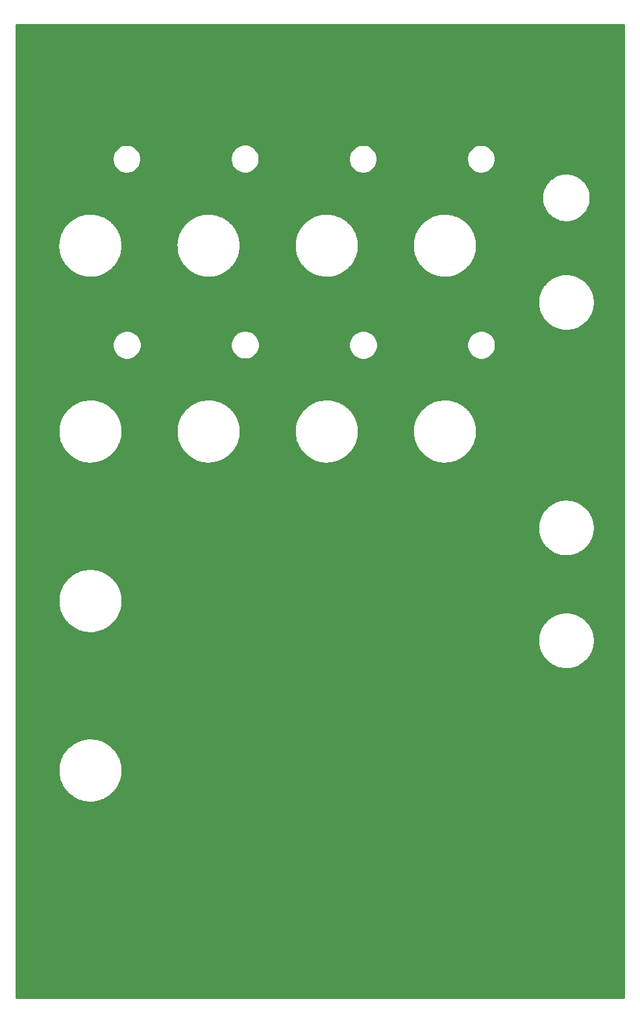
<source format=gbr>
%TF.GenerationSoftware,KiCad,Pcbnew,(5.1.6-0)*%
%TF.CreationDate,2020-12-24T13:42:28-08:00*%
%TF.ProjectId,panel_board,70616e65-6c5f-4626-9f61-72642e6b6963,rev?*%
%TF.SameCoordinates,Original*%
%TF.FileFunction,Copper,L1,Top*%
%TF.FilePolarity,Positive*%
%FSLAX46Y46*%
G04 Gerber Fmt 4.6, Leading zero omitted, Abs format (unit mm)*
G04 Created by KiCad (PCBNEW (5.1.6-0)) date 2020-12-24 13:42:28*
%MOMM*%
%LPD*%
G01*
G04 APERTURE LIST*
%TA.AperFunction,ComponentPad*%
%ADD10C,4.299991*%
%TD*%
%TA.AperFunction,Conductor*%
%ADD11C,0.254000*%
%TD*%
G04 APERTURE END LIST*
D10*
%TO.P,H1,1*%
%TO.N,GND*%
X81950000Y-38400000D03*
%TD*%
%TO.P,H2,1*%
%TO.N,GND*%
X147975000Y-38425000D03*
%TD*%
%TO.P,H3,1*%
%TO.N,GND*%
X147975000Y-160950000D03*
%TD*%
%TO.P,H4,1*%
%TO.N,GND*%
X81925000Y-160925000D03*
%TD*%
D11*
%TO.N,GND*%
G36*
X154533747Y-163124803D02*
G01*
X75258118Y-163124803D01*
X75258118Y-133387024D01*
X80722522Y-133387024D01*
X80722601Y-133397286D01*
X80726292Y-133647992D01*
X80728723Y-133669519D01*
X80728199Y-133691176D01*
X80729024Y-133701405D01*
X80750885Y-133950597D01*
X80754863Y-133971824D01*
X80755907Y-133993386D01*
X80757471Y-134003528D01*
X80797301Y-134250197D01*
X80802801Y-134271055D01*
X80805402Y-134292461D01*
X80807698Y-134302463D01*
X80865296Y-134545598D01*
X80872300Y-134566024D01*
X80876452Y-134587212D01*
X80879467Y-134597022D01*
X80954632Y-134835611D01*
X80963126Y-134855539D01*
X80968826Y-134876436D01*
X80972546Y-134886000D01*
X81065076Y-135119035D01*
X81075054Y-135138404D01*
X81082301Y-135158931D01*
X81086709Y-135168198D01*
X81196404Y-135394666D01*
X81207845Y-135413376D01*
X81216640Y-135433455D01*
X81221717Y-135442374D01*
X81348376Y-135661266D01*
X81361259Y-135679225D01*
X81371595Y-135698751D01*
X81377317Y-135707269D01*
X81520739Y-135917574D01*
X81535027Y-135934666D01*
X81546880Y-135953519D01*
X81553220Y-135961589D01*
X81713204Y-136162296D01*
X81728844Y-136178402D01*
X81742178Y-136196455D01*
X81749104Y-136204027D01*
X81925448Y-136394126D01*
X81942284Y-136409047D01*
X81956961Y-136426081D01*
X81964436Y-136433113D01*
X82154534Y-136609457D01*
X82172400Y-136623043D01*
X82188285Y-136638905D01*
X82196265Y-136645358D01*
X82396972Y-136805341D01*
X82415665Y-136817461D01*
X82432550Y-136831981D01*
X82440988Y-136837822D01*
X82651292Y-136981244D01*
X82670678Y-136991854D01*
X82688449Y-137004983D01*
X82697295Y-137010185D01*
X82916188Y-137136844D01*
X82936148Y-137145921D01*
X82954690Y-137157618D01*
X82963895Y-137162157D01*
X83190362Y-137271852D01*
X83210798Y-137279389D01*
X83230015Y-137289631D01*
X83239526Y-137293485D01*
X83472561Y-137386015D01*
X83493382Y-137392007D01*
X83513184Y-137400777D01*
X83522950Y-137403929D01*
X83761540Y-137479094D01*
X83782668Y-137483541D01*
X83802994Y-137490830D01*
X83812963Y-137493265D01*
X84056098Y-137550863D01*
X84077469Y-137553763D01*
X84098245Y-137559553D01*
X84108364Y-137561260D01*
X84355033Y-137601090D01*
X84376591Y-137602436D01*
X84397748Y-137606707D01*
X84407964Y-137607676D01*
X84657156Y-137629537D01*
X84678823Y-137629315D01*
X84700309Y-137632046D01*
X84710569Y-137632269D01*
X84961275Y-137635960D01*
X84982977Y-137634154D01*
X85004722Y-137635315D01*
X85014971Y-137634788D01*
X85266179Y-137620109D01*
X85287839Y-137616700D01*
X85309762Y-137616258D01*
X85319945Y-137614980D01*
X85570645Y-137581728D01*
X85592165Y-137576698D01*
X85614157Y-137574622D01*
X85624217Y-137572595D01*
X85873398Y-137520571D01*
X85894656Y-137513912D01*
X85916615Y-137510175D01*
X85926496Y-137507406D01*
X86173148Y-137436408D01*
X86194014Y-137428122D01*
X86215793Y-137422712D01*
X86225440Y-137419211D01*
X86468551Y-137329038D01*
X86488777Y-137319195D01*
X86510136Y-137312152D01*
X86519493Y-137307938D01*
X86755160Y-137199794D01*
X86774551Y-137188486D01*
X86795282Y-137179881D01*
X86804297Y-137174978D01*
X87028909Y-137050772D01*
X87047262Y-137038139D01*
X87067137Y-137028096D01*
X87075763Y-137022536D01*
X87288748Y-136883125D01*
X87305968Y-136869276D01*
X87324898Y-136857882D01*
X87333089Y-136851700D01*
X87533873Y-136697941D01*
X87549900Y-136682972D01*
X87567803Y-136670317D01*
X87575518Y-136663550D01*
X87763528Y-136496299D01*
X87778311Y-136480304D01*
X87795125Y-136466471D01*
X87802325Y-136459159D01*
X87976991Y-136279273D01*
X87990494Y-136262332D01*
X88006179Y-136247388D01*
X88012829Y-136239571D01*
X88173576Y-136047907D01*
X88185771Y-136030088D01*
X88200280Y-136014102D01*
X88206345Y-136005823D01*
X88352602Y-135803238D01*
X88363459Y-135784605D01*
X88376758Y-135767627D01*
X88382208Y-135758931D01*
X88513402Y-135546281D01*
X88522892Y-135526886D01*
X88534940Y-135508966D01*
X88539744Y-135499898D01*
X88655303Y-135278040D01*
X88663388Y-135257942D01*
X88674136Y-135239132D01*
X88678268Y-135229739D01*
X88777619Y-134999529D01*
X88784256Y-134978788D01*
X88793650Y-134959142D01*
X88797085Y-134949471D01*
X88879656Y-134711768D01*
X88884796Y-134690451D01*
X88892775Y-134670032D01*
X88895491Y-134660136D01*
X88960710Y-134415794D01*
X88964298Y-134393988D01*
X88970798Y-134372870D01*
X88972776Y-134362800D01*
X89020069Y-134112678D01*
X89022052Y-134090487D01*
X89027002Y-134068774D01*
X89028225Y-134058585D01*
X89057021Y-133803540D01*
X89057351Y-133781090D01*
X89060687Y-133758899D01*
X89061144Y-133748647D01*
X89070870Y-133489534D01*
X89069524Y-133467218D01*
X89071189Y-133444934D01*
X89070880Y-133434676D01*
X89061390Y-133179238D01*
X89058412Y-133157290D01*
X89058422Y-133135138D01*
X89057354Y-133124931D01*
X89029147Y-132872416D01*
X89024577Y-132850869D01*
X89022965Y-132828912D01*
X89021149Y-132818812D01*
X88974619Y-132570171D01*
X88968504Y-132549123D01*
X88965300Y-132527448D01*
X88962747Y-132517508D01*
X88898288Y-132273691D01*
X88890670Y-132253218D01*
X88885905Y-132231909D01*
X88882631Y-132222183D01*
X88800638Y-131984143D01*
X88791556Y-131964312D01*
X88785255Y-131943441D01*
X88781279Y-131933981D01*
X88682145Y-131702669D01*
X88671637Y-131683554D01*
X88663823Y-131663189D01*
X88659166Y-131654045D01*
X88543286Y-131430413D01*
X88531380Y-131412074D01*
X88522077Y-131392297D01*
X88516762Y-131383518D01*
X88384530Y-131168517D01*
X88371261Y-131151031D01*
X88360486Y-131131914D01*
X88354541Y-131123549D01*
X88206349Y-130918131D01*
X88191757Y-130901583D01*
X88179536Y-130883217D01*
X88172990Y-130875314D01*
X88009236Y-130680431D01*
X87996632Y-130668105D01*
X87985981Y-130654063D01*
X87978959Y-130646580D01*
X87861338Y-130522980D01*
X87847963Y-130511427D01*
X87836437Y-130498040D01*
X87828966Y-130491005D01*
X87641633Y-130317093D01*
X87624002Y-130303675D01*
X87608350Y-130288009D01*
X87600378Y-130281547D01*
X87401879Y-130122937D01*
X87383413Y-130110933D01*
X87366746Y-130096546D01*
X87358319Y-130090689D01*
X87149601Y-129947774D01*
X87130394Y-129937214D01*
X87112801Y-129924153D01*
X87103968Y-129918931D01*
X86885983Y-129792105D01*
X86866120Y-129783015D01*
X86847683Y-129771317D01*
X86838491Y-129766755D01*
X86612193Y-129656413D01*
X86591752Y-129648814D01*
X86572537Y-129638510D01*
X86563036Y-129634632D01*
X86329375Y-129541168D01*
X86308429Y-129535082D01*
X86288503Y-129526207D01*
X86278743Y-129523034D01*
X86038672Y-129446842D01*
X86017288Y-129442294D01*
X85996721Y-129434886D01*
X85986756Y-129432437D01*
X85741225Y-129373911D01*
X85719478Y-129370929D01*
X85698343Y-129365031D01*
X85688224Y-129363320D01*
X85438186Y-129322854D01*
X85416165Y-129321471D01*
X85394539Y-129317126D01*
X85384321Y-129316167D01*
X85130726Y-129294155D01*
X85113093Y-129294352D01*
X85095633Y-129291954D01*
X85085376Y-129291628D01*
X84941786Y-129288070D01*
X84932703Y-129287175D01*
X84860493Y-129287175D01*
X84846755Y-129288528D01*
X84609917Y-129297417D01*
X84587670Y-129300445D01*
X84565226Y-129300461D01*
X84555021Y-129301540D01*
X84299976Y-129330336D01*
X84278184Y-129334985D01*
X84255980Y-129336657D01*
X84245883Y-129338492D01*
X83995761Y-129385785D01*
X83974546Y-129391992D01*
X83952700Y-129395274D01*
X83942767Y-129397851D01*
X83698425Y-129463070D01*
X83677897Y-129470763D01*
X83656510Y-129475605D01*
X83646793Y-129478905D01*
X83409090Y-129561476D01*
X83389313Y-129570596D01*
X83368482Y-129576942D01*
X83359032Y-129580942D01*
X83128822Y-129680293D01*
X83109860Y-129690779D01*
X83089656Y-129698581D01*
X83080521Y-129703258D01*
X82858663Y-129818817D01*
X82840576Y-129830614D01*
X82821051Y-129839832D01*
X82812280Y-129845159D01*
X82599630Y-129976353D01*
X82582466Y-129989415D01*
X82563685Y-130000010D01*
X82555323Y-130005959D01*
X82352738Y-130152216D01*
X82336548Y-130166503D01*
X82318563Y-130178446D01*
X82310654Y-130184985D01*
X82118990Y-130345732D01*
X82103826Y-130361210D01*
X82086700Y-130374473D01*
X82079288Y-130381570D01*
X81899402Y-130556236D01*
X81885334Y-130572858D01*
X81869137Y-130587413D01*
X81862262Y-130595033D01*
X81695011Y-130783043D01*
X81682103Y-130800773D01*
X81666916Y-130816585D01*
X81660620Y-130824688D01*
X81506861Y-131025472D01*
X81495202Y-131044244D01*
X81481116Y-131061266D01*
X81475436Y-131069813D01*
X81336025Y-131282798D01*
X81325702Y-131302539D01*
X81312818Y-131320707D01*
X81307789Y-131329652D01*
X81183583Y-131554264D01*
X81174688Y-131574878D01*
X81163111Y-131594107D01*
X81158766Y-131603404D01*
X81050623Y-131839073D01*
X81043283Y-131860332D01*
X81033162Y-131880410D01*
X81029525Y-131890007D01*
X80939351Y-132133118D01*
X80933635Y-132154830D01*
X80925061Y-132175571D01*
X80922153Y-132185413D01*
X80851155Y-132432065D01*
X80847111Y-132453971D01*
X80840157Y-132475132D01*
X80837990Y-132485163D01*
X80785966Y-132734344D01*
X80783582Y-132756312D01*
X80778254Y-132777753D01*
X80776833Y-132787916D01*
X80743581Y-133038616D01*
X80742833Y-133060534D01*
X80739122Y-133082142D01*
X80738452Y-133092382D01*
X80723773Y-133343590D01*
X80724630Y-133365352D01*
X80722522Y-133387024D01*
X75258118Y-133387024D01*
X75258118Y-116464350D01*
X143299902Y-116464350D01*
X143299981Y-116474612D01*
X143303153Y-116690006D01*
X143305584Y-116711533D01*
X143305060Y-116733188D01*
X143305885Y-116743417D01*
X143324667Y-116957512D01*
X143328645Y-116978739D01*
X143329689Y-117000300D01*
X143331253Y-117010442D01*
X143365473Y-117222369D01*
X143370974Y-117243231D01*
X143373575Y-117264636D01*
X143375870Y-117274638D01*
X143425356Y-117483528D01*
X143432360Y-117503952D01*
X143436511Y-117525138D01*
X143439526Y-117534947D01*
X143504104Y-117739934D01*
X143512601Y-117759868D01*
X143518300Y-117780762D01*
X143522020Y-117790326D01*
X143601518Y-117990539D01*
X143611494Y-118009902D01*
X143618742Y-118030435D01*
X143623150Y-118039702D01*
X143717395Y-118234272D01*
X143728835Y-118252980D01*
X143737631Y-118273062D01*
X143742709Y-118281981D01*
X143851529Y-118470043D01*
X143864408Y-118487995D01*
X143874745Y-118507525D01*
X143880468Y-118516043D01*
X144003689Y-118696727D01*
X144017976Y-118713818D01*
X144029832Y-118732676D01*
X144036172Y-118740746D01*
X144173623Y-118913185D01*
X144189261Y-118929289D01*
X144202596Y-118947343D01*
X144209522Y-118954915D01*
X144361030Y-119118239D01*
X144377862Y-119133157D01*
X144392543Y-119150195D01*
X144400017Y-119157227D01*
X144563340Y-119308732D01*
X144581209Y-119322321D01*
X144597091Y-119338179D01*
X144605070Y-119344632D01*
X144777510Y-119482083D01*
X144796201Y-119494201D01*
X144813090Y-119508725D01*
X144821528Y-119514566D01*
X145002212Y-119637787D01*
X145021596Y-119648396D01*
X145039366Y-119661524D01*
X145048212Y-119666726D01*
X145236275Y-119775547D01*
X145256239Y-119784626D01*
X145274778Y-119796321D01*
X145283982Y-119800860D01*
X145478553Y-119895105D01*
X145498991Y-119902643D01*
X145518205Y-119912883D01*
X145527716Y-119916737D01*
X145727929Y-119996235D01*
X145748749Y-120002227D01*
X145768556Y-120010999D01*
X145778322Y-120014151D01*
X145983308Y-120078729D01*
X146004440Y-120083177D01*
X146024758Y-120090463D01*
X146034727Y-120092899D01*
X146243618Y-120142385D01*
X146264991Y-120145285D01*
X146285766Y-120151075D01*
X146295886Y-120152782D01*
X146507813Y-120187002D01*
X146529369Y-120188348D01*
X146550527Y-120192619D01*
X146560743Y-120193588D01*
X146774838Y-120212370D01*
X146796504Y-120212148D01*
X146817988Y-120214879D01*
X146828248Y-120215102D01*
X147043643Y-120218274D01*
X147065348Y-120216468D01*
X147087095Y-120217629D01*
X147097343Y-120217102D01*
X147313169Y-120204490D01*
X147334829Y-120201081D01*
X147356749Y-120200639D01*
X147366932Y-120199361D01*
X147582321Y-120170793D01*
X147603839Y-120165764D01*
X147625837Y-120163687D01*
X147635897Y-120161660D01*
X147849983Y-120116963D01*
X147871240Y-120110304D01*
X147893201Y-120106567D01*
X147903083Y-120103797D01*
X148114995Y-120042798D01*
X148135854Y-120034515D01*
X148157636Y-120029104D01*
X148167282Y-120025603D01*
X148376153Y-119948130D01*
X148396378Y-119938287D01*
X148417741Y-119931243D01*
X148427097Y-119927029D01*
X148629573Y-119834115D01*
X148648961Y-119822808D01*
X148669691Y-119814204D01*
X148678706Y-119809301D01*
X148871683Y-119702589D01*
X148890035Y-119689956D01*
X148909915Y-119679911D01*
X148918540Y-119674351D01*
X149101526Y-119554576D01*
X149118746Y-119540727D01*
X149137674Y-119529334D01*
X149145865Y-119523152D01*
X149318370Y-119391049D01*
X149334396Y-119376081D01*
X149352299Y-119363426D01*
X149360014Y-119356659D01*
X149521544Y-119212965D01*
X149536328Y-119196969D01*
X149553142Y-119183136D01*
X149560342Y-119175824D01*
X149710408Y-119021274D01*
X149723916Y-119004326D01*
X149739594Y-118989389D01*
X149746244Y-118981573D01*
X149884351Y-118816904D01*
X149896546Y-118799085D01*
X149911055Y-118783099D01*
X149917120Y-118774821D01*
X150042778Y-118600768D01*
X150053635Y-118582134D01*
X150066937Y-118565153D01*
X150072387Y-118556457D01*
X150185102Y-118373757D01*
X150194590Y-118354365D01*
X150206638Y-118336446D01*
X150211442Y-118327378D01*
X150310725Y-118136767D01*
X150318809Y-118116672D01*
X150329558Y-118097860D01*
X150333690Y-118088466D01*
X150419048Y-117890681D01*
X150425687Y-117869933D01*
X150435079Y-117850291D01*
X150438515Y-117840621D01*
X150509456Y-117636397D01*
X150514596Y-117615077D01*
X150522574Y-117594662D01*
X150525290Y-117584766D01*
X150581323Y-117374839D01*
X150584911Y-117353033D01*
X150591411Y-117331915D01*
X150593389Y-117321845D01*
X150634021Y-117106950D01*
X150636004Y-117084759D01*
X150640953Y-117063050D01*
X150642176Y-117052861D01*
X150666917Y-116833737D01*
X150667247Y-116811291D01*
X150670584Y-116789094D01*
X150671041Y-116778842D01*
X150679397Y-116556223D01*
X150678051Y-116533906D01*
X150679716Y-116511621D01*
X150679407Y-116501364D01*
X150671253Y-116281903D01*
X150668275Y-116259956D01*
X150668285Y-116237805D01*
X150667217Y-116227598D01*
X150642983Y-116010649D01*
X150638415Y-115989108D01*
X150636802Y-115967145D01*
X150634985Y-115957045D01*
X150595009Y-115743425D01*
X150588894Y-115722376D01*
X150585690Y-115700702D01*
X150583137Y-115690762D01*
X150527757Y-115481285D01*
X150520139Y-115460810D01*
X150515373Y-115439500D01*
X150512099Y-115429774D01*
X150441654Y-115225262D01*
X150432574Y-115205435D01*
X150426272Y-115184560D01*
X150422296Y-115175099D01*
X150337124Y-114976366D01*
X150326617Y-114957252D01*
X150318804Y-114936891D01*
X150314146Y-114927747D01*
X150214588Y-114735612D01*
X150202683Y-114717275D01*
X150193376Y-114697489D01*
X150188061Y-114688711D01*
X150074452Y-114503991D01*
X150061186Y-114486509D01*
X150050412Y-114467394D01*
X150044466Y-114459029D01*
X149917148Y-114282543D01*
X149902551Y-114265990D01*
X149890333Y-114247628D01*
X149883787Y-114239725D01*
X149743097Y-114072290D01*
X149730494Y-114059965D01*
X149719840Y-114045919D01*
X149712818Y-114038436D01*
X149611763Y-113932245D01*
X149598389Y-113920693D01*
X149586864Y-113907307D01*
X149579392Y-113900272D01*
X149418444Y-113750855D01*
X149400817Y-113737440D01*
X149385164Y-113721773D01*
X149377192Y-113715311D01*
X149206650Y-113579039D01*
X149188182Y-113567033D01*
X149171514Y-113552646D01*
X149163087Y-113546789D01*
X148983766Y-113424004D01*
X148964564Y-113413447D01*
X148946970Y-113400385D01*
X148938136Y-113395163D01*
X148750854Y-113286199D01*
X148730993Y-113277109D01*
X148712553Y-113265410D01*
X148703360Y-113260848D01*
X148508935Y-113166047D01*
X148488493Y-113158447D01*
X148469277Y-113148143D01*
X148459776Y-113144265D01*
X148259025Y-113063965D01*
X148238079Y-113057879D01*
X148218155Y-113049005D01*
X148208395Y-113045832D01*
X148002137Y-112980371D01*
X147980751Y-112975822D01*
X147960185Y-112968415D01*
X147950219Y-112965966D01*
X147739269Y-112915683D01*
X147717528Y-112912702D01*
X147696390Y-112906803D01*
X147686271Y-112905093D01*
X147471449Y-112870326D01*
X147449430Y-112868943D01*
X147427798Y-112864597D01*
X147417580Y-112863638D01*
X147199704Y-112844727D01*
X147182074Y-112844924D01*
X147164615Y-112842526D01*
X147154358Y-112842200D01*
X147034790Y-112839237D01*
X147025707Y-112838342D01*
X146953497Y-112838342D01*
X146939758Y-112839695D01*
X146739417Y-112847214D01*
X146717169Y-112850242D01*
X146694723Y-112850258D01*
X146684518Y-112851338D01*
X146465394Y-112876079D01*
X146443614Y-112880725D01*
X146421401Y-112882398D01*
X146411305Y-112884234D01*
X146196410Y-112924866D01*
X146175195Y-112931073D01*
X146153349Y-112934355D01*
X146143416Y-112936932D01*
X145933489Y-112992965D01*
X145912958Y-113000660D01*
X145891576Y-113005500D01*
X145881858Y-113008799D01*
X145677634Y-113079740D01*
X145657855Y-113088861D01*
X145637024Y-113095207D01*
X145627574Y-113099207D01*
X145429789Y-113184565D01*
X145410829Y-113195050D01*
X145390622Y-113202853D01*
X145381488Y-113207530D01*
X145190877Y-113306813D01*
X145172789Y-113318610D01*
X145153267Y-113327827D01*
X145144496Y-113333154D01*
X144961796Y-113445871D01*
X144944631Y-113458934D01*
X144925851Y-113469528D01*
X144917488Y-113475476D01*
X144743437Y-113601133D01*
X144727245Y-113615422D01*
X144709260Y-113627365D01*
X144701351Y-113633904D01*
X144536682Y-113772011D01*
X144521520Y-113787487D01*
X144504394Y-113800750D01*
X144496981Y-113807847D01*
X144342431Y-113957913D01*
X144328362Y-113974536D01*
X144312164Y-113989092D01*
X144305290Y-113996711D01*
X144161596Y-114158241D01*
X144148689Y-114175970D01*
X144133503Y-114191781D01*
X144127206Y-114199885D01*
X143995103Y-114372390D01*
X143983443Y-114391163D01*
X143969360Y-114408182D01*
X143963679Y-114416729D01*
X143843904Y-114599715D01*
X143833581Y-114619454D01*
X143820695Y-114637626D01*
X143815666Y-114646572D01*
X143708954Y-114839549D01*
X143700059Y-114860163D01*
X143688483Y-114879390D01*
X143684137Y-114888687D01*
X143591226Y-115091163D01*
X143583886Y-115112419D01*
X143573763Y-115132503D01*
X143570127Y-115142099D01*
X143492654Y-115350969D01*
X143486938Y-115372678D01*
X143478365Y-115393418D01*
X143475457Y-115403260D01*
X143414458Y-115615172D01*
X143410414Y-115637079D01*
X143403459Y-115658242D01*
X143401292Y-115668272D01*
X143356595Y-115882358D01*
X143354211Y-115904330D01*
X143348883Y-115925770D01*
X143347462Y-115935934D01*
X143318894Y-116151323D01*
X143318146Y-116173237D01*
X143314435Y-116194846D01*
X143313765Y-116205086D01*
X143301153Y-116420912D01*
X143302010Y-116442677D01*
X143299902Y-116464350D01*
X75258118Y-116464350D01*
X75258118Y-111276624D01*
X80722522Y-111276624D01*
X80722601Y-111286886D01*
X80726292Y-111537592D01*
X80728723Y-111559119D01*
X80728199Y-111580776D01*
X80729024Y-111591005D01*
X80750885Y-111840197D01*
X80754863Y-111861424D01*
X80755907Y-111882986D01*
X80757471Y-111893128D01*
X80797301Y-112139797D01*
X80802801Y-112160655D01*
X80805402Y-112182061D01*
X80807698Y-112192063D01*
X80865296Y-112435198D01*
X80872300Y-112455624D01*
X80876452Y-112476812D01*
X80879467Y-112486622D01*
X80954632Y-112725211D01*
X80963126Y-112745139D01*
X80968826Y-112766036D01*
X80972546Y-112775600D01*
X81065076Y-113008635D01*
X81075054Y-113028004D01*
X81082301Y-113048531D01*
X81086709Y-113057798D01*
X81196404Y-113284266D01*
X81207845Y-113302976D01*
X81216640Y-113323055D01*
X81221717Y-113331974D01*
X81348376Y-113550866D01*
X81361259Y-113568825D01*
X81371595Y-113588351D01*
X81377317Y-113596869D01*
X81520739Y-113807174D01*
X81535027Y-113824266D01*
X81546880Y-113843119D01*
X81553220Y-113851189D01*
X81713204Y-114051896D01*
X81728844Y-114068002D01*
X81742178Y-114086055D01*
X81749104Y-114093627D01*
X81925448Y-114283726D01*
X81942284Y-114298647D01*
X81956961Y-114315681D01*
X81964436Y-114322713D01*
X82154534Y-114499057D01*
X82172400Y-114512643D01*
X82188285Y-114528505D01*
X82196265Y-114534958D01*
X82396972Y-114694941D01*
X82415665Y-114707061D01*
X82432550Y-114721581D01*
X82440988Y-114727422D01*
X82651292Y-114870844D01*
X82670678Y-114881454D01*
X82688449Y-114894583D01*
X82697295Y-114899785D01*
X82916188Y-115026444D01*
X82936148Y-115035521D01*
X82954690Y-115047218D01*
X82963895Y-115051757D01*
X83190362Y-115161452D01*
X83210798Y-115168989D01*
X83230015Y-115179231D01*
X83239526Y-115183085D01*
X83472561Y-115275615D01*
X83493382Y-115281607D01*
X83513184Y-115290377D01*
X83522950Y-115293529D01*
X83761540Y-115368694D01*
X83782668Y-115373141D01*
X83802994Y-115380430D01*
X83812963Y-115382865D01*
X84056098Y-115440463D01*
X84077469Y-115443363D01*
X84098245Y-115449153D01*
X84108364Y-115450860D01*
X84355033Y-115490690D01*
X84376591Y-115492036D01*
X84397748Y-115496307D01*
X84407964Y-115497276D01*
X84657156Y-115519137D01*
X84678823Y-115518915D01*
X84700309Y-115521646D01*
X84710569Y-115521869D01*
X84961275Y-115525560D01*
X84982977Y-115523754D01*
X85004722Y-115524915D01*
X85014971Y-115524388D01*
X85266179Y-115509709D01*
X85287839Y-115506300D01*
X85309762Y-115505858D01*
X85319945Y-115504580D01*
X85570645Y-115471328D01*
X85592165Y-115466298D01*
X85614157Y-115464222D01*
X85624217Y-115462195D01*
X85873398Y-115410171D01*
X85894656Y-115403512D01*
X85916615Y-115399775D01*
X85926496Y-115397006D01*
X86173148Y-115326008D01*
X86194014Y-115317722D01*
X86215793Y-115312312D01*
X86225440Y-115308811D01*
X86468551Y-115218638D01*
X86488777Y-115208795D01*
X86510136Y-115201752D01*
X86519493Y-115197538D01*
X86755160Y-115089394D01*
X86774551Y-115078086D01*
X86795282Y-115069481D01*
X86804297Y-115064578D01*
X87028909Y-114940372D01*
X87047262Y-114927739D01*
X87067137Y-114917696D01*
X87075763Y-114912136D01*
X87288748Y-114772725D01*
X87305968Y-114758876D01*
X87324898Y-114747482D01*
X87333089Y-114741300D01*
X87533873Y-114587541D01*
X87549900Y-114572572D01*
X87567803Y-114559917D01*
X87575518Y-114553150D01*
X87763528Y-114385899D01*
X87778311Y-114369904D01*
X87795125Y-114356071D01*
X87802325Y-114348759D01*
X87976991Y-114168873D01*
X87990494Y-114151932D01*
X88006179Y-114136988D01*
X88012829Y-114129171D01*
X88173576Y-113937507D01*
X88185771Y-113919688D01*
X88200280Y-113903702D01*
X88206345Y-113895423D01*
X88352602Y-113692838D01*
X88363459Y-113674205D01*
X88376758Y-113657227D01*
X88382208Y-113648531D01*
X88513402Y-113435881D01*
X88522892Y-113416486D01*
X88534940Y-113398566D01*
X88539744Y-113389498D01*
X88655303Y-113167640D01*
X88663388Y-113147542D01*
X88674136Y-113128732D01*
X88678268Y-113119339D01*
X88777619Y-112889129D01*
X88784256Y-112868388D01*
X88793650Y-112848742D01*
X88797085Y-112839071D01*
X88879656Y-112601368D01*
X88884796Y-112580051D01*
X88892775Y-112559632D01*
X88895491Y-112549736D01*
X88960710Y-112305394D01*
X88964298Y-112283588D01*
X88970798Y-112262470D01*
X88972776Y-112252400D01*
X89020069Y-112002278D01*
X89022052Y-111980087D01*
X89027002Y-111958374D01*
X89028225Y-111948185D01*
X89057021Y-111693140D01*
X89057351Y-111670690D01*
X89060687Y-111648499D01*
X89061144Y-111638247D01*
X89070870Y-111379134D01*
X89069524Y-111356818D01*
X89071189Y-111334534D01*
X89070880Y-111324276D01*
X89061390Y-111068838D01*
X89058412Y-111046890D01*
X89058422Y-111024738D01*
X89057354Y-111014531D01*
X89029147Y-110762016D01*
X89024577Y-110740469D01*
X89022965Y-110718512D01*
X89021149Y-110708412D01*
X88974619Y-110459771D01*
X88968504Y-110438723D01*
X88965300Y-110417048D01*
X88962747Y-110407108D01*
X88898288Y-110163291D01*
X88890670Y-110142818D01*
X88885905Y-110121509D01*
X88882631Y-110111783D01*
X88800638Y-109873743D01*
X88791556Y-109853912D01*
X88785255Y-109833041D01*
X88781279Y-109823581D01*
X88682145Y-109592269D01*
X88671637Y-109573154D01*
X88663823Y-109552789D01*
X88659166Y-109543645D01*
X88543286Y-109320013D01*
X88531380Y-109301674D01*
X88522077Y-109281897D01*
X88516762Y-109273118D01*
X88384530Y-109058117D01*
X88371261Y-109040631D01*
X88360486Y-109021514D01*
X88354541Y-109013149D01*
X88206349Y-108807731D01*
X88191757Y-108791183D01*
X88179536Y-108772817D01*
X88172990Y-108764914D01*
X88009236Y-108570031D01*
X87996632Y-108557705D01*
X87985981Y-108543663D01*
X87978959Y-108536180D01*
X87861338Y-108412580D01*
X87847963Y-108401027D01*
X87836437Y-108387640D01*
X87828966Y-108380605D01*
X87641633Y-108206693D01*
X87624002Y-108193275D01*
X87608350Y-108177609D01*
X87600378Y-108171147D01*
X87401879Y-108012537D01*
X87383413Y-108000533D01*
X87366746Y-107986146D01*
X87358319Y-107980289D01*
X87149601Y-107837374D01*
X87130394Y-107826814D01*
X87112801Y-107813753D01*
X87103968Y-107808531D01*
X86885983Y-107681705D01*
X86866120Y-107672615D01*
X86847683Y-107660917D01*
X86838491Y-107656355D01*
X86612193Y-107546013D01*
X86591752Y-107538414D01*
X86572537Y-107528110D01*
X86563036Y-107524232D01*
X86329375Y-107430768D01*
X86308429Y-107424682D01*
X86288503Y-107415807D01*
X86278743Y-107412634D01*
X86038672Y-107336442D01*
X86017288Y-107331894D01*
X85996721Y-107324486D01*
X85986756Y-107322037D01*
X85741225Y-107263511D01*
X85719478Y-107260529D01*
X85698343Y-107254631D01*
X85688224Y-107252920D01*
X85438186Y-107212454D01*
X85416165Y-107211071D01*
X85394539Y-107206726D01*
X85384321Y-107205767D01*
X85130726Y-107183755D01*
X85113093Y-107183952D01*
X85095633Y-107181554D01*
X85085376Y-107181228D01*
X84941786Y-107177670D01*
X84932703Y-107176775D01*
X84860493Y-107176775D01*
X84846755Y-107178128D01*
X84609917Y-107187017D01*
X84587670Y-107190045D01*
X84565226Y-107190061D01*
X84555021Y-107191140D01*
X84299976Y-107219936D01*
X84278184Y-107224585D01*
X84255980Y-107226257D01*
X84245883Y-107228092D01*
X83995761Y-107275385D01*
X83974546Y-107281592D01*
X83952700Y-107284874D01*
X83942767Y-107287451D01*
X83698425Y-107352670D01*
X83677897Y-107360363D01*
X83656510Y-107365205D01*
X83646793Y-107368505D01*
X83409090Y-107451076D01*
X83389313Y-107460196D01*
X83368482Y-107466542D01*
X83359032Y-107470542D01*
X83128822Y-107569893D01*
X83109860Y-107580379D01*
X83089656Y-107588181D01*
X83080521Y-107592858D01*
X82858663Y-107708417D01*
X82840576Y-107720214D01*
X82821051Y-107729432D01*
X82812280Y-107734759D01*
X82599630Y-107865953D01*
X82582466Y-107879015D01*
X82563685Y-107889610D01*
X82555323Y-107895559D01*
X82352738Y-108041816D01*
X82336548Y-108056103D01*
X82318563Y-108068046D01*
X82310654Y-108074585D01*
X82118990Y-108235332D01*
X82103826Y-108250810D01*
X82086700Y-108264073D01*
X82079288Y-108271170D01*
X81899402Y-108445836D01*
X81885334Y-108462458D01*
X81869137Y-108477013D01*
X81862262Y-108484633D01*
X81695011Y-108672643D01*
X81682103Y-108690373D01*
X81666916Y-108706185D01*
X81660620Y-108714288D01*
X81506861Y-108915072D01*
X81495202Y-108933844D01*
X81481116Y-108950866D01*
X81475436Y-108959413D01*
X81336025Y-109172398D01*
X81325702Y-109192139D01*
X81312818Y-109210307D01*
X81307789Y-109219252D01*
X81183583Y-109443864D01*
X81174688Y-109464478D01*
X81163111Y-109483707D01*
X81158766Y-109493004D01*
X81050623Y-109728673D01*
X81043283Y-109749932D01*
X81033162Y-109770010D01*
X81029525Y-109779607D01*
X80939351Y-110022718D01*
X80933635Y-110044430D01*
X80925061Y-110065171D01*
X80922153Y-110075013D01*
X80851155Y-110321665D01*
X80847111Y-110343571D01*
X80840157Y-110364732D01*
X80837990Y-110374763D01*
X80785966Y-110623944D01*
X80783582Y-110645912D01*
X80778254Y-110667353D01*
X80776833Y-110677516D01*
X80743581Y-110928216D01*
X80742833Y-110950134D01*
X80739122Y-110971742D01*
X80738452Y-110981982D01*
X80723773Y-111233190D01*
X80724630Y-111254952D01*
X80722522Y-111276624D01*
X75258118Y-111276624D01*
X75258118Y-101758790D01*
X143299902Y-101758790D01*
X143299981Y-101769052D01*
X143303153Y-101984446D01*
X143305584Y-102005973D01*
X143305060Y-102027628D01*
X143305885Y-102037857D01*
X143324667Y-102251952D01*
X143328645Y-102273179D01*
X143329689Y-102294740D01*
X143331253Y-102304882D01*
X143365473Y-102516809D01*
X143370974Y-102537671D01*
X143373575Y-102559076D01*
X143375870Y-102569078D01*
X143425356Y-102777968D01*
X143432360Y-102798392D01*
X143436511Y-102819578D01*
X143439526Y-102829387D01*
X143504104Y-103034374D01*
X143512601Y-103054308D01*
X143518300Y-103075202D01*
X143522020Y-103084766D01*
X143601518Y-103284979D01*
X143611494Y-103304342D01*
X143618742Y-103324875D01*
X143623150Y-103334142D01*
X143717395Y-103528712D01*
X143728835Y-103547420D01*
X143737631Y-103567502D01*
X143742709Y-103576421D01*
X143851529Y-103764483D01*
X143864408Y-103782435D01*
X143874745Y-103801965D01*
X143880468Y-103810483D01*
X144003689Y-103991167D01*
X144017976Y-104008258D01*
X144029832Y-104027116D01*
X144036172Y-104035186D01*
X144173623Y-104207625D01*
X144189261Y-104223729D01*
X144202596Y-104241783D01*
X144209522Y-104249355D01*
X144361030Y-104412679D01*
X144377862Y-104427597D01*
X144392543Y-104444635D01*
X144400017Y-104451667D01*
X144563340Y-104603172D01*
X144581209Y-104616761D01*
X144597091Y-104632619D01*
X144605070Y-104639072D01*
X144777510Y-104776523D01*
X144796201Y-104788641D01*
X144813090Y-104803165D01*
X144821528Y-104809006D01*
X145002212Y-104932227D01*
X145021596Y-104942836D01*
X145039366Y-104955964D01*
X145048212Y-104961166D01*
X145236275Y-105069987D01*
X145256239Y-105079066D01*
X145274778Y-105090761D01*
X145283982Y-105095300D01*
X145478553Y-105189545D01*
X145498991Y-105197083D01*
X145518205Y-105207323D01*
X145527716Y-105211177D01*
X145727929Y-105290675D01*
X145748749Y-105296667D01*
X145768556Y-105305439D01*
X145778322Y-105308591D01*
X145983308Y-105373169D01*
X146004440Y-105377617D01*
X146024758Y-105384903D01*
X146034727Y-105387339D01*
X146243618Y-105436825D01*
X146264991Y-105439725D01*
X146285766Y-105445515D01*
X146295886Y-105447222D01*
X146507813Y-105481442D01*
X146529369Y-105482788D01*
X146550527Y-105487059D01*
X146560743Y-105488028D01*
X146774838Y-105506810D01*
X146796504Y-105506588D01*
X146817988Y-105509319D01*
X146828248Y-105509542D01*
X147043643Y-105512714D01*
X147065348Y-105510908D01*
X147087095Y-105512069D01*
X147097343Y-105511542D01*
X147313169Y-105498930D01*
X147334829Y-105495521D01*
X147356749Y-105495079D01*
X147366932Y-105493801D01*
X147582321Y-105465233D01*
X147603839Y-105460204D01*
X147625837Y-105458127D01*
X147635897Y-105456100D01*
X147849983Y-105411403D01*
X147871240Y-105404744D01*
X147893201Y-105401007D01*
X147903083Y-105398237D01*
X148114995Y-105337238D01*
X148135854Y-105328955D01*
X148157636Y-105323544D01*
X148167282Y-105320043D01*
X148376153Y-105242570D01*
X148396378Y-105232727D01*
X148417741Y-105225683D01*
X148427097Y-105221469D01*
X148629573Y-105128555D01*
X148648961Y-105117248D01*
X148669691Y-105108644D01*
X148678706Y-105103741D01*
X148871683Y-104997029D01*
X148890035Y-104984396D01*
X148909915Y-104974351D01*
X148918540Y-104968791D01*
X149101526Y-104849016D01*
X149118746Y-104835167D01*
X149137674Y-104823774D01*
X149145865Y-104817592D01*
X149318370Y-104685489D01*
X149334396Y-104670521D01*
X149352299Y-104657866D01*
X149360014Y-104651099D01*
X149521544Y-104507405D01*
X149536328Y-104491409D01*
X149553142Y-104477576D01*
X149560342Y-104470264D01*
X149710408Y-104315714D01*
X149723916Y-104298766D01*
X149739594Y-104283829D01*
X149746244Y-104276013D01*
X149884351Y-104111344D01*
X149896546Y-104093525D01*
X149911055Y-104077539D01*
X149917120Y-104069261D01*
X150042778Y-103895208D01*
X150053635Y-103876574D01*
X150066937Y-103859593D01*
X150072387Y-103850897D01*
X150185102Y-103668197D01*
X150194590Y-103648805D01*
X150206638Y-103630886D01*
X150211442Y-103621818D01*
X150310725Y-103431207D01*
X150318809Y-103411112D01*
X150329558Y-103392300D01*
X150333690Y-103382906D01*
X150419048Y-103185121D01*
X150425687Y-103164373D01*
X150435079Y-103144731D01*
X150438515Y-103135061D01*
X150509456Y-102930837D01*
X150514596Y-102909517D01*
X150522574Y-102889102D01*
X150525290Y-102879206D01*
X150581323Y-102669279D01*
X150584911Y-102647473D01*
X150591411Y-102626355D01*
X150593389Y-102616285D01*
X150634021Y-102401390D01*
X150636004Y-102379199D01*
X150640953Y-102357490D01*
X150642176Y-102347301D01*
X150666917Y-102128177D01*
X150667247Y-102105731D01*
X150670584Y-102083534D01*
X150671041Y-102073282D01*
X150679397Y-101850663D01*
X150678051Y-101828346D01*
X150679716Y-101806061D01*
X150679407Y-101795804D01*
X150671253Y-101576343D01*
X150668275Y-101554396D01*
X150668285Y-101532245D01*
X150667217Y-101522038D01*
X150642983Y-101305089D01*
X150638415Y-101283548D01*
X150636802Y-101261585D01*
X150634985Y-101251485D01*
X150595009Y-101037865D01*
X150588894Y-101016816D01*
X150585690Y-100995142D01*
X150583137Y-100985202D01*
X150527757Y-100775725D01*
X150520139Y-100755250D01*
X150515373Y-100733940D01*
X150512099Y-100724214D01*
X150441654Y-100519702D01*
X150432574Y-100499875D01*
X150426272Y-100479000D01*
X150422296Y-100469539D01*
X150337124Y-100270806D01*
X150326617Y-100251692D01*
X150318804Y-100231331D01*
X150314146Y-100222187D01*
X150214588Y-100030052D01*
X150202683Y-100011715D01*
X150193376Y-99991929D01*
X150188061Y-99983151D01*
X150074452Y-99798431D01*
X150061186Y-99780949D01*
X150050412Y-99761834D01*
X150044466Y-99753469D01*
X149917148Y-99576983D01*
X149902551Y-99560430D01*
X149890333Y-99542068D01*
X149883787Y-99534165D01*
X149743097Y-99366730D01*
X149730494Y-99354405D01*
X149719840Y-99340359D01*
X149712818Y-99332876D01*
X149611763Y-99226685D01*
X149598389Y-99215133D01*
X149586864Y-99201747D01*
X149579392Y-99194712D01*
X149418444Y-99045295D01*
X149400817Y-99031880D01*
X149385164Y-99016213D01*
X149377192Y-99009751D01*
X149206650Y-98873479D01*
X149188182Y-98861473D01*
X149171514Y-98847086D01*
X149163087Y-98841229D01*
X148983766Y-98718444D01*
X148964564Y-98707887D01*
X148946970Y-98694825D01*
X148938136Y-98689603D01*
X148750854Y-98580639D01*
X148730993Y-98571549D01*
X148712553Y-98559850D01*
X148703360Y-98555288D01*
X148508935Y-98460487D01*
X148488493Y-98452887D01*
X148469277Y-98442583D01*
X148459776Y-98438705D01*
X148259025Y-98358405D01*
X148238079Y-98352319D01*
X148218155Y-98343445D01*
X148208395Y-98340272D01*
X148002137Y-98274811D01*
X147980751Y-98270262D01*
X147960185Y-98262855D01*
X147950219Y-98260406D01*
X147739269Y-98210123D01*
X147717528Y-98207142D01*
X147696390Y-98201243D01*
X147686271Y-98199533D01*
X147471449Y-98164766D01*
X147449430Y-98163383D01*
X147427798Y-98159037D01*
X147417580Y-98158078D01*
X147199704Y-98139167D01*
X147182074Y-98139364D01*
X147164615Y-98136966D01*
X147154358Y-98136640D01*
X147034790Y-98133677D01*
X147025707Y-98132782D01*
X146953497Y-98132782D01*
X146939758Y-98134135D01*
X146739417Y-98141654D01*
X146717169Y-98144682D01*
X146694723Y-98144698D01*
X146684518Y-98145778D01*
X146465394Y-98170519D01*
X146443614Y-98175165D01*
X146421401Y-98176838D01*
X146411305Y-98178674D01*
X146196410Y-98219306D01*
X146175195Y-98225513D01*
X146153349Y-98228795D01*
X146143416Y-98231372D01*
X145933489Y-98287405D01*
X145912958Y-98295100D01*
X145891576Y-98299940D01*
X145881858Y-98303239D01*
X145677634Y-98374180D01*
X145657855Y-98383301D01*
X145637024Y-98389647D01*
X145627574Y-98393647D01*
X145429789Y-98479005D01*
X145410829Y-98489490D01*
X145390622Y-98497293D01*
X145381488Y-98501970D01*
X145190877Y-98601253D01*
X145172789Y-98613050D01*
X145153267Y-98622267D01*
X145144496Y-98627594D01*
X144961796Y-98740311D01*
X144944631Y-98753374D01*
X144925851Y-98763968D01*
X144917488Y-98769916D01*
X144743437Y-98895573D01*
X144727245Y-98909862D01*
X144709260Y-98921805D01*
X144701351Y-98928344D01*
X144536682Y-99066451D01*
X144521520Y-99081927D01*
X144504394Y-99095190D01*
X144496981Y-99102287D01*
X144342431Y-99252353D01*
X144328362Y-99268976D01*
X144312164Y-99283532D01*
X144305290Y-99291151D01*
X144161596Y-99452681D01*
X144148689Y-99470410D01*
X144133503Y-99486221D01*
X144127206Y-99494325D01*
X143995103Y-99666830D01*
X143983443Y-99685603D01*
X143969360Y-99702622D01*
X143963679Y-99711169D01*
X143843904Y-99894155D01*
X143833581Y-99913894D01*
X143820695Y-99932066D01*
X143815666Y-99941012D01*
X143708954Y-100133989D01*
X143700059Y-100154603D01*
X143688483Y-100173830D01*
X143684137Y-100183127D01*
X143591226Y-100385603D01*
X143583886Y-100406859D01*
X143573763Y-100426943D01*
X143570127Y-100436539D01*
X143492654Y-100645409D01*
X143486938Y-100667118D01*
X143478365Y-100687858D01*
X143475457Y-100697700D01*
X143414458Y-100909612D01*
X143410414Y-100931519D01*
X143403459Y-100952682D01*
X143401292Y-100962712D01*
X143356595Y-101176798D01*
X143354211Y-101198770D01*
X143348883Y-101220210D01*
X143347462Y-101230374D01*
X143318894Y-101445763D01*
X143318146Y-101467677D01*
X143314435Y-101489286D01*
X143313765Y-101499526D01*
X143301153Y-101715352D01*
X143302010Y-101737117D01*
X143299902Y-101758790D01*
X75258118Y-101758790D01*
X75258118Y-89166224D01*
X80722522Y-89166224D01*
X80722601Y-89176486D01*
X80726292Y-89427192D01*
X80728723Y-89448719D01*
X80728199Y-89470376D01*
X80729024Y-89480605D01*
X80750885Y-89729797D01*
X80754863Y-89751024D01*
X80755907Y-89772586D01*
X80757471Y-89782728D01*
X80797301Y-90029397D01*
X80802801Y-90050255D01*
X80805402Y-90071661D01*
X80807698Y-90081663D01*
X80865296Y-90324798D01*
X80872300Y-90345224D01*
X80876452Y-90366412D01*
X80879467Y-90376222D01*
X80954632Y-90614811D01*
X80963126Y-90634739D01*
X80968826Y-90655636D01*
X80972546Y-90665200D01*
X81065076Y-90898235D01*
X81075054Y-90917604D01*
X81082301Y-90938131D01*
X81086709Y-90947398D01*
X81196404Y-91173866D01*
X81207845Y-91192576D01*
X81216640Y-91212655D01*
X81221717Y-91221574D01*
X81348376Y-91440466D01*
X81361259Y-91458425D01*
X81371595Y-91477951D01*
X81377317Y-91486469D01*
X81520739Y-91696774D01*
X81535027Y-91713866D01*
X81546880Y-91732719D01*
X81553220Y-91740789D01*
X81713204Y-91941496D01*
X81728844Y-91957602D01*
X81742178Y-91975655D01*
X81749104Y-91983227D01*
X81925448Y-92173326D01*
X81942284Y-92188247D01*
X81956961Y-92205281D01*
X81964436Y-92212313D01*
X82154534Y-92388657D01*
X82172400Y-92402243D01*
X82188285Y-92418105D01*
X82196265Y-92424558D01*
X82396972Y-92584541D01*
X82415665Y-92596661D01*
X82432550Y-92611181D01*
X82440988Y-92617022D01*
X82651292Y-92760444D01*
X82670678Y-92771054D01*
X82688449Y-92784183D01*
X82697295Y-92789385D01*
X82916188Y-92916044D01*
X82936148Y-92925121D01*
X82954690Y-92936818D01*
X82963895Y-92941357D01*
X83190362Y-93051052D01*
X83210798Y-93058589D01*
X83230015Y-93068831D01*
X83239526Y-93072685D01*
X83472561Y-93165215D01*
X83493382Y-93171207D01*
X83513184Y-93179977D01*
X83522950Y-93183129D01*
X83761540Y-93258294D01*
X83782668Y-93262741D01*
X83802994Y-93270030D01*
X83812963Y-93272465D01*
X84056098Y-93330063D01*
X84077469Y-93332963D01*
X84098245Y-93338753D01*
X84108364Y-93340460D01*
X84355033Y-93380290D01*
X84376591Y-93381636D01*
X84397748Y-93385907D01*
X84407964Y-93386876D01*
X84657156Y-93408737D01*
X84678823Y-93408515D01*
X84700309Y-93411246D01*
X84710569Y-93411469D01*
X84961275Y-93415160D01*
X84982977Y-93413354D01*
X85004722Y-93414515D01*
X85014971Y-93413988D01*
X85266179Y-93399309D01*
X85287839Y-93395900D01*
X85309762Y-93395458D01*
X85319945Y-93394180D01*
X85570645Y-93360928D01*
X85592165Y-93355898D01*
X85614157Y-93353822D01*
X85624217Y-93351795D01*
X85873398Y-93299771D01*
X85894656Y-93293112D01*
X85916615Y-93289375D01*
X85926496Y-93286606D01*
X86173148Y-93215608D01*
X86194014Y-93207322D01*
X86215793Y-93201912D01*
X86225440Y-93198411D01*
X86468551Y-93108238D01*
X86488777Y-93098395D01*
X86510136Y-93091352D01*
X86519493Y-93087138D01*
X86755160Y-92978994D01*
X86774551Y-92967686D01*
X86795282Y-92959081D01*
X86804297Y-92954178D01*
X87028909Y-92829972D01*
X87047262Y-92817339D01*
X87067137Y-92807296D01*
X87075763Y-92801736D01*
X87288748Y-92662325D01*
X87305968Y-92648476D01*
X87324898Y-92637082D01*
X87333089Y-92630900D01*
X87533873Y-92477141D01*
X87549900Y-92462172D01*
X87567803Y-92449517D01*
X87575518Y-92442750D01*
X87763528Y-92275499D01*
X87778311Y-92259504D01*
X87795125Y-92245671D01*
X87802325Y-92238359D01*
X87976991Y-92058473D01*
X87990494Y-92041532D01*
X88006179Y-92026588D01*
X88012829Y-92018771D01*
X88173576Y-91827107D01*
X88185771Y-91809288D01*
X88200280Y-91793302D01*
X88206345Y-91785023D01*
X88352602Y-91582438D01*
X88363459Y-91563805D01*
X88376758Y-91546827D01*
X88382208Y-91538131D01*
X88513402Y-91325481D01*
X88522892Y-91306086D01*
X88534940Y-91288166D01*
X88539744Y-91279098D01*
X88655303Y-91057240D01*
X88663388Y-91037142D01*
X88674136Y-91018332D01*
X88678268Y-91008939D01*
X88777619Y-90778729D01*
X88784256Y-90757988D01*
X88793650Y-90738342D01*
X88797085Y-90728671D01*
X88879656Y-90490968D01*
X88884796Y-90469651D01*
X88892775Y-90449232D01*
X88895491Y-90439336D01*
X88960710Y-90194994D01*
X88964298Y-90173188D01*
X88970798Y-90152070D01*
X88972776Y-90142000D01*
X89020069Y-89891878D01*
X89022052Y-89869687D01*
X89027002Y-89847974D01*
X89028225Y-89837785D01*
X89057021Y-89582740D01*
X89057351Y-89560290D01*
X89060687Y-89538099D01*
X89061144Y-89527847D01*
X89070870Y-89268734D01*
X89069524Y-89246418D01*
X89071189Y-89224134D01*
X89070880Y-89213876D01*
X89069110Y-89166224D01*
X96136452Y-89166224D01*
X96136531Y-89176486D01*
X96140222Y-89427192D01*
X96142653Y-89448719D01*
X96142129Y-89470376D01*
X96142954Y-89480605D01*
X96164815Y-89729797D01*
X96168793Y-89751024D01*
X96169837Y-89772586D01*
X96171401Y-89782728D01*
X96211231Y-90029397D01*
X96216731Y-90050255D01*
X96219332Y-90071661D01*
X96221628Y-90081663D01*
X96279226Y-90324798D01*
X96286230Y-90345224D01*
X96290382Y-90366412D01*
X96293397Y-90376222D01*
X96368562Y-90614811D01*
X96377056Y-90634739D01*
X96382756Y-90655636D01*
X96386476Y-90665200D01*
X96479006Y-90898235D01*
X96488984Y-90917604D01*
X96496231Y-90938131D01*
X96500639Y-90947398D01*
X96610334Y-91173866D01*
X96621775Y-91192576D01*
X96630570Y-91212655D01*
X96635647Y-91221574D01*
X96762306Y-91440466D01*
X96775189Y-91458425D01*
X96785525Y-91477951D01*
X96791247Y-91486469D01*
X96934669Y-91696774D01*
X96948957Y-91713866D01*
X96960810Y-91732719D01*
X96967150Y-91740789D01*
X97127134Y-91941496D01*
X97142774Y-91957602D01*
X97156108Y-91975655D01*
X97163034Y-91983227D01*
X97339378Y-92173326D01*
X97356214Y-92188247D01*
X97370891Y-92205281D01*
X97378366Y-92212313D01*
X97568464Y-92388657D01*
X97586330Y-92402243D01*
X97602215Y-92418105D01*
X97610195Y-92424558D01*
X97810902Y-92584541D01*
X97829595Y-92596661D01*
X97846480Y-92611181D01*
X97854918Y-92617022D01*
X98065222Y-92760444D01*
X98084608Y-92771054D01*
X98102379Y-92784183D01*
X98111225Y-92789385D01*
X98330118Y-92916044D01*
X98350078Y-92925121D01*
X98368620Y-92936818D01*
X98377825Y-92941357D01*
X98604292Y-93051052D01*
X98624728Y-93058589D01*
X98643945Y-93068831D01*
X98653456Y-93072685D01*
X98886491Y-93165215D01*
X98907312Y-93171207D01*
X98927114Y-93179977D01*
X98936880Y-93183129D01*
X99175470Y-93258294D01*
X99196598Y-93262741D01*
X99216924Y-93270030D01*
X99226893Y-93272465D01*
X99470028Y-93330063D01*
X99491399Y-93332963D01*
X99512175Y-93338753D01*
X99522294Y-93340460D01*
X99768963Y-93380290D01*
X99790521Y-93381636D01*
X99811678Y-93385907D01*
X99821894Y-93386876D01*
X100071086Y-93408737D01*
X100092753Y-93408515D01*
X100114239Y-93411246D01*
X100124499Y-93411469D01*
X100375205Y-93415160D01*
X100396907Y-93413354D01*
X100418652Y-93414515D01*
X100428901Y-93413988D01*
X100680109Y-93399309D01*
X100701769Y-93395900D01*
X100723692Y-93395458D01*
X100733875Y-93394180D01*
X100984575Y-93360928D01*
X101006095Y-93355898D01*
X101028087Y-93353822D01*
X101038147Y-93351795D01*
X101287328Y-93299771D01*
X101308586Y-93293112D01*
X101330545Y-93289375D01*
X101340426Y-93286606D01*
X101587078Y-93215608D01*
X101607944Y-93207322D01*
X101629723Y-93201912D01*
X101639370Y-93198411D01*
X101882481Y-93108238D01*
X101902707Y-93098395D01*
X101924066Y-93091352D01*
X101933423Y-93087138D01*
X102169090Y-92978994D01*
X102188481Y-92967686D01*
X102209212Y-92959081D01*
X102218227Y-92954178D01*
X102442839Y-92829972D01*
X102461192Y-92817339D01*
X102481067Y-92807296D01*
X102489693Y-92801736D01*
X102702678Y-92662325D01*
X102719898Y-92648476D01*
X102738828Y-92637082D01*
X102747019Y-92630900D01*
X102947803Y-92477141D01*
X102963830Y-92462172D01*
X102981733Y-92449517D01*
X102989448Y-92442750D01*
X103177458Y-92275499D01*
X103192241Y-92259504D01*
X103209055Y-92245671D01*
X103216255Y-92238359D01*
X103390921Y-92058473D01*
X103404424Y-92041532D01*
X103420109Y-92026588D01*
X103426759Y-92018771D01*
X103587506Y-91827107D01*
X103599701Y-91809288D01*
X103614210Y-91793302D01*
X103620275Y-91785023D01*
X103766532Y-91582438D01*
X103777389Y-91563805D01*
X103790688Y-91546827D01*
X103796138Y-91538131D01*
X103927332Y-91325481D01*
X103936822Y-91306086D01*
X103948870Y-91288166D01*
X103953674Y-91279098D01*
X104069233Y-91057240D01*
X104077318Y-91037142D01*
X104088066Y-91018332D01*
X104092198Y-91008939D01*
X104191549Y-90778729D01*
X104198186Y-90757988D01*
X104207580Y-90738342D01*
X104211015Y-90728671D01*
X104293586Y-90490968D01*
X104298726Y-90469651D01*
X104306705Y-90449232D01*
X104309421Y-90439336D01*
X104374640Y-90194994D01*
X104378228Y-90173188D01*
X104384728Y-90152070D01*
X104386706Y-90142000D01*
X104433999Y-89891878D01*
X104435982Y-89869687D01*
X104440932Y-89847974D01*
X104442155Y-89837785D01*
X104470951Y-89582740D01*
X104471281Y-89560290D01*
X104474617Y-89538099D01*
X104475074Y-89527847D01*
X104484800Y-89268734D01*
X104483454Y-89246418D01*
X104485119Y-89224134D01*
X104484810Y-89213876D01*
X104483040Y-89166224D01*
X111550322Y-89166224D01*
X111550401Y-89176486D01*
X111554092Y-89427192D01*
X111556523Y-89448719D01*
X111555999Y-89470376D01*
X111556824Y-89480605D01*
X111578685Y-89729797D01*
X111582663Y-89751024D01*
X111583707Y-89772586D01*
X111585271Y-89782728D01*
X111625101Y-90029397D01*
X111630601Y-90050255D01*
X111633202Y-90071661D01*
X111635498Y-90081663D01*
X111693096Y-90324798D01*
X111700100Y-90345224D01*
X111704252Y-90366412D01*
X111707267Y-90376222D01*
X111782432Y-90614811D01*
X111790926Y-90634739D01*
X111796626Y-90655636D01*
X111800346Y-90665200D01*
X111892876Y-90898235D01*
X111902854Y-90917604D01*
X111910101Y-90938131D01*
X111914509Y-90947398D01*
X112024204Y-91173866D01*
X112035645Y-91192576D01*
X112044440Y-91212655D01*
X112049517Y-91221574D01*
X112176176Y-91440466D01*
X112189059Y-91458425D01*
X112199395Y-91477951D01*
X112205117Y-91486469D01*
X112348539Y-91696774D01*
X112362827Y-91713866D01*
X112374680Y-91732719D01*
X112381020Y-91740789D01*
X112541004Y-91941496D01*
X112556644Y-91957602D01*
X112569978Y-91975655D01*
X112576904Y-91983227D01*
X112753248Y-92173326D01*
X112770084Y-92188247D01*
X112784761Y-92205281D01*
X112792236Y-92212313D01*
X112982334Y-92388657D01*
X113000200Y-92402243D01*
X113016085Y-92418105D01*
X113024065Y-92424558D01*
X113224772Y-92584541D01*
X113243465Y-92596661D01*
X113260350Y-92611181D01*
X113268788Y-92617022D01*
X113479092Y-92760444D01*
X113498478Y-92771054D01*
X113516249Y-92784183D01*
X113525095Y-92789385D01*
X113743988Y-92916044D01*
X113763948Y-92925121D01*
X113782490Y-92936818D01*
X113791695Y-92941357D01*
X114018162Y-93051052D01*
X114038598Y-93058589D01*
X114057815Y-93068831D01*
X114067326Y-93072685D01*
X114300361Y-93165215D01*
X114321182Y-93171207D01*
X114340984Y-93179977D01*
X114350750Y-93183129D01*
X114589340Y-93258294D01*
X114610468Y-93262741D01*
X114630794Y-93270030D01*
X114640763Y-93272465D01*
X114883898Y-93330063D01*
X114905269Y-93332963D01*
X114926045Y-93338753D01*
X114936164Y-93340460D01*
X115182833Y-93380290D01*
X115204391Y-93381636D01*
X115225548Y-93385907D01*
X115235764Y-93386876D01*
X115484956Y-93408737D01*
X115506623Y-93408515D01*
X115528109Y-93411246D01*
X115538369Y-93411469D01*
X115789075Y-93415160D01*
X115810777Y-93413354D01*
X115832522Y-93414515D01*
X115842771Y-93413988D01*
X116093979Y-93399309D01*
X116115639Y-93395900D01*
X116137562Y-93395458D01*
X116147745Y-93394180D01*
X116398445Y-93360928D01*
X116419965Y-93355898D01*
X116441957Y-93353822D01*
X116452017Y-93351795D01*
X116701198Y-93299771D01*
X116722456Y-93293112D01*
X116744415Y-93289375D01*
X116754296Y-93286606D01*
X117000948Y-93215608D01*
X117021814Y-93207322D01*
X117043593Y-93201912D01*
X117053240Y-93198411D01*
X117296351Y-93108238D01*
X117316577Y-93098395D01*
X117337936Y-93091352D01*
X117347293Y-93087138D01*
X117582960Y-92978994D01*
X117602351Y-92967686D01*
X117623082Y-92959081D01*
X117632097Y-92954178D01*
X117856709Y-92829972D01*
X117875062Y-92817339D01*
X117894937Y-92807296D01*
X117903563Y-92801736D01*
X118116548Y-92662325D01*
X118133768Y-92648476D01*
X118152698Y-92637082D01*
X118160889Y-92630900D01*
X118361673Y-92477141D01*
X118377700Y-92462172D01*
X118395603Y-92449517D01*
X118403318Y-92442750D01*
X118591328Y-92275499D01*
X118606111Y-92259504D01*
X118622925Y-92245671D01*
X118630125Y-92238359D01*
X118804791Y-92058473D01*
X118818294Y-92041532D01*
X118833979Y-92026588D01*
X118840629Y-92018771D01*
X119001376Y-91827107D01*
X119013571Y-91809288D01*
X119028080Y-91793302D01*
X119034145Y-91785023D01*
X119180402Y-91582438D01*
X119191259Y-91563805D01*
X119204558Y-91546827D01*
X119210008Y-91538131D01*
X119341202Y-91325481D01*
X119350692Y-91306086D01*
X119362740Y-91288166D01*
X119367544Y-91279098D01*
X119483103Y-91057240D01*
X119491188Y-91037142D01*
X119501936Y-91018332D01*
X119506068Y-91008939D01*
X119605419Y-90778729D01*
X119612056Y-90757988D01*
X119621450Y-90738342D01*
X119624885Y-90728671D01*
X119707456Y-90490968D01*
X119712596Y-90469651D01*
X119720575Y-90449232D01*
X119723291Y-90439336D01*
X119788510Y-90194994D01*
X119792098Y-90173188D01*
X119798598Y-90152070D01*
X119800576Y-90142000D01*
X119847869Y-89891878D01*
X119849852Y-89869687D01*
X119854802Y-89847974D01*
X119856025Y-89837785D01*
X119884821Y-89582740D01*
X119885151Y-89560290D01*
X119888487Y-89538099D01*
X119888944Y-89527847D01*
X119898670Y-89268734D01*
X119897324Y-89246418D01*
X119898989Y-89224134D01*
X119898680Y-89213876D01*
X119896910Y-89166224D01*
X126964222Y-89166224D01*
X126964301Y-89176486D01*
X126967992Y-89427192D01*
X126970423Y-89448719D01*
X126969899Y-89470376D01*
X126970724Y-89480605D01*
X126992585Y-89729797D01*
X126996563Y-89751024D01*
X126997607Y-89772586D01*
X126999171Y-89782728D01*
X127039001Y-90029397D01*
X127044501Y-90050255D01*
X127047102Y-90071661D01*
X127049398Y-90081663D01*
X127106996Y-90324798D01*
X127114000Y-90345224D01*
X127118152Y-90366412D01*
X127121167Y-90376222D01*
X127196332Y-90614811D01*
X127204826Y-90634739D01*
X127210526Y-90655636D01*
X127214246Y-90665200D01*
X127306776Y-90898235D01*
X127316754Y-90917604D01*
X127324001Y-90938131D01*
X127328409Y-90947398D01*
X127438104Y-91173866D01*
X127449545Y-91192576D01*
X127458340Y-91212655D01*
X127463417Y-91221574D01*
X127590076Y-91440466D01*
X127602959Y-91458425D01*
X127613295Y-91477951D01*
X127619017Y-91486469D01*
X127762439Y-91696774D01*
X127776727Y-91713866D01*
X127788580Y-91732719D01*
X127794920Y-91740789D01*
X127954904Y-91941496D01*
X127970544Y-91957602D01*
X127983878Y-91975655D01*
X127990804Y-91983227D01*
X128167148Y-92173326D01*
X128183984Y-92188247D01*
X128198661Y-92205281D01*
X128206136Y-92212313D01*
X128396234Y-92388657D01*
X128414100Y-92402243D01*
X128429985Y-92418105D01*
X128437965Y-92424558D01*
X128638672Y-92584541D01*
X128657365Y-92596661D01*
X128674250Y-92611181D01*
X128682688Y-92617022D01*
X128892992Y-92760444D01*
X128912378Y-92771054D01*
X128930149Y-92784183D01*
X128938995Y-92789385D01*
X129157888Y-92916044D01*
X129177848Y-92925121D01*
X129196390Y-92936818D01*
X129205595Y-92941357D01*
X129432062Y-93051052D01*
X129452498Y-93058589D01*
X129471715Y-93068831D01*
X129481226Y-93072685D01*
X129714261Y-93165215D01*
X129735082Y-93171207D01*
X129754884Y-93179977D01*
X129764650Y-93183129D01*
X130003240Y-93258294D01*
X130024368Y-93262741D01*
X130044694Y-93270030D01*
X130054663Y-93272465D01*
X130297798Y-93330063D01*
X130319169Y-93332963D01*
X130339945Y-93338753D01*
X130350064Y-93340460D01*
X130596733Y-93380290D01*
X130618291Y-93381636D01*
X130639448Y-93385907D01*
X130649664Y-93386876D01*
X130898856Y-93408737D01*
X130920523Y-93408515D01*
X130942009Y-93411246D01*
X130952269Y-93411469D01*
X131202975Y-93415160D01*
X131224677Y-93413354D01*
X131246422Y-93414515D01*
X131256671Y-93413988D01*
X131507879Y-93399309D01*
X131529539Y-93395900D01*
X131551462Y-93395458D01*
X131561645Y-93394180D01*
X131812345Y-93360928D01*
X131833865Y-93355898D01*
X131855857Y-93353822D01*
X131865917Y-93351795D01*
X132115098Y-93299771D01*
X132136356Y-93293112D01*
X132158315Y-93289375D01*
X132168196Y-93286606D01*
X132414848Y-93215608D01*
X132435714Y-93207322D01*
X132457493Y-93201912D01*
X132467140Y-93198411D01*
X132710251Y-93108238D01*
X132730477Y-93098395D01*
X132751836Y-93091352D01*
X132761193Y-93087138D01*
X132996860Y-92978994D01*
X133016251Y-92967686D01*
X133036982Y-92959081D01*
X133045997Y-92954178D01*
X133270609Y-92829972D01*
X133288962Y-92817339D01*
X133308837Y-92807296D01*
X133317463Y-92801736D01*
X133530448Y-92662325D01*
X133547668Y-92648476D01*
X133566598Y-92637082D01*
X133574789Y-92630900D01*
X133775573Y-92477141D01*
X133791600Y-92462172D01*
X133809503Y-92449517D01*
X133817218Y-92442750D01*
X134005228Y-92275499D01*
X134020011Y-92259504D01*
X134036825Y-92245671D01*
X134044025Y-92238359D01*
X134218691Y-92058473D01*
X134232194Y-92041532D01*
X134247879Y-92026588D01*
X134254529Y-92018771D01*
X134415276Y-91827107D01*
X134427471Y-91809288D01*
X134441980Y-91793302D01*
X134448045Y-91785023D01*
X134594302Y-91582438D01*
X134605159Y-91563805D01*
X134618458Y-91546827D01*
X134623908Y-91538131D01*
X134755102Y-91325481D01*
X134764592Y-91306086D01*
X134776640Y-91288166D01*
X134781444Y-91279098D01*
X134897003Y-91057240D01*
X134905088Y-91037142D01*
X134915836Y-91018332D01*
X134919968Y-91008939D01*
X135019319Y-90778729D01*
X135025956Y-90757988D01*
X135035350Y-90738342D01*
X135038785Y-90728671D01*
X135121356Y-90490968D01*
X135126496Y-90469651D01*
X135134475Y-90449232D01*
X135137191Y-90439336D01*
X135202410Y-90194994D01*
X135205998Y-90173188D01*
X135212498Y-90152070D01*
X135214476Y-90142000D01*
X135261769Y-89891878D01*
X135263752Y-89869687D01*
X135268702Y-89847974D01*
X135269925Y-89837785D01*
X135298721Y-89582740D01*
X135299051Y-89560290D01*
X135302387Y-89538099D01*
X135302844Y-89527847D01*
X135312570Y-89268734D01*
X135311224Y-89246418D01*
X135312889Y-89224134D01*
X135312580Y-89213876D01*
X135303090Y-88958438D01*
X135300112Y-88936490D01*
X135300122Y-88914338D01*
X135299054Y-88904131D01*
X135270847Y-88651616D01*
X135266277Y-88630069D01*
X135264665Y-88608112D01*
X135262849Y-88598012D01*
X135216319Y-88349371D01*
X135210204Y-88328323D01*
X135207000Y-88306648D01*
X135204447Y-88296708D01*
X135139988Y-88052891D01*
X135132370Y-88032418D01*
X135127605Y-88011109D01*
X135124331Y-88001383D01*
X135042338Y-87763343D01*
X135033256Y-87743512D01*
X135026955Y-87722641D01*
X135022979Y-87713181D01*
X134923845Y-87481869D01*
X134913337Y-87462754D01*
X134905523Y-87442389D01*
X134900866Y-87433245D01*
X134784986Y-87209613D01*
X134773080Y-87191274D01*
X134763777Y-87171497D01*
X134758462Y-87162718D01*
X134626230Y-86947717D01*
X134612961Y-86930231D01*
X134602186Y-86911114D01*
X134596241Y-86902749D01*
X134448049Y-86697331D01*
X134433457Y-86680783D01*
X134421236Y-86662417D01*
X134414690Y-86654514D01*
X134250936Y-86459631D01*
X134238332Y-86447305D01*
X134227681Y-86433263D01*
X134220659Y-86425780D01*
X134103038Y-86302180D01*
X134089663Y-86290627D01*
X134078137Y-86277240D01*
X134070666Y-86270205D01*
X133883333Y-86096293D01*
X133865702Y-86082875D01*
X133850050Y-86067209D01*
X133842078Y-86060747D01*
X133643579Y-85902137D01*
X133625113Y-85890133D01*
X133608446Y-85875746D01*
X133600019Y-85869889D01*
X133391301Y-85726974D01*
X133372094Y-85716414D01*
X133354501Y-85703353D01*
X133345668Y-85698131D01*
X133127683Y-85571305D01*
X133107820Y-85562215D01*
X133089383Y-85550517D01*
X133080191Y-85545955D01*
X132853893Y-85435613D01*
X132833452Y-85428014D01*
X132814237Y-85417710D01*
X132804736Y-85413832D01*
X132571075Y-85320368D01*
X132550129Y-85314282D01*
X132530203Y-85305407D01*
X132520443Y-85302234D01*
X132280372Y-85226042D01*
X132258988Y-85221494D01*
X132238421Y-85214086D01*
X132228456Y-85211637D01*
X131982925Y-85153111D01*
X131961178Y-85150129D01*
X131940043Y-85144231D01*
X131929924Y-85142520D01*
X131679886Y-85102054D01*
X131657865Y-85100671D01*
X131636239Y-85096326D01*
X131626021Y-85095367D01*
X131372426Y-85073355D01*
X131354793Y-85073552D01*
X131337333Y-85071154D01*
X131327076Y-85070828D01*
X131183486Y-85067270D01*
X131174403Y-85066375D01*
X131102193Y-85066375D01*
X131088455Y-85067728D01*
X130851617Y-85076617D01*
X130829370Y-85079645D01*
X130806926Y-85079661D01*
X130796721Y-85080740D01*
X130541676Y-85109536D01*
X130519884Y-85114185D01*
X130497680Y-85115857D01*
X130487583Y-85117692D01*
X130237461Y-85164985D01*
X130216246Y-85171192D01*
X130194400Y-85174474D01*
X130184467Y-85177051D01*
X129940125Y-85242270D01*
X129919597Y-85249963D01*
X129898210Y-85254805D01*
X129888493Y-85258105D01*
X129650790Y-85340676D01*
X129631013Y-85349796D01*
X129610182Y-85356142D01*
X129600732Y-85360142D01*
X129370522Y-85459493D01*
X129351560Y-85469979D01*
X129331356Y-85477781D01*
X129322221Y-85482458D01*
X129100363Y-85598017D01*
X129082276Y-85609814D01*
X129062751Y-85619032D01*
X129053980Y-85624359D01*
X128841330Y-85755553D01*
X128824166Y-85768615D01*
X128805385Y-85779210D01*
X128797023Y-85785159D01*
X128594438Y-85931416D01*
X128578248Y-85945703D01*
X128560263Y-85957646D01*
X128552354Y-85964185D01*
X128360690Y-86124932D01*
X128345526Y-86140410D01*
X128328400Y-86153673D01*
X128320988Y-86160770D01*
X128141102Y-86335436D01*
X128127034Y-86352058D01*
X128110837Y-86366613D01*
X128103962Y-86374233D01*
X127936711Y-86562243D01*
X127923803Y-86579973D01*
X127908616Y-86595785D01*
X127902320Y-86603888D01*
X127748561Y-86804672D01*
X127736902Y-86823444D01*
X127722816Y-86840466D01*
X127717136Y-86849013D01*
X127577725Y-87061998D01*
X127567402Y-87081739D01*
X127554518Y-87099907D01*
X127549489Y-87108852D01*
X127425283Y-87333464D01*
X127416388Y-87354078D01*
X127404811Y-87373307D01*
X127400466Y-87382604D01*
X127292323Y-87618273D01*
X127284983Y-87639532D01*
X127274862Y-87659610D01*
X127271225Y-87669207D01*
X127181051Y-87912318D01*
X127175335Y-87934030D01*
X127166761Y-87954771D01*
X127163853Y-87964613D01*
X127092855Y-88211265D01*
X127088811Y-88233171D01*
X127081857Y-88254332D01*
X127079690Y-88264363D01*
X127027666Y-88513544D01*
X127025282Y-88535512D01*
X127019954Y-88556953D01*
X127018533Y-88567116D01*
X126985281Y-88817816D01*
X126984533Y-88839734D01*
X126980822Y-88861342D01*
X126980152Y-88871582D01*
X126965473Y-89122790D01*
X126966330Y-89144552D01*
X126964222Y-89166224D01*
X119896910Y-89166224D01*
X119889190Y-88958438D01*
X119886212Y-88936490D01*
X119886222Y-88914338D01*
X119885154Y-88904131D01*
X119856947Y-88651616D01*
X119852377Y-88630069D01*
X119850765Y-88608112D01*
X119848949Y-88598012D01*
X119802419Y-88349371D01*
X119796304Y-88328323D01*
X119793100Y-88306648D01*
X119790547Y-88296708D01*
X119726088Y-88052891D01*
X119718470Y-88032418D01*
X119713705Y-88011109D01*
X119710431Y-88001383D01*
X119628438Y-87763343D01*
X119619356Y-87743512D01*
X119613055Y-87722641D01*
X119609079Y-87713181D01*
X119509945Y-87481869D01*
X119499437Y-87462754D01*
X119491623Y-87442389D01*
X119486966Y-87433245D01*
X119371086Y-87209613D01*
X119359180Y-87191274D01*
X119349877Y-87171497D01*
X119344562Y-87162718D01*
X119212330Y-86947717D01*
X119199061Y-86930231D01*
X119188286Y-86911114D01*
X119182341Y-86902749D01*
X119034149Y-86697331D01*
X119019557Y-86680783D01*
X119007336Y-86662417D01*
X119000790Y-86654514D01*
X118837036Y-86459631D01*
X118824432Y-86447305D01*
X118813781Y-86433263D01*
X118806759Y-86425780D01*
X118689138Y-86302180D01*
X118675763Y-86290627D01*
X118664237Y-86277240D01*
X118656766Y-86270205D01*
X118469433Y-86096293D01*
X118451802Y-86082875D01*
X118436150Y-86067209D01*
X118428178Y-86060747D01*
X118229679Y-85902137D01*
X118211213Y-85890133D01*
X118194546Y-85875746D01*
X118186119Y-85869889D01*
X117977401Y-85726974D01*
X117958194Y-85716414D01*
X117940601Y-85703353D01*
X117931768Y-85698131D01*
X117713783Y-85571305D01*
X117693920Y-85562215D01*
X117675483Y-85550517D01*
X117666291Y-85545955D01*
X117439993Y-85435613D01*
X117419552Y-85428014D01*
X117400337Y-85417710D01*
X117390836Y-85413832D01*
X117157175Y-85320368D01*
X117136229Y-85314282D01*
X117116303Y-85305407D01*
X117106543Y-85302234D01*
X116866472Y-85226042D01*
X116845088Y-85221494D01*
X116824521Y-85214086D01*
X116814556Y-85211637D01*
X116569025Y-85153111D01*
X116547278Y-85150129D01*
X116526143Y-85144231D01*
X116516024Y-85142520D01*
X116265986Y-85102054D01*
X116243965Y-85100671D01*
X116222339Y-85096326D01*
X116212121Y-85095367D01*
X115958526Y-85073355D01*
X115940893Y-85073552D01*
X115923433Y-85071154D01*
X115913176Y-85070828D01*
X115769586Y-85067270D01*
X115760503Y-85066375D01*
X115688293Y-85066375D01*
X115674555Y-85067728D01*
X115437717Y-85076617D01*
X115415470Y-85079645D01*
X115393026Y-85079661D01*
X115382821Y-85080740D01*
X115127776Y-85109536D01*
X115105984Y-85114185D01*
X115083780Y-85115857D01*
X115073683Y-85117692D01*
X114823561Y-85164985D01*
X114802346Y-85171192D01*
X114780500Y-85174474D01*
X114770567Y-85177051D01*
X114526225Y-85242270D01*
X114505697Y-85249963D01*
X114484310Y-85254805D01*
X114474593Y-85258105D01*
X114236890Y-85340676D01*
X114217113Y-85349796D01*
X114196282Y-85356142D01*
X114186832Y-85360142D01*
X113956622Y-85459493D01*
X113937660Y-85469979D01*
X113917456Y-85477781D01*
X113908321Y-85482458D01*
X113686463Y-85598017D01*
X113668376Y-85609814D01*
X113648851Y-85619032D01*
X113640080Y-85624359D01*
X113427430Y-85755553D01*
X113410266Y-85768615D01*
X113391485Y-85779210D01*
X113383123Y-85785159D01*
X113180538Y-85931416D01*
X113164348Y-85945703D01*
X113146363Y-85957646D01*
X113138454Y-85964185D01*
X112946790Y-86124932D01*
X112931626Y-86140410D01*
X112914500Y-86153673D01*
X112907088Y-86160770D01*
X112727202Y-86335436D01*
X112713134Y-86352058D01*
X112696937Y-86366613D01*
X112690062Y-86374233D01*
X112522811Y-86562243D01*
X112509903Y-86579973D01*
X112494716Y-86595785D01*
X112488420Y-86603888D01*
X112334661Y-86804672D01*
X112323002Y-86823444D01*
X112308916Y-86840466D01*
X112303236Y-86849013D01*
X112163825Y-87061998D01*
X112153502Y-87081739D01*
X112140618Y-87099907D01*
X112135589Y-87108852D01*
X112011383Y-87333464D01*
X112002488Y-87354078D01*
X111990911Y-87373307D01*
X111986566Y-87382604D01*
X111878423Y-87618273D01*
X111871083Y-87639532D01*
X111860962Y-87659610D01*
X111857325Y-87669207D01*
X111767151Y-87912318D01*
X111761435Y-87934030D01*
X111752861Y-87954771D01*
X111749953Y-87964613D01*
X111678955Y-88211265D01*
X111674911Y-88233171D01*
X111667957Y-88254332D01*
X111665790Y-88264363D01*
X111613766Y-88513544D01*
X111611382Y-88535512D01*
X111606054Y-88556953D01*
X111604633Y-88567116D01*
X111571381Y-88817816D01*
X111570633Y-88839734D01*
X111566922Y-88861342D01*
X111566252Y-88871582D01*
X111551573Y-89122790D01*
X111552430Y-89144552D01*
X111550322Y-89166224D01*
X104483040Y-89166224D01*
X104475320Y-88958438D01*
X104472342Y-88936490D01*
X104472352Y-88914338D01*
X104471284Y-88904131D01*
X104443077Y-88651616D01*
X104438507Y-88630069D01*
X104436895Y-88608112D01*
X104435079Y-88598012D01*
X104388549Y-88349371D01*
X104382434Y-88328323D01*
X104379230Y-88306648D01*
X104376677Y-88296708D01*
X104312218Y-88052891D01*
X104304600Y-88032418D01*
X104299835Y-88011109D01*
X104296561Y-88001383D01*
X104214568Y-87763343D01*
X104205486Y-87743512D01*
X104199185Y-87722641D01*
X104195209Y-87713181D01*
X104096075Y-87481869D01*
X104085567Y-87462754D01*
X104077753Y-87442389D01*
X104073096Y-87433245D01*
X103957216Y-87209613D01*
X103945310Y-87191274D01*
X103936007Y-87171497D01*
X103930692Y-87162718D01*
X103798460Y-86947717D01*
X103785191Y-86930231D01*
X103774416Y-86911114D01*
X103768471Y-86902749D01*
X103620279Y-86697331D01*
X103605687Y-86680783D01*
X103593466Y-86662417D01*
X103586920Y-86654514D01*
X103423166Y-86459631D01*
X103410562Y-86447305D01*
X103399911Y-86433263D01*
X103392889Y-86425780D01*
X103275268Y-86302180D01*
X103261893Y-86290627D01*
X103250367Y-86277240D01*
X103242896Y-86270205D01*
X103055563Y-86096293D01*
X103037932Y-86082875D01*
X103022280Y-86067209D01*
X103014308Y-86060747D01*
X102815809Y-85902137D01*
X102797343Y-85890133D01*
X102780676Y-85875746D01*
X102772249Y-85869889D01*
X102563531Y-85726974D01*
X102544324Y-85716414D01*
X102526731Y-85703353D01*
X102517898Y-85698131D01*
X102299913Y-85571305D01*
X102280050Y-85562215D01*
X102261613Y-85550517D01*
X102252421Y-85545955D01*
X102026123Y-85435613D01*
X102005682Y-85428014D01*
X101986467Y-85417710D01*
X101976966Y-85413832D01*
X101743305Y-85320368D01*
X101722359Y-85314282D01*
X101702433Y-85305407D01*
X101692673Y-85302234D01*
X101452602Y-85226042D01*
X101431218Y-85221494D01*
X101410651Y-85214086D01*
X101400686Y-85211637D01*
X101155155Y-85153111D01*
X101133408Y-85150129D01*
X101112273Y-85144231D01*
X101102154Y-85142520D01*
X100852116Y-85102054D01*
X100830095Y-85100671D01*
X100808469Y-85096326D01*
X100798251Y-85095367D01*
X100544656Y-85073355D01*
X100527023Y-85073552D01*
X100509563Y-85071154D01*
X100499306Y-85070828D01*
X100355716Y-85067270D01*
X100346633Y-85066375D01*
X100274423Y-85066375D01*
X100260685Y-85067728D01*
X100023847Y-85076617D01*
X100001600Y-85079645D01*
X99979156Y-85079661D01*
X99968951Y-85080740D01*
X99713906Y-85109536D01*
X99692114Y-85114185D01*
X99669910Y-85115857D01*
X99659813Y-85117692D01*
X99409691Y-85164985D01*
X99388476Y-85171192D01*
X99366630Y-85174474D01*
X99356697Y-85177051D01*
X99112355Y-85242270D01*
X99091827Y-85249963D01*
X99070440Y-85254805D01*
X99060723Y-85258105D01*
X98823020Y-85340676D01*
X98803243Y-85349796D01*
X98782412Y-85356142D01*
X98772962Y-85360142D01*
X98542752Y-85459493D01*
X98523790Y-85469979D01*
X98503586Y-85477781D01*
X98494451Y-85482458D01*
X98272593Y-85598017D01*
X98254506Y-85609814D01*
X98234981Y-85619032D01*
X98226210Y-85624359D01*
X98013560Y-85755553D01*
X97996396Y-85768615D01*
X97977615Y-85779210D01*
X97969253Y-85785159D01*
X97766668Y-85931416D01*
X97750478Y-85945703D01*
X97732493Y-85957646D01*
X97724584Y-85964185D01*
X97532920Y-86124932D01*
X97517756Y-86140410D01*
X97500630Y-86153673D01*
X97493218Y-86160770D01*
X97313332Y-86335436D01*
X97299264Y-86352058D01*
X97283067Y-86366613D01*
X97276192Y-86374233D01*
X97108941Y-86562243D01*
X97096033Y-86579973D01*
X97080846Y-86595785D01*
X97074550Y-86603888D01*
X96920791Y-86804672D01*
X96909132Y-86823444D01*
X96895046Y-86840466D01*
X96889366Y-86849013D01*
X96749955Y-87061998D01*
X96739632Y-87081739D01*
X96726748Y-87099907D01*
X96721719Y-87108852D01*
X96597513Y-87333464D01*
X96588618Y-87354078D01*
X96577041Y-87373307D01*
X96572696Y-87382604D01*
X96464553Y-87618273D01*
X96457213Y-87639532D01*
X96447092Y-87659610D01*
X96443455Y-87669207D01*
X96353281Y-87912318D01*
X96347565Y-87934030D01*
X96338991Y-87954771D01*
X96336083Y-87964613D01*
X96265085Y-88211265D01*
X96261041Y-88233171D01*
X96254087Y-88254332D01*
X96251920Y-88264363D01*
X96199896Y-88513544D01*
X96197512Y-88535512D01*
X96192184Y-88556953D01*
X96190763Y-88567116D01*
X96157511Y-88817816D01*
X96156763Y-88839734D01*
X96153052Y-88861342D01*
X96152382Y-88871582D01*
X96137703Y-89122790D01*
X96138560Y-89144552D01*
X96136452Y-89166224D01*
X89069110Y-89166224D01*
X89061390Y-88958438D01*
X89058412Y-88936490D01*
X89058422Y-88914338D01*
X89057354Y-88904131D01*
X89029147Y-88651616D01*
X89024577Y-88630069D01*
X89022965Y-88608112D01*
X89021149Y-88598012D01*
X88974619Y-88349371D01*
X88968504Y-88328323D01*
X88965300Y-88306648D01*
X88962747Y-88296708D01*
X88898288Y-88052891D01*
X88890670Y-88032418D01*
X88885905Y-88011109D01*
X88882631Y-88001383D01*
X88800638Y-87763343D01*
X88791556Y-87743512D01*
X88785255Y-87722641D01*
X88781279Y-87713181D01*
X88682145Y-87481869D01*
X88671637Y-87462754D01*
X88663823Y-87442389D01*
X88659166Y-87433245D01*
X88543286Y-87209613D01*
X88531380Y-87191274D01*
X88522077Y-87171497D01*
X88516762Y-87162718D01*
X88384530Y-86947717D01*
X88371261Y-86930231D01*
X88360486Y-86911114D01*
X88354541Y-86902749D01*
X88206349Y-86697331D01*
X88191757Y-86680783D01*
X88179536Y-86662417D01*
X88172990Y-86654514D01*
X88009236Y-86459631D01*
X87996632Y-86447305D01*
X87985981Y-86433263D01*
X87978959Y-86425780D01*
X87861338Y-86302180D01*
X87847963Y-86290627D01*
X87836437Y-86277240D01*
X87828966Y-86270205D01*
X87641633Y-86096293D01*
X87624002Y-86082875D01*
X87608350Y-86067209D01*
X87600378Y-86060747D01*
X87401879Y-85902137D01*
X87383413Y-85890133D01*
X87366746Y-85875746D01*
X87358319Y-85869889D01*
X87149601Y-85726974D01*
X87130394Y-85716414D01*
X87112801Y-85703353D01*
X87103968Y-85698131D01*
X86885983Y-85571305D01*
X86866120Y-85562215D01*
X86847683Y-85550517D01*
X86838491Y-85545955D01*
X86612193Y-85435613D01*
X86591752Y-85428014D01*
X86572537Y-85417710D01*
X86563036Y-85413832D01*
X86329375Y-85320368D01*
X86308429Y-85314282D01*
X86288503Y-85305407D01*
X86278743Y-85302234D01*
X86038672Y-85226042D01*
X86017288Y-85221494D01*
X85996721Y-85214086D01*
X85986756Y-85211637D01*
X85741225Y-85153111D01*
X85719478Y-85150129D01*
X85698343Y-85144231D01*
X85688224Y-85142520D01*
X85438186Y-85102054D01*
X85416165Y-85100671D01*
X85394539Y-85096326D01*
X85384321Y-85095367D01*
X85130726Y-85073355D01*
X85113093Y-85073552D01*
X85095633Y-85071154D01*
X85085376Y-85070828D01*
X84941786Y-85067270D01*
X84932703Y-85066375D01*
X84860493Y-85066375D01*
X84846755Y-85067728D01*
X84609917Y-85076617D01*
X84587670Y-85079645D01*
X84565226Y-85079661D01*
X84555021Y-85080740D01*
X84299976Y-85109536D01*
X84278184Y-85114185D01*
X84255980Y-85115857D01*
X84245883Y-85117692D01*
X83995761Y-85164985D01*
X83974546Y-85171192D01*
X83952700Y-85174474D01*
X83942767Y-85177051D01*
X83698425Y-85242270D01*
X83677897Y-85249963D01*
X83656510Y-85254805D01*
X83646793Y-85258105D01*
X83409090Y-85340676D01*
X83389313Y-85349796D01*
X83368482Y-85356142D01*
X83359032Y-85360142D01*
X83128822Y-85459493D01*
X83109860Y-85469979D01*
X83089656Y-85477781D01*
X83080521Y-85482458D01*
X82858663Y-85598017D01*
X82840576Y-85609814D01*
X82821051Y-85619032D01*
X82812280Y-85624359D01*
X82599630Y-85755553D01*
X82582466Y-85768615D01*
X82563685Y-85779210D01*
X82555323Y-85785159D01*
X82352738Y-85931416D01*
X82336548Y-85945703D01*
X82318563Y-85957646D01*
X82310654Y-85964185D01*
X82118990Y-86124932D01*
X82103826Y-86140410D01*
X82086700Y-86153673D01*
X82079288Y-86160770D01*
X81899402Y-86335436D01*
X81885334Y-86352058D01*
X81869137Y-86366613D01*
X81862262Y-86374233D01*
X81695011Y-86562243D01*
X81682103Y-86579973D01*
X81666916Y-86595785D01*
X81660620Y-86603888D01*
X81506861Y-86804672D01*
X81495202Y-86823444D01*
X81481116Y-86840466D01*
X81475436Y-86849013D01*
X81336025Y-87061998D01*
X81325702Y-87081739D01*
X81312818Y-87099907D01*
X81307789Y-87108852D01*
X81183583Y-87333464D01*
X81174688Y-87354078D01*
X81163111Y-87373307D01*
X81158766Y-87382604D01*
X81050623Y-87618273D01*
X81043283Y-87639532D01*
X81033162Y-87659610D01*
X81029525Y-87669207D01*
X80939351Y-87912318D01*
X80933635Y-87934030D01*
X80925061Y-87954771D01*
X80922153Y-87964613D01*
X80851155Y-88211265D01*
X80847111Y-88233171D01*
X80840157Y-88254332D01*
X80837990Y-88264363D01*
X80785966Y-88513544D01*
X80783582Y-88535512D01*
X80778254Y-88556953D01*
X80776833Y-88567116D01*
X80743581Y-88817816D01*
X80742833Y-88839734D01*
X80739122Y-88861342D01*
X80738452Y-88871582D01*
X80723773Y-89122790D01*
X80724630Y-89144552D01*
X80722522Y-89166224D01*
X75258118Y-89166224D01*
X75258118Y-77789344D01*
X87790000Y-77789344D01*
X87790000Y-78160656D01*
X87862439Y-78524834D01*
X88004534Y-78867882D01*
X88210825Y-79176618D01*
X88473382Y-79439175D01*
X88782118Y-79645466D01*
X89125166Y-79787561D01*
X89489344Y-79860000D01*
X89860656Y-79860000D01*
X90224834Y-79787561D01*
X90567882Y-79645466D01*
X90876618Y-79439175D01*
X91139175Y-79176618D01*
X91345466Y-78867882D01*
X91487561Y-78524834D01*
X91560000Y-78160656D01*
X91560000Y-77789344D01*
X91558143Y-77780006D01*
X103215000Y-77780006D01*
X103215000Y-78151318D01*
X103287439Y-78515496D01*
X103429534Y-78858544D01*
X103635825Y-79167280D01*
X103898382Y-79429837D01*
X104207118Y-79636128D01*
X104550166Y-79778223D01*
X104914344Y-79850662D01*
X105285656Y-79850662D01*
X105649834Y-79778223D01*
X105992882Y-79636128D01*
X106301618Y-79429837D01*
X106564175Y-79167280D01*
X106770466Y-78858544D01*
X106912561Y-78515496D01*
X106985000Y-78151318D01*
X106985000Y-77789344D01*
X118615000Y-77789344D01*
X118615000Y-78160656D01*
X118687439Y-78524834D01*
X118829534Y-78867882D01*
X119035825Y-79176618D01*
X119298382Y-79439175D01*
X119607118Y-79645466D01*
X119950166Y-79787561D01*
X120314344Y-79860000D01*
X120685656Y-79860000D01*
X121049834Y-79787561D01*
X121392882Y-79645466D01*
X121701618Y-79439175D01*
X121964175Y-79176618D01*
X122170466Y-78867882D01*
X122312561Y-78524834D01*
X122385000Y-78160656D01*
X122385000Y-77789344D01*
X134015000Y-77789344D01*
X134015000Y-78160656D01*
X134087439Y-78524834D01*
X134229534Y-78867882D01*
X134435825Y-79176618D01*
X134698382Y-79439175D01*
X135007118Y-79645466D01*
X135350166Y-79787561D01*
X135714344Y-79860000D01*
X136085656Y-79860000D01*
X136449834Y-79787561D01*
X136792882Y-79645466D01*
X137101618Y-79439175D01*
X137364175Y-79176618D01*
X137570466Y-78867882D01*
X137712561Y-78524834D01*
X137785000Y-78160656D01*
X137785000Y-77789344D01*
X137712561Y-77425166D01*
X137570466Y-77082118D01*
X137364175Y-76773382D01*
X137101618Y-76510825D01*
X136792882Y-76304534D01*
X136449834Y-76162439D01*
X136085656Y-76090000D01*
X135714344Y-76090000D01*
X135350166Y-76162439D01*
X135007118Y-76304534D01*
X134698382Y-76510825D01*
X134435825Y-76773382D01*
X134229534Y-77082118D01*
X134087439Y-77425166D01*
X134015000Y-77789344D01*
X122385000Y-77789344D01*
X122312561Y-77425166D01*
X122170466Y-77082118D01*
X121964175Y-76773382D01*
X121701618Y-76510825D01*
X121392882Y-76304534D01*
X121049834Y-76162439D01*
X120685656Y-76090000D01*
X120314344Y-76090000D01*
X119950166Y-76162439D01*
X119607118Y-76304534D01*
X119298382Y-76510825D01*
X119035825Y-76773382D01*
X118829534Y-77082118D01*
X118687439Y-77425166D01*
X118615000Y-77789344D01*
X106985000Y-77789344D01*
X106985000Y-77780006D01*
X106912561Y-77415828D01*
X106770466Y-77072780D01*
X106564175Y-76764044D01*
X106301618Y-76501487D01*
X105992882Y-76295196D01*
X105649834Y-76153101D01*
X105285656Y-76080662D01*
X104914344Y-76080662D01*
X104550166Y-76153101D01*
X104207118Y-76295196D01*
X103898382Y-76501487D01*
X103635825Y-76764044D01*
X103429534Y-77072780D01*
X103287439Y-77415828D01*
X103215000Y-77780006D01*
X91558143Y-77780006D01*
X91487561Y-77425166D01*
X91345466Y-77082118D01*
X91139175Y-76773382D01*
X90876618Y-76510825D01*
X90567882Y-76304534D01*
X90224834Y-76162439D01*
X89860656Y-76090000D01*
X89489344Y-76090000D01*
X89125166Y-76162439D01*
X88782118Y-76304534D01*
X88473382Y-76510825D01*
X88210825Y-76773382D01*
X88004534Y-77082118D01*
X87862439Y-77425166D01*
X87790000Y-77789344D01*
X75258118Y-77789344D01*
X75258118Y-72347691D01*
X143299902Y-72347691D01*
X143299981Y-72357953D01*
X143303153Y-72573347D01*
X143305584Y-72594874D01*
X143305060Y-72616529D01*
X143305885Y-72626758D01*
X143324667Y-72840853D01*
X143328645Y-72862080D01*
X143329689Y-72883642D01*
X143331253Y-72893784D01*
X143365473Y-73105710D01*
X143370975Y-73126573D01*
X143373575Y-73147975D01*
X143375870Y-73157977D01*
X143425356Y-73366869D01*
X143432362Y-73387299D01*
X143436512Y-73408480D01*
X143439527Y-73418289D01*
X143504105Y-73623275D01*
X143512600Y-73643205D01*
X143518300Y-73664102D01*
X143522020Y-73673666D01*
X143601518Y-73873879D01*
X143611494Y-73893242D01*
X143618742Y-73913775D01*
X143623150Y-73923042D01*
X143717395Y-74117612D01*
X143728835Y-74136320D01*
X143737631Y-74156402D01*
X143742709Y-74165321D01*
X143851529Y-74353383D01*
X143864408Y-74371335D01*
X143874745Y-74390865D01*
X143880468Y-74399383D01*
X144003689Y-74580067D01*
X144017976Y-74597158D01*
X144029832Y-74616016D01*
X144036172Y-74624086D01*
X144173623Y-74796525D01*
X144189261Y-74812629D01*
X144202596Y-74830683D01*
X144209522Y-74838255D01*
X144361030Y-75001579D01*
X144377862Y-75016497D01*
X144392543Y-75033535D01*
X144400017Y-75040567D01*
X144563340Y-75192072D01*
X144581209Y-75205661D01*
X144597091Y-75221519D01*
X144605070Y-75227972D01*
X144777510Y-75365423D01*
X144796201Y-75377541D01*
X144813090Y-75392065D01*
X144821528Y-75397906D01*
X145002212Y-75521127D01*
X145021596Y-75531736D01*
X145039366Y-75544864D01*
X145048212Y-75550066D01*
X145236275Y-75658887D01*
X145256239Y-75667966D01*
X145274778Y-75679661D01*
X145283982Y-75684200D01*
X145478553Y-75778445D01*
X145498991Y-75785983D01*
X145518205Y-75796223D01*
X145527716Y-75800077D01*
X145727929Y-75879575D01*
X145748749Y-75885567D01*
X145768556Y-75894339D01*
X145778322Y-75897491D01*
X145983308Y-75962069D01*
X146004440Y-75966517D01*
X146024758Y-75973803D01*
X146034727Y-75976239D01*
X146243618Y-76025725D01*
X146264991Y-76028625D01*
X146285766Y-76034415D01*
X146295886Y-76036122D01*
X146507813Y-76070342D01*
X146529369Y-76071688D01*
X146550527Y-76075959D01*
X146560743Y-76076928D01*
X146774838Y-76095710D01*
X146796504Y-76095488D01*
X146817988Y-76098219D01*
X146828248Y-76098442D01*
X147043643Y-76101614D01*
X147065348Y-76099808D01*
X147087095Y-76100969D01*
X147097343Y-76100442D01*
X147313169Y-76087830D01*
X147334829Y-76084421D01*
X147356749Y-76083979D01*
X147366932Y-76082701D01*
X147582321Y-76054133D01*
X147603839Y-76049104D01*
X147625837Y-76047027D01*
X147635897Y-76045000D01*
X147849983Y-76000303D01*
X147871240Y-75993644D01*
X147893201Y-75989907D01*
X147903083Y-75987137D01*
X148114995Y-75926138D01*
X148135854Y-75917855D01*
X148157636Y-75912444D01*
X148167282Y-75908943D01*
X148376153Y-75831470D01*
X148396378Y-75821627D01*
X148417741Y-75814583D01*
X148427097Y-75810369D01*
X148629573Y-75717455D01*
X148648961Y-75706148D01*
X148669691Y-75697544D01*
X148678706Y-75692641D01*
X148871683Y-75585929D01*
X148890035Y-75573296D01*
X148909915Y-75563251D01*
X148918540Y-75557691D01*
X149101526Y-75437916D01*
X149118746Y-75424067D01*
X149137674Y-75412674D01*
X149145865Y-75406492D01*
X149318370Y-75274389D01*
X149334396Y-75259421D01*
X149352299Y-75246766D01*
X149360014Y-75239999D01*
X149521544Y-75096305D01*
X149536328Y-75080309D01*
X149553142Y-75066476D01*
X149560342Y-75059164D01*
X149710408Y-74904614D01*
X149723916Y-74887666D01*
X149739594Y-74872729D01*
X149746244Y-74864913D01*
X149884351Y-74700244D01*
X149896546Y-74682425D01*
X149911055Y-74666439D01*
X149917120Y-74658161D01*
X150042778Y-74484108D01*
X150053635Y-74465474D01*
X150066937Y-74448493D01*
X150072387Y-74439797D01*
X150185102Y-74257097D01*
X150194590Y-74237705D01*
X150206638Y-74219786D01*
X150211442Y-74210718D01*
X150310725Y-74020107D01*
X150318809Y-74000012D01*
X150329558Y-73981200D01*
X150333690Y-73971806D01*
X150419048Y-73774021D01*
X150425687Y-73753273D01*
X150435079Y-73733631D01*
X150438515Y-73723961D01*
X150509456Y-73519737D01*
X150514596Y-73498417D01*
X150522574Y-73478002D01*
X150525290Y-73468106D01*
X150581323Y-73258179D01*
X150584911Y-73236373D01*
X150591411Y-73215255D01*
X150593389Y-73205185D01*
X150634021Y-72990290D01*
X150636004Y-72968099D01*
X150640953Y-72946390D01*
X150642176Y-72936201D01*
X150666917Y-72717077D01*
X150667247Y-72694631D01*
X150670584Y-72672434D01*
X150671041Y-72662182D01*
X150679397Y-72439563D01*
X150678051Y-72417246D01*
X150679716Y-72394961D01*
X150679407Y-72384704D01*
X150671253Y-72165243D01*
X150668275Y-72143296D01*
X150668285Y-72121145D01*
X150667217Y-72110938D01*
X150642983Y-71893989D01*
X150638415Y-71872448D01*
X150636802Y-71850485D01*
X150634985Y-71840385D01*
X150595009Y-71626765D01*
X150588894Y-71605716D01*
X150585690Y-71584042D01*
X150583137Y-71574102D01*
X150527757Y-71364625D01*
X150520139Y-71344150D01*
X150515373Y-71322840D01*
X150512099Y-71313114D01*
X150441654Y-71108602D01*
X150432574Y-71088775D01*
X150426272Y-71067900D01*
X150422296Y-71058439D01*
X150337124Y-70859706D01*
X150326617Y-70840592D01*
X150318804Y-70820231D01*
X150314146Y-70811087D01*
X150214588Y-70618952D01*
X150202683Y-70600615D01*
X150193376Y-70580829D01*
X150188061Y-70572051D01*
X150074452Y-70387331D01*
X150061186Y-70369849D01*
X150050412Y-70350734D01*
X150044466Y-70342369D01*
X149917148Y-70165883D01*
X149902551Y-70149330D01*
X149890333Y-70130968D01*
X149883787Y-70123065D01*
X149743097Y-69955630D01*
X149730494Y-69943305D01*
X149719840Y-69929259D01*
X149712818Y-69921776D01*
X149611763Y-69815585D01*
X149598389Y-69804033D01*
X149586864Y-69790647D01*
X149579392Y-69783612D01*
X149418444Y-69634195D01*
X149400817Y-69620780D01*
X149385162Y-69605111D01*
X149377190Y-69598649D01*
X149206648Y-69462379D01*
X149188186Y-69450377D01*
X149171516Y-69435988D01*
X149163089Y-69430131D01*
X148983768Y-69307345D01*
X148964563Y-69296787D01*
X148946970Y-69283725D01*
X148938136Y-69278503D01*
X148750854Y-69169539D01*
X148730989Y-69160448D01*
X148712550Y-69148749D01*
X148703358Y-69144187D01*
X148508933Y-69049387D01*
X148488493Y-69041788D01*
X148469277Y-69031484D01*
X148459776Y-69027606D01*
X148259025Y-68947306D01*
X148238079Y-68941220D01*
X148218155Y-68932346D01*
X148208395Y-68929173D01*
X148002137Y-68863712D01*
X147980751Y-68859163D01*
X147960185Y-68851756D01*
X147950219Y-68849307D01*
X147739269Y-68799024D01*
X147717528Y-68796043D01*
X147696390Y-68790144D01*
X147686271Y-68788434D01*
X147471449Y-68753667D01*
X147449430Y-68752284D01*
X147427798Y-68747938D01*
X147417580Y-68746979D01*
X147199704Y-68728068D01*
X147182074Y-68728265D01*
X147164615Y-68725867D01*
X147154358Y-68725541D01*
X147034790Y-68722578D01*
X147025707Y-68721683D01*
X146953497Y-68721683D01*
X146939758Y-68723036D01*
X146739417Y-68730555D01*
X146717169Y-68733583D01*
X146694723Y-68733599D01*
X146684518Y-68734679D01*
X146465394Y-68759420D01*
X146443614Y-68764066D01*
X146421401Y-68765739D01*
X146411305Y-68767575D01*
X146196410Y-68808207D01*
X146175195Y-68814414D01*
X146153349Y-68817696D01*
X146143416Y-68820273D01*
X145933489Y-68876306D01*
X145912958Y-68884001D01*
X145891576Y-68888841D01*
X145881858Y-68892140D01*
X145677634Y-68963081D01*
X145657855Y-68972202D01*
X145637024Y-68978548D01*
X145627574Y-68982548D01*
X145429789Y-69067906D01*
X145410829Y-69078391D01*
X145390622Y-69086194D01*
X145381488Y-69090871D01*
X145190877Y-69190154D01*
X145172790Y-69201951D01*
X145153269Y-69211167D01*
X145144498Y-69216494D01*
X144961798Y-69329209D01*
X144944630Y-69342275D01*
X144925849Y-69352869D01*
X144917487Y-69358818D01*
X144743434Y-69484476D01*
X144727243Y-69498765D01*
X144709260Y-69510706D01*
X144701351Y-69517245D01*
X144536682Y-69655352D01*
X144521520Y-69670827D01*
X144504395Y-69684090D01*
X144496983Y-69691187D01*
X144342433Y-69841251D01*
X144328363Y-69857875D01*
X144312163Y-69872433D01*
X144305288Y-69880053D01*
X144161594Y-70041584D01*
X144148686Y-70059314D01*
X144133504Y-70075121D01*
X144127207Y-70083225D01*
X143995104Y-70255729D01*
X143983445Y-70274500D01*
X143969359Y-70291523D01*
X143963679Y-70300070D01*
X143843903Y-70483057D01*
X143833580Y-70502797D01*
X143820695Y-70520967D01*
X143815666Y-70529913D01*
X143708954Y-70722890D01*
X143700059Y-70743504D01*
X143688483Y-70762731D01*
X143684137Y-70772028D01*
X143591226Y-70974504D01*
X143583886Y-70995760D01*
X143573763Y-71015844D01*
X143570127Y-71025440D01*
X143492654Y-71234310D01*
X143486938Y-71256019D01*
X143478365Y-71276759D01*
X143475457Y-71286601D01*
X143414458Y-71498513D01*
X143410414Y-71520424D01*
X143403460Y-71541582D01*
X143401292Y-71551613D01*
X143356595Y-71765698D01*
X143354211Y-71787670D01*
X143348883Y-71809110D01*
X143347462Y-71819274D01*
X143318894Y-72034663D01*
X143318146Y-72056577D01*
X143314435Y-72078186D01*
X143313765Y-72088426D01*
X143301153Y-72304253D01*
X143302010Y-72326018D01*
X143299902Y-72347691D01*
X75258118Y-72347691D01*
X75258118Y-64928724D01*
X80712222Y-64928724D01*
X80712301Y-64938986D01*
X80715992Y-65189692D01*
X80718423Y-65211219D01*
X80717899Y-65232876D01*
X80718724Y-65243105D01*
X80740585Y-65492297D01*
X80744563Y-65513524D01*
X80745607Y-65535086D01*
X80747171Y-65545228D01*
X80787001Y-65791897D01*
X80792501Y-65812755D01*
X80795102Y-65834161D01*
X80797398Y-65844163D01*
X80854996Y-66087298D01*
X80862000Y-66107724D01*
X80866152Y-66128912D01*
X80869167Y-66138722D01*
X80944332Y-66377311D01*
X80952826Y-66397239D01*
X80958526Y-66418136D01*
X80962246Y-66427700D01*
X81054776Y-66660735D01*
X81064754Y-66680104D01*
X81072001Y-66700631D01*
X81076409Y-66709898D01*
X81186104Y-66936366D01*
X81197545Y-66955076D01*
X81206340Y-66975155D01*
X81211417Y-66984074D01*
X81338076Y-67202966D01*
X81350959Y-67220925D01*
X81361295Y-67240451D01*
X81367017Y-67248969D01*
X81510439Y-67459274D01*
X81524727Y-67476366D01*
X81536580Y-67495219D01*
X81542920Y-67503289D01*
X81702904Y-67703996D01*
X81718544Y-67720102D01*
X81731878Y-67738155D01*
X81738804Y-67745727D01*
X81915148Y-67935826D01*
X81931984Y-67950747D01*
X81946661Y-67967781D01*
X81954136Y-67974813D01*
X82144234Y-68151157D01*
X82162100Y-68164743D01*
X82177985Y-68180605D01*
X82185965Y-68187058D01*
X82386672Y-68347041D01*
X82405365Y-68359161D01*
X82422250Y-68373681D01*
X82430688Y-68379522D01*
X82640992Y-68522944D01*
X82660378Y-68533554D01*
X82678149Y-68546683D01*
X82686995Y-68551885D01*
X82905888Y-68678544D01*
X82925848Y-68687621D01*
X82944390Y-68699318D01*
X82953595Y-68703857D01*
X83180062Y-68813552D01*
X83200499Y-68821089D01*
X83219713Y-68831330D01*
X83229224Y-68835184D01*
X83462259Y-68927715D01*
X83483081Y-68933708D01*
X83502887Y-68942479D01*
X83512653Y-68945631D01*
X83751242Y-69020795D01*
X83772372Y-69025243D01*
X83792694Y-69032530D01*
X83802663Y-69034965D01*
X84045798Y-69092563D01*
X84067169Y-69095463D01*
X84087945Y-69101253D01*
X84098064Y-69102960D01*
X84344733Y-69142790D01*
X84366291Y-69144136D01*
X84387448Y-69148407D01*
X84397664Y-69149376D01*
X84646856Y-69171237D01*
X84668523Y-69171015D01*
X84690009Y-69173746D01*
X84700269Y-69173969D01*
X84950975Y-69177660D01*
X84972677Y-69175854D01*
X84994422Y-69177015D01*
X85004671Y-69176488D01*
X85255879Y-69161809D01*
X85277539Y-69158400D01*
X85299462Y-69157958D01*
X85309645Y-69156680D01*
X85560345Y-69123428D01*
X85581865Y-69118398D01*
X85603857Y-69116322D01*
X85613917Y-69114295D01*
X85863098Y-69062271D01*
X85884356Y-69055612D01*
X85906315Y-69051875D01*
X85916196Y-69049106D01*
X86162848Y-68978108D01*
X86183714Y-68969822D01*
X86205493Y-68964412D01*
X86215140Y-68960911D01*
X86458251Y-68870738D01*
X86478477Y-68860895D01*
X86499836Y-68853852D01*
X86509193Y-68849638D01*
X86744860Y-68741494D01*
X86764251Y-68730186D01*
X86784982Y-68721581D01*
X86793997Y-68716678D01*
X87018609Y-68592472D01*
X87036962Y-68579839D01*
X87056837Y-68569796D01*
X87065463Y-68564236D01*
X87278448Y-68424825D01*
X87295668Y-68410976D01*
X87314598Y-68399582D01*
X87322789Y-68393400D01*
X87523573Y-68239641D01*
X87539600Y-68224672D01*
X87557503Y-68212017D01*
X87565218Y-68205250D01*
X87753228Y-68037999D01*
X87768010Y-68022005D01*
X87784823Y-68008173D01*
X87792024Y-68000861D01*
X87966690Y-67820975D01*
X87980194Y-67804033D01*
X87995879Y-67789089D01*
X88002529Y-67781272D01*
X88163276Y-67589608D01*
X88175472Y-67571786D01*
X88189981Y-67555801D01*
X88196046Y-67547523D01*
X88342303Y-67344937D01*
X88353160Y-67326303D01*
X88366458Y-67309327D01*
X88371908Y-67300631D01*
X88503102Y-67087981D01*
X88512592Y-67068586D01*
X88524640Y-67050666D01*
X88529444Y-67041598D01*
X88645003Y-66819740D01*
X88653088Y-66799642D01*
X88663836Y-66780832D01*
X88667968Y-66771439D01*
X88767319Y-66541229D01*
X88773956Y-66520488D01*
X88783350Y-66500842D01*
X88786785Y-66491171D01*
X88869356Y-66253468D01*
X88874496Y-66232151D01*
X88882475Y-66211732D01*
X88885191Y-66201836D01*
X88950410Y-65957494D01*
X88953998Y-65935688D01*
X88960498Y-65914570D01*
X88962476Y-65904500D01*
X89009769Y-65654378D01*
X89011752Y-65632187D01*
X89016702Y-65610474D01*
X89017925Y-65600285D01*
X89046721Y-65345240D01*
X89047051Y-65322790D01*
X89050387Y-65300599D01*
X89050844Y-65290347D01*
X89060570Y-65031234D01*
X89059224Y-65008918D01*
X89060889Y-64986634D01*
X89060580Y-64976376D01*
X89058810Y-64928724D01*
X96126112Y-64928724D01*
X96126191Y-64938986D01*
X96129882Y-65189692D01*
X96132313Y-65211219D01*
X96131789Y-65232876D01*
X96132614Y-65243105D01*
X96154475Y-65492297D01*
X96158453Y-65513524D01*
X96159497Y-65535086D01*
X96161061Y-65545228D01*
X96200891Y-65791897D01*
X96206391Y-65812755D01*
X96208992Y-65834161D01*
X96211288Y-65844163D01*
X96268886Y-66087298D01*
X96275890Y-66107724D01*
X96280042Y-66128912D01*
X96283057Y-66138722D01*
X96358222Y-66377311D01*
X96366716Y-66397239D01*
X96372416Y-66418136D01*
X96376136Y-66427700D01*
X96468666Y-66660735D01*
X96478644Y-66680104D01*
X96485891Y-66700631D01*
X96490299Y-66709898D01*
X96599994Y-66936366D01*
X96611435Y-66955076D01*
X96620230Y-66975155D01*
X96625307Y-66984074D01*
X96751966Y-67202966D01*
X96764849Y-67220925D01*
X96775185Y-67240451D01*
X96780907Y-67248969D01*
X96924329Y-67459274D01*
X96938617Y-67476366D01*
X96950470Y-67495219D01*
X96956810Y-67503289D01*
X97116794Y-67703996D01*
X97132434Y-67720102D01*
X97145768Y-67738155D01*
X97152694Y-67745727D01*
X97329038Y-67935826D01*
X97345874Y-67950747D01*
X97360551Y-67967781D01*
X97368026Y-67974813D01*
X97558124Y-68151157D01*
X97575990Y-68164743D01*
X97591875Y-68180605D01*
X97599855Y-68187058D01*
X97800562Y-68347041D01*
X97819255Y-68359161D01*
X97836140Y-68373681D01*
X97844578Y-68379522D01*
X98054882Y-68522944D01*
X98074268Y-68533554D01*
X98092039Y-68546683D01*
X98100885Y-68551885D01*
X98319778Y-68678544D01*
X98339738Y-68687621D01*
X98358280Y-68699318D01*
X98367485Y-68703857D01*
X98593952Y-68813552D01*
X98614389Y-68821089D01*
X98633603Y-68831330D01*
X98643114Y-68835184D01*
X98876149Y-68927715D01*
X98896971Y-68933708D01*
X98916777Y-68942479D01*
X98926543Y-68945631D01*
X99165132Y-69020795D01*
X99186262Y-69025243D01*
X99206584Y-69032530D01*
X99216553Y-69034965D01*
X99459688Y-69092563D01*
X99481059Y-69095463D01*
X99501835Y-69101253D01*
X99511954Y-69102960D01*
X99758623Y-69142790D01*
X99780181Y-69144136D01*
X99801338Y-69148407D01*
X99811554Y-69149376D01*
X100060746Y-69171237D01*
X100082413Y-69171015D01*
X100103899Y-69173746D01*
X100114159Y-69173969D01*
X100364865Y-69177660D01*
X100386567Y-69175854D01*
X100408312Y-69177015D01*
X100418561Y-69176488D01*
X100669769Y-69161809D01*
X100691429Y-69158400D01*
X100713352Y-69157958D01*
X100723535Y-69156680D01*
X100974235Y-69123428D01*
X100995755Y-69118398D01*
X101017747Y-69116322D01*
X101027807Y-69114295D01*
X101276988Y-69062271D01*
X101298246Y-69055612D01*
X101320205Y-69051875D01*
X101330086Y-69049106D01*
X101576738Y-68978108D01*
X101597604Y-68969822D01*
X101619383Y-68964412D01*
X101629030Y-68960911D01*
X101872141Y-68870738D01*
X101892367Y-68860895D01*
X101913726Y-68853852D01*
X101923083Y-68849638D01*
X102158750Y-68741494D01*
X102178141Y-68730186D01*
X102198872Y-68721581D01*
X102207887Y-68716678D01*
X102432499Y-68592472D01*
X102450852Y-68579839D01*
X102470727Y-68569796D01*
X102479353Y-68564236D01*
X102692338Y-68424825D01*
X102709558Y-68410976D01*
X102728488Y-68399582D01*
X102736679Y-68393400D01*
X102937463Y-68239641D01*
X102953490Y-68224672D01*
X102971393Y-68212017D01*
X102979108Y-68205250D01*
X103167118Y-68037999D01*
X103181900Y-68022005D01*
X103198713Y-68008173D01*
X103205914Y-68000861D01*
X103380580Y-67820975D01*
X103394084Y-67804033D01*
X103409769Y-67789089D01*
X103416419Y-67781272D01*
X103577166Y-67589608D01*
X103589362Y-67571786D01*
X103603871Y-67555801D01*
X103609936Y-67547523D01*
X103756193Y-67344937D01*
X103767050Y-67326303D01*
X103780348Y-67309327D01*
X103785798Y-67300631D01*
X103916992Y-67087981D01*
X103926482Y-67068586D01*
X103938530Y-67050666D01*
X103943334Y-67041598D01*
X104058893Y-66819740D01*
X104066978Y-66799642D01*
X104077726Y-66780832D01*
X104081858Y-66771439D01*
X104181209Y-66541229D01*
X104187846Y-66520488D01*
X104197240Y-66500842D01*
X104200675Y-66491171D01*
X104283246Y-66253468D01*
X104288386Y-66232151D01*
X104296365Y-66211732D01*
X104299081Y-66201836D01*
X104364300Y-65957494D01*
X104367888Y-65935688D01*
X104374388Y-65914570D01*
X104376366Y-65904500D01*
X104423659Y-65654378D01*
X104425642Y-65632187D01*
X104430592Y-65610474D01*
X104431815Y-65600285D01*
X104460611Y-65345240D01*
X104460941Y-65322790D01*
X104464277Y-65300599D01*
X104464734Y-65290347D01*
X104474460Y-65031234D01*
X104473114Y-65008918D01*
X104474779Y-64986634D01*
X104474470Y-64976376D01*
X104472700Y-64928724D01*
X111540022Y-64928724D01*
X111540101Y-64938986D01*
X111543792Y-65189692D01*
X111546223Y-65211219D01*
X111545699Y-65232876D01*
X111546524Y-65243105D01*
X111568385Y-65492297D01*
X111572363Y-65513524D01*
X111573407Y-65535086D01*
X111574971Y-65545228D01*
X111614801Y-65791897D01*
X111620301Y-65812755D01*
X111622902Y-65834161D01*
X111625198Y-65844163D01*
X111682796Y-66087298D01*
X111689800Y-66107724D01*
X111693952Y-66128912D01*
X111696967Y-66138722D01*
X111772132Y-66377311D01*
X111780626Y-66397239D01*
X111786326Y-66418136D01*
X111790046Y-66427700D01*
X111882576Y-66660735D01*
X111892554Y-66680104D01*
X111899801Y-66700631D01*
X111904209Y-66709898D01*
X112013904Y-66936366D01*
X112025345Y-66955076D01*
X112034140Y-66975155D01*
X112039217Y-66984074D01*
X112165876Y-67202966D01*
X112178759Y-67220925D01*
X112189095Y-67240451D01*
X112194817Y-67248969D01*
X112338239Y-67459274D01*
X112352527Y-67476366D01*
X112364380Y-67495219D01*
X112370720Y-67503289D01*
X112530704Y-67703996D01*
X112546344Y-67720102D01*
X112559678Y-67738155D01*
X112566604Y-67745727D01*
X112742948Y-67935826D01*
X112759784Y-67950747D01*
X112774461Y-67967781D01*
X112781936Y-67974813D01*
X112972034Y-68151157D01*
X112989900Y-68164743D01*
X113005785Y-68180605D01*
X113013765Y-68187058D01*
X113214472Y-68347041D01*
X113233165Y-68359161D01*
X113250050Y-68373681D01*
X113258488Y-68379522D01*
X113468792Y-68522944D01*
X113488178Y-68533554D01*
X113505949Y-68546683D01*
X113514795Y-68551885D01*
X113733688Y-68678544D01*
X113753648Y-68687621D01*
X113772190Y-68699318D01*
X113781395Y-68703857D01*
X114007862Y-68813552D01*
X114028299Y-68821089D01*
X114047513Y-68831330D01*
X114057024Y-68835184D01*
X114290059Y-68927715D01*
X114310881Y-68933708D01*
X114330687Y-68942479D01*
X114340453Y-68945631D01*
X114579042Y-69020795D01*
X114600172Y-69025243D01*
X114620494Y-69032530D01*
X114630463Y-69034965D01*
X114873598Y-69092563D01*
X114894969Y-69095463D01*
X114915745Y-69101253D01*
X114925864Y-69102960D01*
X115172533Y-69142790D01*
X115194091Y-69144136D01*
X115215248Y-69148407D01*
X115225464Y-69149376D01*
X115474656Y-69171237D01*
X115496323Y-69171015D01*
X115517809Y-69173746D01*
X115528069Y-69173969D01*
X115778775Y-69177660D01*
X115800477Y-69175854D01*
X115822222Y-69177015D01*
X115832471Y-69176488D01*
X116083679Y-69161809D01*
X116105339Y-69158400D01*
X116127262Y-69157958D01*
X116137445Y-69156680D01*
X116388145Y-69123428D01*
X116409665Y-69118398D01*
X116431657Y-69116322D01*
X116441717Y-69114295D01*
X116690898Y-69062271D01*
X116712156Y-69055612D01*
X116734115Y-69051875D01*
X116743996Y-69049106D01*
X116990648Y-68978108D01*
X117011514Y-68969822D01*
X117033293Y-68964412D01*
X117042940Y-68960911D01*
X117286051Y-68870738D01*
X117306277Y-68860895D01*
X117327636Y-68853852D01*
X117336993Y-68849638D01*
X117572660Y-68741494D01*
X117592051Y-68730186D01*
X117612782Y-68721581D01*
X117621797Y-68716678D01*
X117846409Y-68592472D01*
X117864762Y-68579839D01*
X117884637Y-68569796D01*
X117893263Y-68564236D01*
X118106248Y-68424825D01*
X118123468Y-68410976D01*
X118142398Y-68399582D01*
X118150589Y-68393400D01*
X118351373Y-68239641D01*
X118367400Y-68224672D01*
X118385303Y-68212017D01*
X118393018Y-68205250D01*
X118581028Y-68037999D01*
X118595810Y-68022005D01*
X118612623Y-68008173D01*
X118619824Y-68000861D01*
X118794490Y-67820975D01*
X118807994Y-67804033D01*
X118823679Y-67789089D01*
X118830329Y-67781272D01*
X118991076Y-67589608D01*
X119003272Y-67571786D01*
X119017781Y-67555801D01*
X119023846Y-67547523D01*
X119170103Y-67344937D01*
X119180960Y-67326303D01*
X119194258Y-67309327D01*
X119199708Y-67300631D01*
X119330902Y-67087981D01*
X119340392Y-67068586D01*
X119352440Y-67050666D01*
X119357244Y-67041598D01*
X119472803Y-66819740D01*
X119480888Y-66799642D01*
X119491636Y-66780832D01*
X119495768Y-66771439D01*
X119595119Y-66541229D01*
X119601756Y-66520488D01*
X119611150Y-66500842D01*
X119614585Y-66491171D01*
X119697156Y-66253468D01*
X119702296Y-66232151D01*
X119710275Y-66211732D01*
X119712991Y-66201836D01*
X119778210Y-65957494D01*
X119781798Y-65935688D01*
X119788298Y-65914570D01*
X119790276Y-65904500D01*
X119837569Y-65654378D01*
X119839552Y-65632187D01*
X119844502Y-65610474D01*
X119845725Y-65600285D01*
X119874521Y-65345240D01*
X119874851Y-65322790D01*
X119878187Y-65300599D01*
X119878644Y-65290347D01*
X119888370Y-65031234D01*
X119887024Y-65008918D01*
X119888689Y-64986634D01*
X119888380Y-64976376D01*
X119886610Y-64928724D01*
X126953922Y-64928724D01*
X126954001Y-64938986D01*
X126957692Y-65189692D01*
X126960123Y-65211219D01*
X126959599Y-65232876D01*
X126960424Y-65243105D01*
X126982285Y-65492297D01*
X126986263Y-65513524D01*
X126987307Y-65535086D01*
X126988871Y-65545228D01*
X127028701Y-65791897D01*
X127034201Y-65812755D01*
X127036802Y-65834161D01*
X127039098Y-65844163D01*
X127096696Y-66087298D01*
X127103700Y-66107724D01*
X127107852Y-66128912D01*
X127110867Y-66138722D01*
X127186032Y-66377311D01*
X127194526Y-66397239D01*
X127200226Y-66418136D01*
X127203946Y-66427700D01*
X127296476Y-66660735D01*
X127306454Y-66680104D01*
X127313701Y-66700631D01*
X127318109Y-66709898D01*
X127427804Y-66936366D01*
X127439245Y-66955076D01*
X127448040Y-66975155D01*
X127453117Y-66984074D01*
X127579776Y-67202966D01*
X127592659Y-67220925D01*
X127602995Y-67240451D01*
X127608717Y-67248969D01*
X127752139Y-67459274D01*
X127766427Y-67476366D01*
X127778280Y-67495219D01*
X127784620Y-67503289D01*
X127944604Y-67703996D01*
X127960244Y-67720102D01*
X127973578Y-67738155D01*
X127980504Y-67745727D01*
X128156848Y-67935826D01*
X128173684Y-67950747D01*
X128188361Y-67967781D01*
X128195836Y-67974813D01*
X128385934Y-68151157D01*
X128403800Y-68164743D01*
X128419685Y-68180605D01*
X128427665Y-68187058D01*
X128628372Y-68347041D01*
X128647065Y-68359161D01*
X128663950Y-68373681D01*
X128672388Y-68379522D01*
X128882692Y-68522944D01*
X128902078Y-68533554D01*
X128919849Y-68546683D01*
X128928695Y-68551885D01*
X129147588Y-68678544D01*
X129167548Y-68687621D01*
X129186090Y-68699318D01*
X129195295Y-68703857D01*
X129421762Y-68813552D01*
X129442199Y-68821089D01*
X129461413Y-68831330D01*
X129470924Y-68835184D01*
X129703959Y-68927715D01*
X129724781Y-68933708D01*
X129744587Y-68942479D01*
X129754353Y-68945631D01*
X129992942Y-69020795D01*
X130014072Y-69025243D01*
X130034394Y-69032530D01*
X130044363Y-69034965D01*
X130287498Y-69092563D01*
X130308869Y-69095463D01*
X130329645Y-69101253D01*
X130339764Y-69102960D01*
X130586433Y-69142790D01*
X130607991Y-69144136D01*
X130629148Y-69148407D01*
X130639364Y-69149376D01*
X130888556Y-69171237D01*
X130910223Y-69171015D01*
X130931709Y-69173746D01*
X130941969Y-69173969D01*
X131192675Y-69177660D01*
X131214377Y-69175854D01*
X131236122Y-69177015D01*
X131246371Y-69176488D01*
X131497579Y-69161809D01*
X131519239Y-69158400D01*
X131541162Y-69157958D01*
X131551345Y-69156680D01*
X131802045Y-69123428D01*
X131823565Y-69118398D01*
X131845557Y-69116322D01*
X131855617Y-69114295D01*
X132104798Y-69062271D01*
X132126056Y-69055612D01*
X132148015Y-69051875D01*
X132157896Y-69049106D01*
X132404548Y-68978108D01*
X132425414Y-68969822D01*
X132447193Y-68964412D01*
X132456840Y-68960911D01*
X132699951Y-68870738D01*
X132720177Y-68860895D01*
X132741536Y-68853852D01*
X132750893Y-68849638D01*
X132986560Y-68741494D01*
X133005951Y-68730186D01*
X133026682Y-68721581D01*
X133035697Y-68716678D01*
X133260309Y-68592472D01*
X133278662Y-68579839D01*
X133298537Y-68569796D01*
X133307163Y-68564236D01*
X133520148Y-68424825D01*
X133537368Y-68410976D01*
X133556298Y-68399582D01*
X133564489Y-68393400D01*
X133765273Y-68239641D01*
X133781300Y-68224672D01*
X133799203Y-68212017D01*
X133806918Y-68205250D01*
X133994928Y-68037999D01*
X134009710Y-68022005D01*
X134026523Y-68008173D01*
X134033724Y-68000861D01*
X134208390Y-67820975D01*
X134221894Y-67804033D01*
X134237579Y-67789089D01*
X134244229Y-67781272D01*
X134404976Y-67589608D01*
X134417172Y-67571786D01*
X134431681Y-67555801D01*
X134437746Y-67547523D01*
X134584003Y-67344937D01*
X134594860Y-67326303D01*
X134608158Y-67309327D01*
X134613608Y-67300631D01*
X134744802Y-67087981D01*
X134754292Y-67068586D01*
X134766340Y-67050666D01*
X134771144Y-67041598D01*
X134886703Y-66819740D01*
X134894788Y-66799642D01*
X134905536Y-66780832D01*
X134909668Y-66771439D01*
X135009019Y-66541229D01*
X135015656Y-66520488D01*
X135025050Y-66500842D01*
X135028485Y-66491171D01*
X135111056Y-66253468D01*
X135116196Y-66232151D01*
X135124175Y-66211732D01*
X135126891Y-66201836D01*
X135192110Y-65957494D01*
X135195698Y-65935688D01*
X135202198Y-65914570D01*
X135204176Y-65904500D01*
X135251469Y-65654378D01*
X135253452Y-65632187D01*
X135258402Y-65610474D01*
X135259625Y-65600285D01*
X135288421Y-65345240D01*
X135288751Y-65322790D01*
X135292087Y-65300599D01*
X135292544Y-65290347D01*
X135302270Y-65031234D01*
X135300924Y-65008918D01*
X135302589Y-64986634D01*
X135302280Y-64976376D01*
X135292790Y-64720938D01*
X135289812Y-64698990D01*
X135289822Y-64676838D01*
X135288754Y-64666631D01*
X135260547Y-64414116D01*
X135255977Y-64392569D01*
X135254365Y-64370612D01*
X135252549Y-64360512D01*
X135206019Y-64111871D01*
X135199904Y-64090823D01*
X135196700Y-64069148D01*
X135194147Y-64059208D01*
X135129688Y-63815391D01*
X135122070Y-63794918D01*
X135117305Y-63773609D01*
X135114031Y-63763883D01*
X135032038Y-63525843D01*
X135022956Y-63506012D01*
X135016655Y-63485141D01*
X135012679Y-63475681D01*
X134913545Y-63244369D01*
X134903037Y-63225254D01*
X134895223Y-63204889D01*
X134890566Y-63195745D01*
X134774686Y-62972113D01*
X134762780Y-62953774D01*
X134753477Y-62933997D01*
X134748162Y-62925218D01*
X134615930Y-62710217D01*
X134602661Y-62692731D01*
X134591886Y-62673614D01*
X134585941Y-62665249D01*
X134437749Y-62459831D01*
X134423157Y-62443283D01*
X134410936Y-62424917D01*
X134404390Y-62417014D01*
X134240636Y-62222131D01*
X134228032Y-62209805D01*
X134217381Y-62195763D01*
X134210359Y-62188280D01*
X134092738Y-62064680D01*
X134079363Y-62053127D01*
X134067837Y-62039740D01*
X134060366Y-62032705D01*
X133873033Y-61858793D01*
X133855402Y-61845375D01*
X133839750Y-61829709D01*
X133831778Y-61823247D01*
X133633279Y-61664637D01*
X133614813Y-61652633D01*
X133598146Y-61638246D01*
X133589719Y-61632389D01*
X133381001Y-61489474D01*
X133361794Y-61478914D01*
X133344201Y-61465853D01*
X133335368Y-61460631D01*
X133117383Y-61333805D01*
X133097520Y-61324715D01*
X133079083Y-61313017D01*
X133069891Y-61308455D01*
X132843593Y-61198113D01*
X132823152Y-61190514D01*
X132803937Y-61180210D01*
X132794436Y-61176332D01*
X132560775Y-61082868D01*
X132539829Y-61076782D01*
X132519903Y-61067907D01*
X132510143Y-61064734D01*
X132270072Y-60988542D01*
X132248688Y-60983994D01*
X132228121Y-60976586D01*
X132218156Y-60974137D01*
X131972625Y-60915611D01*
X131950878Y-60912629D01*
X131929743Y-60906731D01*
X131919624Y-60905020D01*
X131669586Y-60864554D01*
X131647565Y-60863171D01*
X131625939Y-60858826D01*
X131615721Y-60857867D01*
X131362126Y-60835855D01*
X131344493Y-60836052D01*
X131327033Y-60833654D01*
X131316776Y-60833328D01*
X131173186Y-60829770D01*
X131164103Y-60828875D01*
X131091893Y-60828875D01*
X131078155Y-60830228D01*
X130841317Y-60839117D01*
X130819070Y-60842145D01*
X130796626Y-60842161D01*
X130786421Y-60843240D01*
X130531376Y-60872036D01*
X130509584Y-60876685D01*
X130487380Y-60878357D01*
X130477283Y-60880192D01*
X130227161Y-60927485D01*
X130205946Y-60933692D01*
X130184100Y-60936974D01*
X130174167Y-60939551D01*
X129929825Y-61004770D01*
X129909297Y-61012463D01*
X129887910Y-61017305D01*
X129878193Y-61020605D01*
X129640490Y-61103176D01*
X129620713Y-61112296D01*
X129599882Y-61118642D01*
X129590432Y-61122642D01*
X129360222Y-61221993D01*
X129341260Y-61232479D01*
X129321056Y-61240281D01*
X129311921Y-61244958D01*
X129090063Y-61360517D01*
X129071976Y-61372314D01*
X129052451Y-61381532D01*
X129043680Y-61386859D01*
X128831030Y-61518053D01*
X128813866Y-61531115D01*
X128795085Y-61541710D01*
X128786723Y-61547659D01*
X128584138Y-61693916D01*
X128567948Y-61708203D01*
X128549963Y-61720146D01*
X128542054Y-61726685D01*
X128350390Y-61887432D01*
X128335226Y-61902910D01*
X128318100Y-61916173D01*
X128310688Y-61923270D01*
X128130802Y-62097936D01*
X128116734Y-62114558D01*
X128100537Y-62129113D01*
X128093662Y-62136733D01*
X127926411Y-62324743D01*
X127913503Y-62342473D01*
X127898316Y-62358285D01*
X127892020Y-62366388D01*
X127738261Y-62567172D01*
X127726602Y-62585944D01*
X127712516Y-62602966D01*
X127706836Y-62611513D01*
X127567425Y-62824498D01*
X127557102Y-62844239D01*
X127544218Y-62862407D01*
X127539189Y-62871352D01*
X127414983Y-63095964D01*
X127406088Y-63116578D01*
X127394511Y-63135807D01*
X127390166Y-63145104D01*
X127282023Y-63380773D01*
X127274683Y-63402032D01*
X127264562Y-63422110D01*
X127260925Y-63431707D01*
X127170751Y-63674818D01*
X127165035Y-63696530D01*
X127156461Y-63717271D01*
X127153553Y-63727113D01*
X127082555Y-63973765D01*
X127078511Y-63995671D01*
X127071557Y-64016832D01*
X127069390Y-64026863D01*
X127017366Y-64276044D01*
X127014982Y-64298012D01*
X127009654Y-64319453D01*
X127008233Y-64329616D01*
X126974981Y-64580316D01*
X126974233Y-64602234D01*
X126970522Y-64623842D01*
X126969852Y-64634082D01*
X126955173Y-64885290D01*
X126956030Y-64907052D01*
X126953922Y-64928724D01*
X119886610Y-64928724D01*
X119878890Y-64720938D01*
X119875912Y-64698990D01*
X119875922Y-64676838D01*
X119874854Y-64666631D01*
X119846647Y-64414116D01*
X119842077Y-64392569D01*
X119840465Y-64370612D01*
X119838649Y-64360512D01*
X119792119Y-64111871D01*
X119786004Y-64090823D01*
X119782800Y-64069148D01*
X119780247Y-64059208D01*
X119715788Y-63815391D01*
X119708170Y-63794918D01*
X119703405Y-63773609D01*
X119700131Y-63763883D01*
X119618138Y-63525843D01*
X119609056Y-63506012D01*
X119602755Y-63485141D01*
X119598779Y-63475681D01*
X119499645Y-63244369D01*
X119489137Y-63225254D01*
X119481323Y-63204889D01*
X119476666Y-63195745D01*
X119360786Y-62972113D01*
X119348880Y-62953774D01*
X119339577Y-62933997D01*
X119334262Y-62925218D01*
X119202030Y-62710217D01*
X119188761Y-62692731D01*
X119177986Y-62673614D01*
X119172041Y-62665249D01*
X119023849Y-62459831D01*
X119009257Y-62443283D01*
X118997036Y-62424917D01*
X118990490Y-62417014D01*
X118826736Y-62222131D01*
X118814132Y-62209805D01*
X118803481Y-62195763D01*
X118796459Y-62188280D01*
X118678838Y-62064680D01*
X118665463Y-62053127D01*
X118653937Y-62039740D01*
X118646466Y-62032705D01*
X118459133Y-61858793D01*
X118441502Y-61845375D01*
X118425850Y-61829709D01*
X118417878Y-61823247D01*
X118219379Y-61664637D01*
X118200913Y-61652633D01*
X118184246Y-61638246D01*
X118175819Y-61632389D01*
X117967101Y-61489474D01*
X117947894Y-61478914D01*
X117930301Y-61465853D01*
X117921468Y-61460631D01*
X117703483Y-61333805D01*
X117683620Y-61324715D01*
X117665183Y-61313017D01*
X117655991Y-61308455D01*
X117429693Y-61198113D01*
X117409252Y-61190514D01*
X117390037Y-61180210D01*
X117380536Y-61176332D01*
X117146875Y-61082868D01*
X117125929Y-61076782D01*
X117106003Y-61067907D01*
X117096243Y-61064734D01*
X116856172Y-60988542D01*
X116834788Y-60983994D01*
X116814221Y-60976586D01*
X116804256Y-60974137D01*
X116558725Y-60915611D01*
X116536978Y-60912629D01*
X116515843Y-60906731D01*
X116505724Y-60905020D01*
X116255686Y-60864554D01*
X116233665Y-60863171D01*
X116212039Y-60858826D01*
X116201821Y-60857867D01*
X115948226Y-60835855D01*
X115930593Y-60836052D01*
X115913133Y-60833654D01*
X115902876Y-60833328D01*
X115759286Y-60829770D01*
X115750203Y-60828875D01*
X115677993Y-60828875D01*
X115664255Y-60830228D01*
X115427417Y-60839117D01*
X115405170Y-60842145D01*
X115382726Y-60842161D01*
X115372521Y-60843240D01*
X115117476Y-60872036D01*
X115095684Y-60876685D01*
X115073480Y-60878357D01*
X115063383Y-60880192D01*
X114813261Y-60927485D01*
X114792046Y-60933692D01*
X114770200Y-60936974D01*
X114760267Y-60939551D01*
X114515925Y-61004770D01*
X114495397Y-61012463D01*
X114474010Y-61017305D01*
X114464293Y-61020605D01*
X114226590Y-61103176D01*
X114206813Y-61112296D01*
X114185982Y-61118642D01*
X114176532Y-61122642D01*
X113946322Y-61221993D01*
X113927360Y-61232479D01*
X113907156Y-61240281D01*
X113898021Y-61244958D01*
X113676163Y-61360517D01*
X113658076Y-61372314D01*
X113638551Y-61381532D01*
X113629780Y-61386859D01*
X113417130Y-61518053D01*
X113399966Y-61531115D01*
X113381185Y-61541710D01*
X113372823Y-61547659D01*
X113170238Y-61693916D01*
X113154048Y-61708203D01*
X113136063Y-61720146D01*
X113128154Y-61726685D01*
X112936490Y-61887432D01*
X112921326Y-61902910D01*
X112904200Y-61916173D01*
X112896788Y-61923270D01*
X112716902Y-62097936D01*
X112702834Y-62114558D01*
X112686637Y-62129113D01*
X112679762Y-62136733D01*
X112512511Y-62324743D01*
X112499603Y-62342473D01*
X112484416Y-62358285D01*
X112478120Y-62366388D01*
X112324361Y-62567172D01*
X112312702Y-62585944D01*
X112298616Y-62602966D01*
X112292936Y-62611513D01*
X112153525Y-62824498D01*
X112143202Y-62844239D01*
X112130318Y-62862407D01*
X112125289Y-62871352D01*
X112001083Y-63095964D01*
X111992188Y-63116578D01*
X111980611Y-63135807D01*
X111976266Y-63145104D01*
X111868123Y-63380773D01*
X111860783Y-63402032D01*
X111850662Y-63422110D01*
X111847025Y-63431707D01*
X111756851Y-63674818D01*
X111751135Y-63696530D01*
X111742561Y-63717271D01*
X111739653Y-63727113D01*
X111668655Y-63973765D01*
X111664611Y-63995671D01*
X111657657Y-64016832D01*
X111655490Y-64026863D01*
X111603466Y-64276044D01*
X111601082Y-64298012D01*
X111595754Y-64319453D01*
X111594333Y-64329616D01*
X111561081Y-64580316D01*
X111560333Y-64602234D01*
X111556622Y-64623842D01*
X111555952Y-64634082D01*
X111541273Y-64885290D01*
X111542130Y-64907052D01*
X111540022Y-64928724D01*
X104472700Y-64928724D01*
X104464980Y-64720938D01*
X104462002Y-64698990D01*
X104462012Y-64676838D01*
X104460944Y-64666631D01*
X104432737Y-64414116D01*
X104428167Y-64392569D01*
X104426555Y-64370612D01*
X104424739Y-64360512D01*
X104378209Y-64111871D01*
X104372094Y-64090823D01*
X104368890Y-64069148D01*
X104366337Y-64059208D01*
X104301878Y-63815391D01*
X104294260Y-63794918D01*
X104289495Y-63773609D01*
X104286221Y-63763883D01*
X104204228Y-63525843D01*
X104195146Y-63506012D01*
X104188845Y-63485141D01*
X104184869Y-63475681D01*
X104085735Y-63244369D01*
X104075227Y-63225254D01*
X104067413Y-63204889D01*
X104062756Y-63195745D01*
X103946876Y-62972113D01*
X103934970Y-62953774D01*
X103925667Y-62933997D01*
X103920352Y-62925218D01*
X103788120Y-62710217D01*
X103774851Y-62692731D01*
X103764076Y-62673614D01*
X103758131Y-62665249D01*
X103609939Y-62459831D01*
X103595347Y-62443283D01*
X103583126Y-62424917D01*
X103576580Y-62417014D01*
X103412826Y-62222131D01*
X103400222Y-62209805D01*
X103389571Y-62195763D01*
X103382549Y-62188280D01*
X103264928Y-62064680D01*
X103251553Y-62053127D01*
X103240027Y-62039740D01*
X103232556Y-62032705D01*
X103045223Y-61858793D01*
X103027592Y-61845375D01*
X103011940Y-61829709D01*
X103003968Y-61823247D01*
X102805469Y-61664637D01*
X102787003Y-61652633D01*
X102770336Y-61638246D01*
X102761909Y-61632389D01*
X102553191Y-61489474D01*
X102533984Y-61478914D01*
X102516391Y-61465853D01*
X102507558Y-61460631D01*
X102289573Y-61333805D01*
X102269710Y-61324715D01*
X102251273Y-61313017D01*
X102242081Y-61308455D01*
X102015783Y-61198113D01*
X101995342Y-61190514D01*
X101976127Y-61180210D01*
X101966626Y-61176332D01*
X101732965Y-61082868D01*
X101712019Y-61076782D01*
X101692093Y-61067907D01*
X101682333Y-61064734D01*
X101442262Y-60988542D01*
X101420878Y-60983994D01*
X101400311Y-60976586D01*
X101390346Y-60974137D01*
X101144815Y-60915611D01*
X101123068Y-60912629D01*
X101101933Y-60906731D01*
X101091814Y-60905020D01*
X100841776Y-60864554D01*
X100819755Y-60863171D01*
X100798129Y-60858826D01*
X100787911Y-60857867D01*
X100534316Y-60835855D01*
X100516683Y-60836052D01*
X100499223Y-60833654D01*
X100488966Y-60833328D01*
X100345376Y-60829770D01*
X100336293Y-60828875D01*
X100264083Y-60828875D01*
X100250345Y-60830228D01*
X100013507Y-60839117D01*
X99991260Y-60842145D01*
X99968816Y-60842161D01*
X99958611Y-60843240D01*
X99703566Y-60872036D01*
X99681774Y-60876685D01*
X99659570Y-60878357D01*
X99649473Y-60880192D01*
X99399351Y-60927485D01*
X99378136Y-60933692D01*
X99356290Y-60936974D01*
X99346357Y-60939551D01*
X99102015Y-61004770D01*
X99081487Y-61012463D01*
X99060100Y-61017305D01*
X99050383Y-61020605D01*
X98812680Y-61103176D01*
X98792903Y-61112296D01*
X98772072Y-61118642D01*
X98762622Y-61122642D01*
X98532412Y-61221993D01*
X98513450Y-61232479D01*
X98493246Y-61240281D01*
X98484111Y-61244958D01*
X98262253Y-61360517D01*
X98244166Y-61372314D01*
X98224641Y-61381532D01*
X98215870Y-61386859D01*
X98003220Y-61518053D01*
X97986056Y-61531115D01*
X97967275Y-61541710D01*
X97958913Y-61547659D01*
X97756328Y-61693916D01*
X97740138Y-61708203D01*
X97722153Y-61720146D01*
X97714244Y-61726685D01*
X97522580Y-61887432D01*
X97507416Y-61902910D01*
X97490290Y-61916173D01*
X97482878Y-61923270D01*
X97302992Y-62097936D01*
X97288924Y-62114558D01*
X97272727Y-62129113D01*
X97265852Y-62136733D01*
X97098601Y-62324743D01*
X97085693Y-62342473D01*
X97070506Y-62358285D01*
X97064210Y-62366388D01*
X96910451Y-62567172D01*
X96898792Y-62585944D01*
X96884706Y-62602966D01*
X96879026Y-62611513D01*
X96739615Y-62824498D01*
X96729292Y-62844239D01*
X96716408Y-62862407D01*
X96711379Y-62871352D01*
X96587173Y-63095964D01*
X96578278Y-63116578D01*
X96566701Y-63135807D01*
X96562356Y-63145104D01*
X96454213Y-63380773D01*
X96446873Y-63402032D01*
X96436752Y-63422110D01*
X96433115Y-63431707D01*
X96342941Y-63674818D01*
X96337225Y-63696530D01*
X96328651Y-63717271D01*
X96325743Y-63727113D01*
X96254745Y-63973765D01*
X96250701Y-63995671D01*
X96243747Y-64016832D01*
X96241580Y-64026863D01*
X96189556Y-64276044D01*
X96187172Y-64298012D01*
X96181844Y-64319453D01*
X96180423Y-64329616D01*
X96147171Y-64580316D01*
X96146423Y-64602234D01*
X96142712Y-64623842D01*
X96142042Y-64634082D01*
X96127363Y-64885290D01*
X96128220Y-64907052D01*
X96126112Y-64928724D01*
X89058810Y-64928724D01*
X89051090Y-64720938D01*
X89048112Y-64698990D01*
X89048122Y-64676838D01*
X89047054Y-64666631D01*
X89018847Y-64414116D01*
X89014277Y-64392569D01*
X89012665Y-64370612D01*
X89010849Y-64360512D01*
X88964319Y-64111871D01*
X88958204Y-64090823D01*
X88955000Y-64069148D01*
X88952447Y-64059208D01*
X88887988Y-63815391D01*
X88880370Y-63794918D01*
X88875605Y-63773609D01*
X88872331Y-63763883D01*
X88790338Y-63525843D01*
X88781256Y-63506012D01*
X88774955Y-63485141D01*
X88770979Y-63475681D01*
X88671845Y-63244369D01*
X88661337Y-63225254D01*
X88653523Y-63204889D01*
X88648866Y-63195745D01*
X88532986Y-62972113D01*
X88521080Y-62953774D01*
X88511777Y-62933997D01*
X88506462Y-62925218D01*
X88374230Y-62710217D01*
X88360961Y-62692731D01*
X88350186Y-62673614D01*
X88344241Y-62665249D01*
X88196049Y-62459831D01*
X88181457Y-62443283D01*
X88169236Y-62424917D01*
X88162690Y-62417014D01*
X87998936Y-62222131D01*
X87986332Y-62209805D01*
X87975681Y-62195763D01*
X87968659Y-62188280D01*
X87851038Y-62064680D01*
X87837663Y-62053127D01*
X87826137Y-62039740D01*
X87818666Y-62032705D01*
X87631333Y-61858793D01*
X87613702Y-61845375D01*
X87598050Y-61829709D01*
X87590078Y-61823247D01*
X87391579Y-61664637D01*
X87373113Y-61652633D01*
X87356446Y-61638246D01*
X87348019Y-61632389D01*
X87139301Y-61489474D01*
X87120094Y-61478914D01*
X87102501Y-61465853D01*
X87093668Y-61460631D01*
X86875683Y-61333805D01*
X86855820Y-61324715D01*
X86837383Y-61313017D01*
X86828191Y-61308455D01*
X86601893Y-61198113D01*
X86581452Y-61190514D01*
X86562237Y-61180210D01*
X86552736Y-61176332D01*
X86319075Y-61082868D01*
X86298129Y-61076782D01*
X86278203Y-61067907D01*
X86268443Y-61064734D01*
X86028372Y-60988542D01*
X86006988Y-60983994D01*
X85986421Y-60976586D01*
X85976456Y-60974137D01*
X85730925Y-60915611D01*
X85709178Y-60912629D01*
X85688043Y-60906731D01*
X85677924Y-60905020D01*
X85427886Y-60864554D01*
X85405865Y-60863171D01*
X85384239Y-60858826D01*
X85374021Y-60857867D01*
X85120426Y-60835855D01*
X85102793Y-60836052D01*
X85085333Y-60833654D01*
X85075076Y-60833328D01*
X84931486Y-60829770D01*
X84922403Y-60828875D01*
X84850193Y-60828875D01*
X84836455Y-60830228D01*
X84599617Y-60839117D01*
X84577370Y-60842145D01*
X84554926Y-60842161D01*
X84544721Y-60843240D01*
X84289676Y-60872036D01*
X84267884Y-60876685D01*
X84245680Y-60878357D01*
X84235583Y-60880192D01*
X83985461Y-60927485D01*
X83964246Y-60933692D01*
X83942400Y-60936974D01*
X83932467Y-60939551D01*
X83688125Y-61004770D01*
X83667597Y-61012463D01*
X83646210Y-61017305D01*
X83636493Y-61020605D01*
X83398790Y-61103176D01*
X83379013Y-61112296D01*
X83358182Y-61118642D01*
X83348732Y-61122642D01*
X83118522Y-61221993D01*
X83099560Y-61232479D01*
X83079356Y-61240281D01*
X83070221Y-61244958D01*
X82848363Y-61360517D01*
X82830276Y-61372314D01*
X82810751Y-61381532D01*
X82801980Y-61386859D01*
X82589330Y-61518053D01*
X82572166Y-61531115D01*
X82553385Y-61541710D01*
X82545023Y-61547659D01*
X82342438Y-61693916D01*
X82326248Y-61708203D01*
X82308263Y-61720146D01*
X82300354Y-61726685D01*
X82108690Y-61887432D01*
X82093526Y-61902910D01*
X82076400Y-61916173D01*
X82068988Y-61923270D01*
X81889102Y-62097936D01*
X81875034Y-62114558D01*
X81858837Y-62129113D01*
X81851962Y-62136733D01*
X81684711Y-62324743D01*
X81671803Y-62342473D01*
X81656616Y-62358285D01*
X81650320Y-62366388D01*
X81496561Y-62567172D01*
X81484902Y-62585944D01*
X81470816Y-62602966D01*
X81465136Y-62611513D01*
X81325725Y-62824498D01*
X81315402Y-62844239D01*
X81302518Y-62862407D01*
X81297489Y-62871352D01*
X81173283Y-63095964D01*
X81164388Y-63116578D01*
X81152811Y-63135807D01*
X81148466Y-63145104D01*
X81040323Y-63380773D01*
X81032983Y-63402032D01*
X81022862Y-63422110D01*
X81019225Y-63431707D01*
X80929051Y-63674818D01*
X80923335Y-63696530D01*
X80914761Y-63717271D01*
X80911853Y-63727113D01*
X80840855Y-63973765D01*
X80836811Y-63995671D01*
X80829857Y-64016832D01*
X80827690Y-64026863D01*
X80775666Y-64276044D01*
X80773282Y-64298012D01*
X80767954Y-64319453D01*
X80766533Y-64329616D01*
X80733281Y-64580316D01*
X80732533Y-64602234D01*
X80728822Y-64623842D01*
X80728152Y-64634082D01*
X80713473Y-64885290D01*
X80714330Y-64907052D01*
X80712222Y-64928724D01*
X75258118Y-64928724D01*
X75258118Y-58886565D01*
X143822422Y-58886565D01*
X143825697Y-58921226D01*
X143825466Y-58956045D01*
X143826471Y-58966258D01*
X143854319Y-59230298D01*
X143861308Y-59264281D01*
X143864828Y-59298793D01*
X143866931Y-59308837D01*
X143923091Y-59568052D01*
X143933724Y-59601122D01*
X143940969Y-59635102D01*
X143944146Y-59644860D01*
X144028142Y-59896835D01*
X144042380Y-59928761D01*
X144053343Y-59961947D01*
X144057563Y-59971301D01*
X144168917Y-60213620D01*
X144186716Y-60244104D01*
X144201398Y-60276203D01*
X144206619Y-60285039D01*
X144344852Y-60515287D01*
X144366144Y-60543979D01*
X144384517Y-60574623D01*
X144390685Y-60582825D01*
X144555320Y-60798588D01*
X144575237Y-60819988D01*
X144592539Y-60843545D01*
X144599444Y-60851136D01*
X144723634Y-60985738D01*
X144745547Y-61005265D01*
X144765052Y-61027184D01*
X144772637Y-61034096D01*
X144976295Y-61217055D01*
X145005401Y-61238463D01*
X145032277Y-61262584D01*
X145040588Y-61268603D01*
X145260255Y-61425337D01*
X145291264Y-61443174D01*
X145320374Y-61463965D01*
X145329303Y-61469024D01*
X145562577Y-61599052D01*
X145595072Y-61613205D01*
X145626002Y-61630502D01*
X145635433Y-61634547D01*
X145879911Y-61737390D01*
X145913535Y-61747808D01*
X145945953Y-61761523D01*
X145955770Y-61764512D01*
X146209052Y-61839689D01*
X146243516Y-61846345D01*
X146277124Y-61856406D01*
X146287209Y-61858306D01*
X146546890Y-61905336D01*
X146581915Y-61908194D01*
X146616468Y-61914531D01*
X146626700Y-61915317D01*
X146890380Y-61933720D01*
X146925695Y-61932729D01*
X146960931Y-61935248D01*
X146971187Y-61934906D01*
X147236465Y-61924202D01*
X147271767Y-61919297D01*
X147307375Y-61917890D01*
X147317531Y-61916416D01*
X147582004Y-61876124D01*
X147616913Y-61867250D01*
X147652507Y-61861821D01*
X147662435Y-61859222D01*
X147923699Y-61788862D01*
X147951214Y-61778480D01*
X147979750Y-61771338D01*
X147989391Y-61767819D01*
X148160601Y-61703971D01*
X148187085Y-61691024D01*
X148214877Y-61681215D01*
X148224144Y-61676807D01*
X148470199Y-61557644D01*
X148501081Y-61538764D01*
X148533634Y-61522972D01*
X148542349Y-61517553D01*
X148770433Y-61373485D01*
X148798655Y-61351532D01*
X148828885Y-61332460D01*
X148836945Y-61326108D01*
X149045696Y-61159181D01*
X149071010Y-61134524D01*
X149098638Y-61112507D01*
X149105952Y-61105308D01*
X149294010Y-60917569D01*
X149316258Y-60890531D01*
X149341095Y-60865863D01*
X149347581Y-60857911D01*
X149513586Y-60651407D01*
X149532656Y-60622260D01*
X149554560Y-60595182D01*
X149560145Y-60586572D01*
X149702736Y-60363352D01*
X149718525Y-60332324D01*
X149737357Y-60303044D01*
X149741975Y-60293880D01*
X149859793Y-60055990D01*
X149872179Y-60023291D01*
X149887777Y-59992010D01*
X149891371Y-59982398D01*
X149983053Y-59731887D01*
X149991878Y-59697766D01*
X150004055Y-59664692D01*
X150006574Y-59654744D01*
X150070759Y-59393657D01*
X150075845Y-59358413D01*
X150084376Y-59323851D01*
X150085781Y-59313686D01*
X150121110Y-59044072D01*
X150122057Y-59015003D01*
X150126373Y-58986252D01*
X150126828Y-58976000D01*
X150133678Y-58792531D01*
X150132065Y-58765867D01*
X150133733Y-58739212D01*
X150133301Y-58728959D01*
X150121447Y-58488230D01*
X150116910Y-58457580D01*
X150115807Y-58426636D01*
X150114372Y-58416474D01*
X150079249Y-58179824D01*
X150071782Y-58149969D01*
X150067694Y-58119466D01*
X150065275Y-58109493D01*
X150007541Y-57878517D01*
X149997240Y-57849642D01*
X149990239Y-57819809D01*
X149986864Y-57810118D01*
X149907178Y-57586413D01*
X149894132Y-57558698D01*
X149884275Y-57529701D01*
X149879974Y-57520383D01*
X149778993Y-57305548D01*
X149763282Y-57279167D01*
X149750619Y-57251195D01*
X149745433Y-57242340D01*
X149623814Y-57037969D01*
X149605506Y-57013098D01*
X149590085Y-56986349D01*
X149584058Y-56978042D01*
X149442460Y-56785735D01*
X149421644Y-56762588D01*
X149403523Y-56737287D01*
X149396709Y-56729614D01*
X149235790Y-56550967D01*
X149212694Y-56529885D01*
X149192067Y-56506390D01*
X149184528Y-56499428D01*
X149006844Y-56337635D01*
X148981831Y-56318977D01*
X148959037Y-56297676D01*
X148950848Y-56291491D01*
X148759579Y-56149124D01*
X148732998Y-56133114D01*
X148708361Y-56114257D01*
X148699605Y-56108905D01*
X148496338Y-55986625D01*
X148468407Y-55973344D01*
X148442136Y-55957046D01*
X148432898Y-55952577D01*
X148219222Y-55851047D01*
X148190145Y-55840570D01*
X148162423Y-55826927D01*
X148152793Y-55823382D01*
X147930296Y-55743264D01*
X147900267Y-55735664D01*
X147871274Y-55724777D01*
X147861342Y-55722193D01*
X147631614Y-55664145D01*
X147600821Y-55659498D01*
X147570742Y-55651477D01*
X147560605Y-55649883D01*
X147325233Y-55614570D01*
X147293914Y-55612966D01*
X147262967Y-55607926D01*
X147252721Y-55607344D01*
X147031073Y-55596311D01*
X147012858Y-55594517D01*
X146940648Y-55594517D01*
X146919970Y-55596554D01*
X146662579Y-55611107D01*
X146626712Y-55616683D01*
X146590487Y-55618765D01*
X146580359Y-55620421D01*
X146314803Y-55665765D01*
X146280194Y-55675226D01*
X146244833Y-55681257D01*
X146234953Y-55684030D01*
X145978556Y-55757931D01*
X145945585Y-55771037D01*
X145911481Y-55780820D01*
X145901966Y-55784665D01*
X145656767Y-55885756D01*
X145625715Y-55902271D01*
X145593177Y-55915604D01*
X145584140Y-55920466D01*
X145352172Y-56047377D01*
X145323251Y-56067093D01*
X145292512Y-56083807D01*
X145284058Y-56089624D01*
X145067360Y-56240989D01*
X145040773Y-56263725D01*
X145012052Y-56283673D01*
X145004281Y-56290376D01*
X144804887Y-56464826D01*
X144780837Y-56490421D01*
X144754358Y-56513482D01*
X144747366Y-56520994D01*
X144567315Y-56717162D01*
X144546048Y-56745438D01*
X144522086Y-56771464D01*
X144515962Y-56779698D01*
X144357288Y-56996215D01*
X144339084Y-57026952D01*
X144317951Y-57055752D01*
X144312778Y-57064615D01*
X144177519Y-57300113D01*
X144165533Y-57326694D01*
X144150548Y-57351701D01*
X144146222Y-57361007D01*
X144070063Y-57527876D01*
X144060588Y-57555501D01*
X144047973Y-57581847D01*
X144044533Y-57591515D01*
X143954350Y-57850707D01*
X143945919Y-57885598D01*
X143934124Y-57919479D01*
X143931781Y-57929470D01*
X143871822Y-58193497D01*
X143867379Y-58228695D01*
X143859480Y-58263269D01*
X143858252Y-58273458D01*
X143828040Y-58539904D01*
X143827508Y-58574995D01*
X143823473Y-58609851D01*
X143823365Y-58620112D01*
X143822422Y-58886565D01*
X75258118Y-58886565D01*
X75258118Y-53539344D01*
X87765000Y-53539344D01*
X87765000Y-53910656D01*
X87837439Y-54274834D01*
X87979534Y-54617882D01*
X88185825Y-54926618D01*
X88448382Y-55189175D01*
X88757118Y-55395466D01*
X89100166Y-55537561D01*
X89464344Y-55610000D01*
X89835656Y-55610000D01*
X90199834Y-55537561D01*
X90542882Y-55395466D01*
X90851618Y-55189175D01*
X91114175Y-54926618D01*
X91320466Y-54617882D01*
X91462561Y-54274834D01*
X91535000Y-53910656D01*
X91535000Y-53539344D01*
X91533143Y-53530006D01*
X103190000Y-53530006D01*
X103190000Y-53901318D01*
X103262439Y-54265496D01*
X103404534Y-54608544D01*
X103610825Y-54917280D01*
X103873382Y-55179837D01*
X104182118Y-55386128D01*
X104525166Y-55528223D01*
X104889344Y-55600662D01*
X105260656Y-55600662D01*
X105624834Y-55528223D01*
X105967882Y-55386128D01*
X106276618Y-55179837D01*
X106539175Y-54917280D01*
X106745466Y-54608544D01*
X106887561Y-54265496D01*
X106960000Y-53901318D01*
X106960000Y-53539344D01*
X118590000Y-53539344D01*
X118590000Y-53910656D01*
X118662439Y-54274834D01*
X118804534Y-54617882D01*
X119010825Y-54926618D01*
X119273382Y-55189175D01*
X119582118Y-55395466D01*
X119925166Y-55537561D01*
X120289344Y-55610000D01*
X120660656Y-55610000D01*
X121024834Y-55537561D01*
X121367882Y-55395466D01*
X121676618Y-55189175D01*
X121939175Y-54926618D01*
X122145466Y-54617882D01*
X122287561Y-54274834D01*
X122360000Y-53910656D01*
X122360000Y-53539344D01*
X133990000Y-53539344D01*
X133990000Y-53910656D01*
X134062439Y-54274834D01*
X134204534Y-54617882D01*
X134410825Y-54926618D01*
X134673382Y-55189175D01*
X134982118Y-55395466D01*
X135325166Y-55537561D01*
X135689344Y-55610000D01*
X136060656Y-55610000D01*
X136424834Y-55537561D01*
X136767882Y-55395466D01*
X137076618Y-55189175D01*
X137339175Y-54926618D01*
X137545466Y-54617882D01*
X137687561Y-54274834D01*
X137760000Y-53910656D01*
X137760000Y-53539344D01*
X137687561Y-53175166D01*
X137545466Y-52832118D01*
X137339175Y-52523382D01*
X137076618Y-52260825D01*
X136767882Y-52054534D01*
X136424834Y-51912439D01*
X136060656Y-51840000D01*
X135689344Y-51840000D01*
X135325166Y-51912439D01*
X134982118Y-52054534D01*
X134673382Y-52260825D01*
X134410825Y-52523382D01*
X134204534Y-52832118D01*
X134062439Y-53175166D01*
X133990000Y-53539344D01*
X122360000Y-53539344D01*
X122287561Y-53175166D01*
X122145466Y-52832118D01*
X121939175Y-52523382D01*
X121676618Y-52260825D01*
X121367882Y-52054534D01*
X121024834Y-51912439D01*
X120660656Y-51840000D01*
X120289344Y-51840000D01*
X119925166Y-51912439D01*
X119582118Y-52054534D01*
X119273382Y-52260825D01*
X119010825Y-52523382D01*
X118804534Y-52832118D01*
X118662439Y-53175166D01*
X118590000Y-53539344D01*
X106960000Y-53539344D01*
X106960000Y-53530006D01*
X106887561Y-53165828D01*
X106745466Y-52822780D01*
X106539175Y-52514044D01*
X106276618Y-52251487D01*
X105967882Y-52045196D01*
X105624834Y-51903101D01*
X105260656Y-51830662D01*
X104889344Y-51830662D01*
X104525166Y-51903101D01*
X104182118Y-52045196D01*
X103873382Y-52251487D01*
X103610825Y-52514044D01*
X103404534Y-52822780D01*
X103262439Y-53165828D01*
X103190000Y-53530006D01*
X91533143Y-53530006D01*
X91462561Y-53175166D01*
X91320466Y-52832118D01*
X91114175Y-52523382D01*
X90851618Y-52260825D01*
X90542882Y-52054534D01*
X90199834Y-51912439D01*
X89835656Y-51840000D01*
X89464344Y-51840000D01*
X89100166Y-51912439D01*
X88757118Y-52054534D01*
X88448382Y-52260825D01*
X88185825Y-52523382D01*
X87979534Y-52832118D01*
X87837439Y-53175166D01*
X87765000Y-53539344D01*
X75258118Y-53539344D01*
X75258118Y-36249173D01*
X154533746Y-36249173D01*
X154533747Y-163124803D01*
G37*
X154533747Y-163124803D02*
X75258118Y-163124803D01*
X75258118Y-133387024D01*
X80722522Y-133387024D01*
X80722601Y-133397286D01*
X80726292Y-133647992D01*
X80728723Y-133669519D01*
X80728199Y-133691176D01*
X80729024Y-133701405D01*
X80750885Y-133950597D01*
X80754863Y-133971824D01*
X80755907Y-133993386D01*
X80757471Y-134003528D01*
X80797301Y-134250197D01*
X80802801Y-134271055D01*
X80805402Y-134292461D01*
X80807698Y-134302463D01*
X80865296Y-134545598D01*
X80872300Y-134566024D01*
X80876452Y-134587212D01*
X80879467Y-134597022D01*
X80954632Y-134835611D01*
X80963126Y-134855539D01*
X80968826Y-134876436D01*
X80972546Y-134886000D01*
X81065076Y-135119035D01*
X81075054Y-135138404D01*
X81082301Y-135158931D01*
X81086709Y-135168198D01*
X81196404Y-135394666D01*
X81207845Y-135413376D01*
X81216640Y-135433455D01*
X81221717Y-135442374D01*
X81348376Y-135661266D01*
X81361259Y-135679225D01*
X81371595Y-135698751D01*
X81377317Y-135707269D01*
X81520739Y-135917574D01*
X81535027Y-135934666D01*
X81546880Y-135953519D01*
X81553220Y-135961589D01*
X81713204Y-136162296D01*
X81728844Y-136178402D01*
X81742178Y-136196455D01*
X81749104Y-136204027D01*
X81925448Y-136394126D01*
X81942284Y-136409047D01*
X81956961Y-136426081D01*
X81964436Y-136433113D01*
X82154534Y-136609457D01*
X82172400Y-136623043D01*
X82188285Y-136638905D01*
X82196265Y-136645358D01*
X82396972Y-136805341D01*
X82415665Y-136817461D01*
X82432550Y-136831981D01*
X82440988Y-136837822D01*
X82651292Y-136981244D01*
X82670678Y-136991854D01*
X82688449Y-137004983D01*
X82697295Y-137010185D01*
X82916188Y-137136844D01*
X82936148Y-137145921D01*
X82954690Y-137157618D01*
X82963895Y-137162157D01*
X83190362Y-137271852D01*
X83210798Y-137279389D01*
X83230015Y-137289631D01*
X83239526Y-137293485D01*
X83472561Y-137386015D01*
X83493382Y-137392007D01*
X83513184Y-137400777D01*
X83522950Y-137403929D01*
X83761540Y-137479094D01*
X83782668Y-137483541D01*
X83802994Y-137490830D01*
X83812963Y-137493265D01*
X84056098Y-137550863D01*
X84077469Y-137553763D01*
X84098245Y-137559553D01*
X84108364Y-137561260D01*
X84355033Y-137601090D01*
X84376591Y-137602436D01*
X84397748Y-137606707D01*
X84407964Y-137607676D01*
X84657156Y-137629537D01*
X84678823Y-137629315D01*
X84700309Y-137632046D01*
X84710569Y-137632269D01*
X84961275Y-137635960D01*
X84982977Y-137634154D01*
X85004722Y-137635315D01*
X85014971Y-137634788D01*
X85266179Y-137620109D01*
X85287839Y-137616700D01*
X85309762Y-137616258D01*
X85319945Y-137614980D01*
X85570645Y-137581728D01*
X85592165Y-137576698D01*
X85614157Y-137574622D01*
X85624217Y-137572595D01*
X85873398Y-137520571D01*
X85894656Y-137513912D01*
X85916615Y-137510175D01*
X85926496Y-137507406D01*
X86173148Y-137436408D01*
X86194014Y-137428122D01*
X86215793Y-137422712D01*
X86225440Y-137419211D01*
X86468551Y-137329038D01*
X86488777Y-137319195D01*
X86510136Y-137312152D01*
X86519493Y-137307938D01*
X86755160Y-137199794D01*
X86774551Y-137188486D01*
X86795282Y-137179881D01*
X86804297Y-137174978D01*
X87028909Y-137050772D01*
X87047262Y-137038139D01*
X87067137Y-137028096D01*
X87075763Y-137022536D01*
X87288748Y-136883125D01*
X87305968Y-136869276D01*
X87324898Y-136857882D01*
X87333089Y-136851700D01*
X87533873Y-136697941D01*
X87549900Y-136682972D01*
X87567803Y-136670317D01*
X87575518Y-136663550D01*
X87763528Y-136496299D01*
X87778311Y-136480304D01*
X87795125Y-136466471D01*
X87802325Y-136459159D01*
X87976991Y-136279273D01*
X87990494Y-136262332D01*
X88006179Y-136247388D01*
X88012829Y-136239571D01*
X88173576Y-136047907D01*
X88185771Y-136030088D01*
X88200280Y-136014102D01*
X88206345Y-136005823D01*
X88352602Y-135803238D01*
X88363459Y-135784605D01*
X88376758Y-135767627D01*
X88382208Y-135758931D01*
X88513402Y-135546281D01*
X88522892Y-135526886D01*
X88534940Y-135508966D01*
X88539744Y-135499898D01*
X88655303Y-135278040D01*
X88663388Y-135257942D01*
X88674136Y-135239132D01*
X88678268Y-135229739D01*
X88777619Y-134999529D01*
X88784256Y-134978788D01*
X88793650Y-134959142D01*
X88797085Y-134949471D01*
X88879656Y-134711768D01*
X88884796Y-134690451D01*
X88892775Y-134670032D01*
X88895491Y-134660136D01*
X88960710Y-134415794D01*
X88964298Y-134393988D01*
X88970798Y-134372870D01*
X88972776Y-134362800D01*
X89020069Y-134112678D01*
X89022052Y-134090487D01*
X89027002Y-134068774D01*
X89028225Y-134058585D01*
X89057021Y-133803540D01*
X89057351Y-133781090D01*
X89060687Y-133758899D01*
X89061144Y-133748647D01*
X89070870Y-133489534D01*
X89069524Y-133467218D01*
X89071189Y-133444934D01*
X89070880Y-133434676D01*
X89061390Y-133179238D01*
X89058412Y-133157290D01*
X89058422Y-133135138D01*
X89057354Y-133124931D01*
X89029147Y-132872416D01*
X89024577Y-132850869D01*
X89022965Y-132828912D01*
X89021149Y-132818812D01*
X88974619Y-132570171D01*
X88968504Y-132549123D01*
X88965300Y-132527448D01*
X88962747Y-132517508D01*
X88898288Y-132273691D01*
X88890670Y-132253218D01*
X88885905Y-132231909D01*
X88882631Y-132222183D01*
X88800638Y-131984143D01*
X88791556Y-131964312D01*
X88785255Y-131943441D01*
X88781279Y-131933981D01*
X88682145Y-131702669D01*
X88671637Y-131683554D01*
X88663823Y-131663189D01*
X88659166Y-131654045D01*
X88543286Y-131430413D01*
X88531380Y-131412074D01*
X88522077Y-131392297D01*
X88516762Y-131383518D01*
X88384530Y-131168517D01*
X88371261Y-131151031D01*
X88360486Y-131131914D01*
X88354541Y-131123549D01*
X88206349Y-130918131D01*
X88191757Y-130901583D01*
X88179536Y-130883217D01*
X88172990Y-130875314D01*
X88009236Y-130680431D01*
X87996632Y-130668105D01*
X87985981Y-130654063D01*
X87978959Y-130646580D01*
X87861338Y-130522980D01*
X87847963Y-130511427D01*
X87836437Y-130498040D01*
X87828966Y-130491005D01*
X87641633Y-130317093D01*
X87624002Y-130303675D01*
X87608350Y-130288009D01*
X87600378Y-130281547D01*
X87401879Y-130122937D01*
X87383413Y-130110933D01*
X87366746Y-130096546D01*
X87358319Y-130090689D01*
X87149601Y-129947774D01*
X87130394Y-129937214D01*
X87112801Y-129924153D01*
X87103968Y-129918931D01*
X86885983Y-129792105D01*
X86866120Y-129783015D01*
X86847683Y-129771317D01*
X86838491Y-129766755D01*
X86612193Y-129656413D01*
X86591752Y-129648814D01*
X86572537Y-129638510D01*
X86563036Y-129634632D01*
X86329375Y-129541168D01*
X86308429Y-129535082D01*
X86288503Y-129526207D01*
X86278743Y-129523034D01*
X86038672Y-129446842D01*
X86017288Y-129442294D01*
X85996721Y-129434886D01*
X85986756Y-129432437D01*
X85741225Y-129373911D01*
X85719478Y-129370929D01*
X85698343Y-129365031D01*
X85688224Y-129363320D01*
X85438186Y-129322854D01*
X85416165Y-129321471D01*
X85394539Y-129317126D01*
X85384321Y-129316167D01*
X85130726Y-129294155D01*
X85113093Y-129294352D01*
X85095633Y-129291954D01*
X85085376Y-129291628D01*
X84941786Y-129288070D01*
X84932703Y-129287175D01*
X84860493Y-129287175D01*
X84846755Y-129288528D01*
X84609917Y-129297417D01*
X84587670Y-129300445D01*
X84565226Y-129300461D01*
X84555021Y-129301540D01*
X84299976Y-129330336D01*
X84278184Y-129334985D01*
X84255980Y-129336657D01*
X84245883Y-129338492D01*
X83995761Y-129385785D01*
X83974546Y-129391992D01*
X83952700Y-129395274D01*
X83942767Y-129397851D01*
X83698425Y-129463070D01*
X83677897Y-129470763D01*
X83656510Y-129475605D01*
X83646793Y-129478905D01*
X83409090Y-129561476D01*
X83389313Y-129570596D01*
X83368482Y-129576942D01*
X83359032Y-129580942D01*
X83128822Y-129680293D01*
X83109860Y-129690779D01*
X83089656Y-129698581D01*
X83080521Y-129703258D01*
X82858663Y-129818817D01*
X82840576Y-129830614D01*
X82821051Y-129839832D01*
X82812280Y-129845159D01*
X82599630Y-129976353D01*
X82582466Y-129989415D01*
X82563685Y-130000010D01*
X82555323Y-130005959D01*
X82352738Y-130152216D01*
X82336548Y-130166503D01*
X82318563Y-130178446D01*
X82310654Y-130184985D01*
X82118990Y-130345732D01*
X82103826Y-130361210D01*
X82086700Y-130374473D01*
X82079288Y-130381570D01*
X81899402Y-130556236D01*
X81885334Y-130572858D01*
X81869137Y-130587413D01*
X81862262Y-130595033D01*
X81695011Y-130783043D01*
X81682103Y-130800773D01*
X81666916Y-130816585D01*
X81660620Y-130824688D01*
X81506861Y-131025472D01*
X81495202Y-131044244D01*
X81481116Y-131061266D01*
X81475436Y-131069813D01*
X81336025Y-131282798D01*
X81325702Y-131302539D01*
X81312818Y-131320707D01*
X81307789Y-131329652D01*
X81183583Y-131554264D01*
X81174688Y-131574878D01*
X81163111Y-131594107D01*
X81158766Y-131603404D01*
X81050623Y-131839073D01*
X81043283Y-131860332D01*
X81033162Y-131880410D01*
X81029525Y-131890007D01*
X80939351Y-132133118D01*
X80933635Y-132154830D01*
X80925061Y-132175571D01*
X80922153Y-132185413D01*
X80851155Y-132432065D01*
X80847111Y-132453971D01*
X80840157Y-132475132D01*
X80837990Y-132485163D01*
X80785966Y-132734344D01*
X80783582Y-132756312D01*
X80778254Y-132777753D01*
X80776833Y-132787916D01*
X80743581Y-133038616D01*
X80742833Y-133060534D01*
X80739122Y-133082142D01*
X80738452Y-133092382D01*
X80723773Y-133343590D01*
X80724630Y-133365352D01*
X80722522Y-133387024D01*
X75258118Y-133387024D01*
X75258118Y-116464350D01*
X143299902Y-116464350D01*
X143299981Y-116474612D01*
X143303153Y-116690006D01*
X143305584Y-116711533D01*
X143305060Y-116733188D01*
X143305885Y-116743417D01*
X143324667Y-116957512D01*
X143328645Y-116978739D01*
X143329689Y-117000300D01*
X143331253Y-117010442D01*
X143365473Y-117222369D01*
X143370974Y-117243231D01*
X143373575Y-117264636D01*
X143375870Y-117274638D01*
X143425356Y-117483528D01*
X143432360Y-117503952D01*
X143436511Y-117525138D01*
X143439526Y-117534947D01*
X143504104Y-117739934D01*
X143512601Y-117759868D01*
X143518300Y-117780762D01*
X143522020Y-117790326D01*
X143601518Y-117990539D01*
X143611494Y-118009902D01*
X143618742Y-118030435D01*
X143623150Y-118039702D01*
X143717395Y-118234272D01*
X143728835Y-118252980D01*
X143737631Y-118273062D01*
X143742709Y-118281981D01*
X143851529Y-118470043D01*
X143864408Y-118487995D01*
X143874745Y-118507525D01*
X143880468Y-118516043D01*
X144003689Y-118696727D01*
X144017976Y-118713818D01*
X144029832Y-118732676D01*
X144036172Y-118740746D01*
X144173623Y-118913185D01*
X144189261Y-118929289D01*
X144202596Y-118947343D01*
X144209522Y-118954915D01*
X144361030Y-119118239D01*
X144377862Y-119133157D01*
X144392543Y-119150195D01*
X144400017Y-119157227D01*
X144563340Y-119308732D01*
X144581209Y-119322321D01*
X144597091Y-119338179D01*
X144605070Y-119344632D01*
X144777510Y-119482083D01*
X144796201Y-119494201D01*
X144813090Y-119508725D01*
X144821528Y-119514566D01*
X145002212Y-119637787D01*
X145021596Y-119648396D01*
X145039366Y-119661524D01*
X145048212Y-119666726D01*
X145236275Y-119775547D01*
X145256239Y-119784626D01*
X145274778Y-119796321D01*
X145283982Y-119800860D01*
X145478553Y-119895105D01*
X145498991Y-119902643D01*
X145518205Y-119912883D01*
X145527716Y-119916737D01*
X145727929Y-119996235D01*
X145748749Y-120002227D01*
X145768556Y-120010999D01*
X145778322Y-120014151D01*
X145983308Y-120078729D01*
X146004440Y-120083177D01*
X146024758Y-120090463D01*
X146034727Y-120092899D01*
X146243618Y-120142385D01*
X146264991Y-120145285D01*
X146285766Y-120151075D01*
X146295886Y-120152782D01*
X146507813Y-120187002D01*
X146529369Y-120188348D01*
X146550527Y-120192619D01*
X146560743Y-120193588D01*
X146774838Y-120212370D01*
X146796504Y-120212148D01*
X146817988Y-120214879D01*
X146828248Y-120215102D01*
X147043643Y-120218274D01*
X147065348Y-120216468D01*
X147087095Y-120217629D01*
X147097343Y-120217102D01*
X147313169Y-120204490D01*
X147334829Y-120201081D01*
X147356749Y-120200639D01*
X147366932Y-120199361D01*
X147582321Y-120170793D01*
X147603839Y-120165764D01*
X147625837Y-120163687D01*
X147635897Y-120161660D01*
X147849983Y-120116963D01*
X147871240Y-120110304D01*
X147893201Y-120106567D01*
X147903083Y-120103797D01*
X148114995Y-120042798D01*
X148135854Y-120034515D01*
X148157636Y-120029104D01*
X148167282Y-120025603D01*
X148376153Y-119948130D01*
X148396378Y-119938287D01*
X148417741Y-119931243D01*
X148427097Y-119927029D01*
X148629573Y-119834115D01*
X148648961Y-119822808D01*
X148669691Y-119814204D01*
X148678706Y-119809301D01*
X148871683Y-119702589D01*
X148890035Y-119689956D01*
X148909915Y-119679911D01*
X148918540Y-119674351D01*
X149101526Y-119554576D01*
X149118746Y-119540727D01*
X149137674Y-119529334D01*
X149145865Y-119523152D01*
X149318370Y-119391049D01*
X149334396Y-119376081D01*
X149352299Y-119363426D01*
X149360014Y-119356659D01*
X149521544Y-119212965D01*
X149536328Y-119196969D01*
X149553142Y-119183136D01*
X149560342Y-119175824D01*
X149710408Y-119021274D01*
X149723916Y-119004326D01*
X149739594Y-118989389D01*
X149746244Y-118981573D01*
X149884351Y-118816904D01*
X149896546Y-118799085D01*
X149911055Y-118783099D01*
X149917120Y-118774821D01*
X150042778Y-118600768D01*
X150053635Y-118582134D01*
X150066937Y-118565153D01*
X150072387Y-118556457D01*
X150185102Y-118373757D01*
X150194590Y-118354365D01*
X150206638Y-118336446D01*
X150211442Y-118327378D01*
X150310725Y-118136767D01*
X150318809Y-118116672D01*
X150329558Y-118097860D01*
X150333690Y-118088466D01*
X150419048Y-117890681D01*
X150425687Y-117869933D01*
X150435079Y-117850291D01*
X150438515Y-117840621D01*
X150509456Y-117636397D01*
X150514596Y-117615077D01*
X150522574Y-117594662D01*
X150525290Y-117584766D01*
X150581323Y-117374839D01*
X150584911Y-117353033D01*
X150591411Y-117331915D01*
X150593389Y-117321845D01*
X150634021Y-117106950D01*
X150636004Y-117084759D01*
X150640953Y-117063050D01*
X150642176Y-117052861D01*
X150666917Y-116833737D01*
X150667247Y-116811291D01*
X150670584Y-116789094D01*
X150671041Y-116778842D01*
X150679397Y-116556223D01*
X150678051Y-116533906D01*
X150679716Y-116511621D01*
X150679407Y-116501364D01*
X150671253Y-116281903D01*
X150668275Y-116259956D01*
X150668285Y-116237805D01*
X150667217Y-116227598D01*
X150642983Y-116010649D01*
X150638415Y-115989108D01*
X150636802Y-115967145D01*
X150634985Y-115957045D01*
X150595009Y-115743425D01*
X150588894Y-115722376D01*
X150585690Y-115700702D01*
X150583137Y-115690762D01*
X150527757Y-115481285D01*
X150520139Y-115460810D01*
X150515373Y-115439500D01*
X150512099Y-115429774D01*
X150441654Y-115225262D01*
X150432574Y-115205435D01*
X150426272Y-115184560D01*
X150422296Y-115175099D01*
X150337124Y-114976366D01*
X150326617Y-114957252D01*
X150318804Y-114936891D01*
X150314146Y-114927747D01*
X150214588Y-114735612D01*
X150202683Y-114717275D01*
X150193376Y-114697489D01*
X150188061Y-114688711D01*
X150074452Y-114503991D01*
X150061186Y-114486509D01*
X150050412Y-114467394D01*
X150044466Y-114459029D01*
X149917148Y-114282543D01*
X149902551Y-114265990D01*
X149890333Y-114247628D01*
X149883787Y-114239725D01*
X149743097Y-114072290D01*
X149730494Y-114059965D01*
X149719840Y-114045919D01*
X149712818Y-114038436D01*
X149611763Y-113932245D01*
X149598389Y-113920693D01*
X149586864Y-113907307D01*
X149579392Y-113900272D01*
X149418444Y-113750855D01*
X149400817Y-113737440D01*
X149385164Y-113721773D01*
X149377192Y-113715311D01*
X149206650Y-113579039D01*
X149188182Y-113567033D01*
X149171514Y-113552646D01*
X149163087Y-113546789D01*
X148983766Y-113424004D01*
X148964564Y-113413447D01*
X148946970Y-113400385D01*
X148938136Y-113395163D01*
X148750854Y-113286199D01*
X148730993Y-113277109D01*
X148712553Y-113265410D01*
X148703360Y-113260848D01*
X148508935Y-113166047D01*
X148488493Y-113158447D01*
X148469277Y-113148143D01*
X148459776Y-113144265D01*
X148259025Y-113063965D01*
X148238079Y-113057879D01*
X148218155Y-113049005D01*
X148208395Y-113045832D01*
X148002137Y-112980371D01*
X147980751Y-112975822D01*
X147960185Y-112968415D01*
X147950219Y-112965966D01*
X147739269Y-112915683D01*
X147717528Y-112912702D01*
X147696390Y-112906803D01*
X147686271Y-112905093D01*
X147471449Y-112870326D01*
X147449430Y-112868943D01*
X147427798Y-112864597D01*
X147417580Y-112863638D01*
X147199704Y-112844727D01*
X147182074Y-112844924D01*
X147164615Y-112842526D01*
X147154358Y-112842200D01*
X147034790Y-112839237D01*
X147025707Y-112838342D01*
X146953497Y-112838342D01*
X146939758Y-112839695D01*
X146739417Y-112847214D01*
X146717169Y-112850242D01*
X146694723Y-112850258D01*
X146684518Y-112851338D01*
X146465394Y-112876079D01*
X146443614Y-112880725D01*
X146421401Y-112882398D01*
X146411305Y-112884234D01*
X146196410Y-112924866D01*
X146175195Y-112931073D01*
X146153349Y-112934355D01*
X146143416Y-112936932D01*
X145933489Y-112992965D01*
X145912958Y-113000660D01*
X145891576Y-113005500D01*
X145881858Y-113008799D01*
X145677634Y-113079740D01*
X145657855Y-113088861D01*
X145637024Y-113095207D01*
X145627574Y-113099207D01*
X145429789Y-113184565D01*
X145410829Y-113195050D01*
X145390622Y-113202853D01*
X145381488Y-113207530D01*
X145190877Y-113306813D01*
X145172789Y-113318610D01*
X145153267Y-113327827D01*
X145144496Y-113333154D01*
X144961796Y-113445871D01*
X144944631Y-113458934D01*
X144925851Y-113469528D01*
X144917488Y-113475476D01*
X144743437Y-113601133D01*
X144727245Y-113615422D01*
X144709260Y-113627365D01*
X144701351Y-113633904D01*
X144536682Y-113772011D01*
X144521520Y-113787487D01*
X144504394Y-113800750D01*
X144496981Y-113807847D01*
X144342431Y-113957913D01*
X144328362Y-113974536D01*
X144312164Y-113989092D01*
X144305290Y-113996711D01*
X144161596Y-114158241D01*
X144148689Y-114175970D01*
X144133503Y-114191781D01*
X144127206Y-114199885D01*
X143995103Y-114372390D01*
X143983443Y-114391163D01*
X143969360Y-114408182D01*
X143963679Y-114416729D01*
X143843904Y-114599715D01*
X143833581Y-114619454D01*
X143820695Y-114637626D01*
X143815666Y-114646572D01*
X143708954Y-114839549D01*
X143700059Y-114860163D01*
X143688483Y-114879390D01*
X143684137Y-114888687D01*
X143591226Y-115091163D01*
X143583886Y-115112419D01*
X143573763Y-115132503D01*
X143570127Y-115142099D01*
X143492654Y-115350969D01*
X143486938Y-115372678D01*
X143478365Y-115393418D01*
X143475457Y-115403260D01*
X143414458Y-115615172D01*
X143410414Y-115637079D01*
X143403459Y-115658242D01*
X143401292Y-115668272D01*
X143356595Y-115882358D01*
X143354211Y-115904330D01*
X143348883Y-115925770D01*
X143347462Y-115935934D01*
X143318894Y-116151323D01*
X143318146Y-116173237D01*
X143314435Y-116194846D01*
X143313765Y-116205086D01*
X143301153Y-116420912D01*
X143302010Y-116442677D01*
X143299902Y-116464350D01*
X75258118Y-116464350D01*
X75258118Y-111276624D01*
X80722522Y-111276624D01*
X80722601Y-111286886D01*
X80726292Y-111537592D01*
X80728723Y-111559119D01*
X80728199Y-111580776D01*
X80729024Y-111591005D01*
X80750885Y-111840197D01*
X80754863Y-111861424D01*
X80755907Y-111882986D01*
X80757471Y-111893128D01*
X80797301Y-112139797D01*
X80802801Y-112160655D01*
X80805402Y-112182061D01*
X80807698Y-112192063D01*
X80865296Y-112435198D01*
X80872300Y-112455624D01*
X80876452Y-112476812D01*
X80879467Y-112486622D01*
X80954632Y-112725211D01*
X80963126Y-112745139D01*
X80968826Y-112766036D01*
X80972546Y-112775600D01*
X81065076Y-113008635D01*
X81075054Y-113028004D01*
X81082301Y-113048531D01*
X81086709Y-113057798D01*
X81196404Y-113284266D01*
X81207845Y-113302976D01*
X81216640Y-113323055D01*
X81221717Y-113331974D01*
X81348376Y-113550866D01*
X81361259Y-113568825D01*
X81371595Y-113588351D01*
X81377317Y-113596869D01*
X81520739Y-113807174D01*
X81535027Y-113824266D01*
X81546880Y-113843119D01*
X81553220Y-113851189D01*
X81713204Y-114051896D01*
X81728844Y-114068002D01*
X81742178Y-114086055D01*
X81749104Y-114093627D01*
X81925448Y-114283726D01*
X81942284Y-114298647D01*
X81956961Y-114315681D01*
X81964436Y-114322713D01*
X82154534Y-114499057D01*
X82172400Y-114512643D01*
X82188285Y-114528505D01*
X82196265Y-114534958D01*
X82396972Y-114694941D01*
X82415665Y-114707061D01*
X82432550Y-114721581D01*
X82440988Y-114727422D01*
X82651292Y-114870844D01*
X82670678Y-114881454D01*
X82688449Y-114894583D01*
X82697295Y-114899785D01*
X82916188Y-115026444D01*
X82936148Y-115035521D01*
X82954690Y-115047218D01*
X82963895Y-115051757D01*
X83190362Y-115161452D01*
X83210798Y-115168989D01*
X83230015Y-115179231D01*
X83239526Y-115183085D01*
X83472561Y-115275615D01*
X83493382Y-115281607D01*
X83513184Y-115290377D01*
X83522950Y-115293529D01*
X83761540Y-115368694D01*
X83782668Y-115373141D01*
X83802994Y-115380430D01*
X83812963Y-115382865D01*
X84056098Y-115440463D01*
X84077469Y-115443363D01*
X84098245Y-115449153D01*
X84108364Y-115450860D01*
X84355033Y-115490690D01*
X84376591Y-115492036D01*
X84397748Y-115496307D01*
X84407964Y-115497276D01*
X84657156Y-115519137D01*
X84678823Y-115518915D01*
X84700309Y-115521646D01*
X84710569Y-115521869D01*
X84961275Y-115525560D01*
X84982977Y-115523754D01*
X85004722Y-115524915D01*
X85014971Y-115524388D01*
X85266179Y-115509709D01*
X85287839Y-115506300D01*
X85309762Y-115505858D01*
X85319945Y-115504580D01*
X85570645Y-115471328D01*
X85592165Y-115466298D01*
X85614157Y-115464222D01*
X85624217Y-115462195D01*
X85873398Y-115410171D01*
X85894656Y-115403512D01*
X85916615Y-115399775D01*
X85926496Y-115397006D01*
X86173148Y-115326008D01*
X86194014Y-115317722D01*
X86215793Y-115312312D01*
X86225440Y-115308811D01*
X86468551Y-115218638D01*
X86488777Y-115208795D01*
X86510136Y-115201752D01*
X86519493Y-115197538D01*
X86755160Y-115089394D01*
X86774551Y-115078086D01*
X86795282Y-115069481D01*
X86804297Y-115064578D01*
X87028909Y-114940372D01*
X87047262Y-114927739D01*
X87067137Y-114917696D01*
X87075763Y-114912136D01*
X87288748Y-114772725D01*
X87305968Y-114758876D01*
X87324898Y-114747482D01*
X87333089Y-114741300D01*
X87533873Y-114587541D01*
X87549900Y-114572572D01*
X87567803Y-114559917D01*
X87575518Y-114553150D01*
X87763528Y-114385899D01*
X87778311Y-114369904D01*
X87795125Y-114356071D01*
X87802325Y-114348759D01*
X87976991Y-114168873D01*
X87990494Y-114151932D01*
X88006179Y-114136988D01*
X88012829Y-114129171D01*
X88173576Y-113937507D01*
X88185771Y-113919688D01*
X88200280Y-113903702D01*
X88206345Y-113895423D01*
X88352602Y-113692838D01*
X88363459Y-113674205D01*
X88376758Y-113657227D01*
X88382208Y-113648531D01*
X88513402Y-113435881D01*
X88522892Y-113416486D01*
X88534940Y-113398566D01*
X88539744Y-113389498D01*
X88655303Y-113167640D01*
X88663388Y-113147542D01*
X88674136Y-113128732D01*
X88678268Y-113119339D01*
X88777619Y-112889129D01*
X88784256Y-112868388D01*
X88793650Y-112848742D01*
X88797085Y-112839071D01*
X88879656Y-112601368D01*
X88884796Y-112580051D01*
X88892775Y-112559632D01*
X88895491Y-112549736D01*
X88960710Y-112305394D01*
X88964298Y-112283588D01*
X88970798Y-112262470D01*
X88972776Y-112252400D01*
X89020069Y-112002278D01*
X89022052Y-111980087D01*
X89027002Y-111958374D01*
X89028225Y-111948185D01*
X89057021Y-111693140D01*
X89057351Y-111670690D01*
X89060687Y-111648499D01*
X89061144Y-111638247D01*
X89070870Y-111379134D01*
X89069524Y-111356818D01*
X89071189Y-111334534D01*
X89070880Y-111324276D01*
X89061390Y-111068838D01*
X89058412Y-111046890D01*
X89058422Y-111024738D01*
X89057354Y-111014531D01*
X89029147Y-110762016D01*
X89024577Y-110740469D01*
X89022965Y-110718512D01*
X89021149Y-110708412D01*
X88974619Y-110459771D01*
X88968504Y-110438723D01*
X88965300Y-110417048D01*
X88962747Y-110407108D01*
X88898288Y-110163291D01*
X88890670Y-110142818D01*
X88885905Y-110121509D01*
X88882631Y-110111783D01*
X88800638Y-109873743D01*
X88791556Y-109853912D01*
X88785255Y-109833041D01*
X88781279Y-109823581D01*
X88682145Y-109592269D01*
X88671637Y-109573154D01*
X88663823Y-109552789D01*
X88659166Y-109543645D01*
X88543286Y-109320013D01*
X88531380Y-109301674D01*
X88522077Y-109281897D01*
X88516762Y-109273118D01*
X88384530Y-109058117D01*
X88371261Y-109040631D01*
X88360486Y-109021514D01*
X88354541Y-109013149D01*
X88206349Y-108807731D01*
X88191757Y-108791183D01*
X88179536Y-108772817D01*
X88172990Y-108764914D01*
X88009236Y-108570031D01*
X87996632Y-108557705D01*
X87985981Y-108543663D01*
X87978959Y-108536180D01*
X87861338Y-108412580D01*
X87847963Y-108401027D01*
X87836437Y-108387640D01*
X87828966Y-108380605D01*
X87641633Y-108206693D01*
X87624002Y-108193275D01*
X87608350Y-108177609D01*
X87600378Y-108171147D01*
X87401879Y-108012537D01*
X87383413Y-108000533D01*
X87366746Y-107986146D01*
X87358319Y-107980289D01*
X87149601Y-107837374D01*
X87130394Y-107826814D01*
X87112801Y-107813753D01*
X87103968Y-107808531D01*
X86885983Y-107681705D01*
X86866120Y-107672615D01*
X86847683Y-107660917D01*
X86838491Y-107656355D01*
X86612193Y-107546013D01*
X86591752Y-107538414D01*
X86572537Y-107528110D01*
X86563036Y-107524232D01*
X86329375Y-107430768D01*
X86308429Y-107424682D01*
X86288503Y-107415807D01*
X86278743Y-107412634D01*
X86038672Y-107336442D01*
X86017288Y-107331894D01*
X85996721Y-107324486D01*
X85986756Y-107322037D01*
X85741225Y-107263511D01*
X85719478Y-107260529D01*
X85698343Y-107254631D01*
X85688224Y-107252920D01*
X85438186Y-107212454D01*
X85416165Y-107211071D01*
X85394539Y-107206726D01*
X85384321Y-107205767D01*
X85130726Y-107183755D01*
X85113093Y-107183952D01*
X85095633Y-107181554D01*
X85085376Y-107181228D01*
X84941786Y-107177670D01*
X84932703Y-107176775D01*
X84860493Y-107176775D01*
X84846755Y-107178128D01*
X84609917Y-107187017D01*
X84587670Y-107190045D01*
X84565226Y-107190061D01*
X84555021Y-107191140D01*
X84299976Y-107219936D01*
X84278184Y-107224585D01*
X84255980Y-107226257D01*
X84245883Y-107228092D01*
X83995761Y-107275385D01*
X83974546Y-107281592D01*
X83952700Y-107284874D01*
X83942767Y-107287451D01*
X83698425Y-107352670D01*
X83677897Y-107360363D01*
X83656510Y-107365205D01*
X83646793Y-107368505D01*
X83409090Y-107451076D01*
X83389313Y-107460196D01*
X83368482Y-107466542D01*
X83359032Y-107470542D01*
X83128822Y-107569893D01*
X83109860Y-107580379D01*
X83089656Y-107588181D01*
X83080521Y-107592858D01*
X82858663Y-107708417D01*
X82840576Y-107720214D01*
X82821051Y-107729432D01*
X82812280Y-107734759D01*
X82599630Y-107865953D01*
X82582466Y-107879015D01*
X82563685Y-107889610D01*
X82555323Y-107895559D01*
X82352738Y-108041816D01*
X82336548Y-108056103D01*
X82318563Y-108068046D01*
X82310654Y-108074585D01*
X82118990Y-108235332D01*
X82103826Y-108250810D01*
X82086700Y-108264073D01*
X82079288Y-108271170D01*
X81899402Y-108445836D01*
X81885334Y-108462458D01*
X81869137Y-108477013D01*
X81862262Y-108484633D01*
X81695011Y-108672643D01*
X81682103Y-108690373D01*
X81666916Y-108706185D01*
X81660620Y-108714288D01*
X81506861Y-108915072D01*
X81495202Y-108933844D01*
X81481116Y-108950866D01*
X81475436Y-108959413D01*
X81336025Y-109172398D01*
X81325702Y-109192139D01*
X81312818Y-109210307D01*
X81307789Y-109219252D01*
X81183583Y-109443864D01*
X81174688Y-109464478D01*
X81163111Y-109483707D01*
X81158766Y-109493004D01*
X81050623Y-109728673D01*
X81043283Y-109749932D01*
X81033162Y-109770010D01*
X81029525Y-109779607D01*
X80939351Y-110022718D01*
X80933635Y-110044430D01*
X80925061Y-110065171D01*
X80922153Y-110075013D01*
X80851155Y-110321665D01*
X80847111Y-110343571D01*
X80840157Y-110364732D01*
X80837990Y-110374763D01*
X80785966Y-110623944D01*
X80783582Y-110645912D01*
X80778254Y-110667353D01*
X80776833Y-110677516D01*
X80743581Y-110928216D01*
X80742833Y-110950134D01*
X80739122Y-110971742D01*
X80738452Y-110981982D01*
X80723773Y-111233190D01*
X80724630Y-111254952D01*
X80722522Y-111276624D01*
X75258118Y-111276624D01*
X75258118Y-101758790D01*
X143299902Y-101758790D01*
X143299981Y-101769052D01*
X143303153Y-101984446D01*
X143305584Y-102005973D01*
X143305060Y-102027628D01*
X143305885Y-102037857D01*
X143324667Y-102251952D01*
X143328645Y-102273179D01*
X143329689Y-102294740D01*
X143331253Y-102304882D01*
X143365473Y-102516809D01*
X143370974Y-102537671D01*
X143373575Y-102559076D01*
X143375870Y-102569078D01*
X143425356Y-102777968D01*
X143432360Y-102798392D01*
X143436511Y-102819578D01*
X143439526Y-102829387D01*
X143504104Y-103034374D01*
X143512601Y-103054308D01*
X143518300Y-103075202D01*
X143522020Y-103084766D01*
X143601518Y-103284979D01*
X143611494Y-103304342D01*
X143618742Y-103324875D01*
X143623150Y-103334142D01*
X143717395Y-103528712D01*
X143728835Y-103547420D01*
X143737631Y-103567502D01*
X143742709Y-103576421D01*
X143851529Y-103764483D01*
X143864408Y-103782435D01*
X143874745Y-103801965D01*
X143880468Y-103810483D01*
X144003689Y-103991167D01*
X144017976Y-104008258D01*
X144029832Y-104027116D01*
X144036172Y-104035186D01*
X144173623Y-104207625D01*
X144189261Y-104223729D01*
X144202596Y-104241783D01*
X144209522Y-104249355D01*
X144361030Y-104412679D01*
X144377862Y-104427597D01*
X144392543Y-104444635D01*
X144400017Y-104451667D01*
X144563340Y-104603172D01*
X144581209Y-104616761D01*
X144597091Y-104632619D01*
X144605070Y-104639072D01*
X144777510Y-104776523D01*
X144796201Y-104788641D01*
X144813090Y-104803165D01*
X144821528Y-104809006D01*
X145002212Y-104932227D01*
X145021596Y-104942836D01*
X145039366Y-104955964D01*
X145048212Y-104961166D01*
X145236275Y-105069987D01*
X145256239Y-105079066D01*
X145274778Y-105090761D01*
X145283982Y-105095300D01*
X145478553Y-105189545D01*
X145498991Y-105197083D01*
X145518205Y-105207323D01*
X145527716Y-105211177D01*
X145727929Y-105290675D01*
X145748749Y-105296667D01*
X145768556Y-105305439D01*
X145778322Y-105308591D01*
X145983308Y-105373169D01*
X146004440Y-105377617D01*
X146024758Y-105384903D01*
X146034727Y-105387339D01*
X146243618Y-105436825D01*
X146264991Y-105439725D01*
X146285766Y-105445515D01*
X146295886Y-105447222D01*
X146507813Y-105481442D01*
X146529369Y-105482788D01*
X146550527Y-105487059D01*
X146560743Y-105488028D01*
X146774838Y-105506810D01*
X146796504Y-105506588D01*
X146817988Y-105509319D01*
X146828248Y-105509542D01*
X147043643Y-105512714D01*
X147065348Y-105510908D01*
X147087095Y-105512069D01*
X147097343Y-105511542D01*
X147313169Y-105498930D01*
X147334829Y-105495521D01*
X147356749Y-105495079D01*
X147366932Y-105493801D01*
X147582321Y-105465233D01*
X147603839Y-105460204D01*
X147625837Y-105458127D01*
X147635897Y-105456100D01*
X147849983Y-105411403D01*
X147871240Y-105404744D01*
X147893201Y-105401007D01*
X147903083Y-105398237D01*
X148114995Y-105337238D01*
X148135854Y-105328955D01*
X148157636Y-105323544D01*
X148167282Y-105320043D01*
X148376153Y-105242570D01*
X148396378Y-105232727D01*
X148417741Y-105225683D01*
X148427097Y-105221469D01*
X148629573Y-105128555D01*
X148648961Y-105117248D01*
X148669691Y-105108644D01*
X148678706Y-105103741D01*
X148871683Y-104997029D01*
X148890035Y-104984396D01*
X148909915Y-104974351D01*
X148918540Y-104968791D01*
X149101526Y-104849016D01*
X149118746Y-104835167D01*
X149137674Y-104823774D01*
X149145865Y-104817592D01*
X149318370Y-104685489D01*
X149334396Y-104670521D01*
X149352299Y-104657866D01*
X149360014Y-104651099D01*
X149521544Y-104507405D01*
X149536328Y-104491409D01*
X149553142Y-104477576D01*
X149560342Y-104470264D01*
X149710408Y-104315714D01*
X149723916Y-104298766D01*
X149739594Y-104283829D01*
X149746244Y-104276013D01*
X149884351Y-104111344D01*
X149896546Y-104093525D01*
X149911055Y-104077539D01*
X149917120Y-104069261D01*
X150042778Y-103895208D01*
X150053635Y-103876574D01*
X150066937Y-103859593D01*
X150072387Y-103850897D01*
X150185102Y-103668197D01*
X150194590Y-103648805D01*
X150206638Y-103630886D01*
X150211442Y-103621818D01*
X150310725Y-103431207D01*
X150318809Y-103411112D01*
X150329558Y-103392300D01*
X150333690Y-103382906D01*
X150419048Y-103185121D01*
X150425687Y-103164373D01*
X150435079Y-103144731D01*
X150438515Y-103135061D01*
X150509456Y-102930837D01*
X150514596Y-102909517D01*
X150522574Y-102889102D01*
X150525290Y-102879206D01*
X150581323Y-102669279D01*
X150584911Y-102647473D01*
X150591411Y-102626355D01*
X150593389Y-102616285D01*
X150634021Y-102401390D01*
X150636004Y-102379199D01*
X150640953Y-102357490D01*
X150642176Y-102347301D01*
X150666917Y-102128177D01*
X150667247Y-102105731D01*
X150670584Y-102083534D01*
X150671041Y-102073282D01*
X150679397Y-101850663D01*
X150678051Y-101828346D01*
X150679716Y-101806061D01*
X150679407Y-101795804D01*
X150671253Y-101576343D01*
X150668275Y-101554396D01*
X150668285Y-101532245D01*
X150667217Y-101522038D01*
X150642983Y-101305089D01*
X150638415Y-101283548D01*
X150636802Y-101261585D01*
X150634985Y-101251485D01*
X150595009Y-101037865D01*
X150588894Y-101016816D01*
X150585690Y-100995142D01*
X150583137Y-100985202D01*
X150527757Y-100775725D01*
X150520139Y-100755250D01*
X150515373Y-100733940D01*
X150512099Y-100724214D01*
X150441654Y-100519702D01*
X150432574Y-100499875D01*
X150426272Y-100479000D01*
X150422296Y-100469539D01*
X150337124Y-100270806D01*
X150326617Y-100251692D01*
X150318804Y-100231331D01*
X150314146Y-100222187D01*
X150214588Y-100030052D01*
X150202683Y-100011715D01*
X150193376Y-99991929D01*
X150188061Y-99983151D01*
X150074452Y-99798431D01*
X150061186Y-99780949D01*
X150050412Y-99761834D01*
X150044466Y-99753469D01*
X149917148Y-99576983D01*
X149902551Y-99560430D01*
X149890333Y-99542068D01*
X149883787Y-99534165D01*
X149743097Y-99366730D01*
X149730494Y-99354405D01*
X149719840Y-99340359D01*
X149712818Y-99332876D01*
X149611763Y-99226685D01*
X149598389Y-99215133D01*
X149586864Y-99201747D01*
X149579392Y-99194712D01*
X149418444Y-99045295D01*
X149400817Y-99031880D01*
X149385164Y-99016213D01*
X149377192Y-99009751D01*
X149206650Y-98873479D01*
X149188182Y-98861473D01*
X149171514Y-98847086D01*
X149163087Y-98841229D01*
X148983766Y-98718444D01*
X148964564Y-98707887D01*
X148946970Y-98694825D01*
X148938136Y-98689603D01*
X148750854Y-98580639D01*
X148730993Y-98571549D01*
X148712553Y-98559850D01*
X148703360Y-98555288D01*
X148508935Y-98460487D01*
X148488493Y-98452887D01*
X148469277Y-98442583D01*
X148459776Y-98438705D01*
X148259025Y-98358405D01*
X148238079Y-98352319D01*
X148218155Y-98343445D01*
X148208395Y-98340272D01*
X148002137Y-98274811D01*
X147980751Y-98270262D01*
X147960185Y-98262855D01*
X147950219Y-98260406D01*
X147739269Y-98210123D01*
X147717528Y-98207142D01*
X147696390Y-98201243D01*
X147686271Y-98199533D01*
X147471449Y-98164766D01*
X147449430Y-98163383D01*
X147427798Y-98159037D01*
X147417580Y-98158078D01*
X147199704Y-98139167D01*
X147182074Y-98139364D01*
X147164615Y-98136966D01*
X147154358Y-98136640D01*
X147034790Y-98133677D01*
X147025707Y-98132782D01*
X146953497Y-98132782D01*
X146939758Y-98134135D01*
X146739417Y-98141654D01*
X146717169Y-98144682D01*
X146694723Y-98144698D01*
X146684518Y-98145778D01*
X146465394Y-98170519D01*
X146443614Y-98175165D01*
X146421401Y-98176838D01*
X146411305Y-98178674D01*
X146196410Y-98219306D01*
X146175195Y-98225513D01*
X146153349Y-98228795D01*
X146143416Y-98231372D01*
X145933489Y-98287405D01*
X145912958Y-98295100D01*
X145891576Y-98299940D01*
X145881858Y-98303239D01*
X145677634Y-98374180D01*
X145657855Y-98383301D01*
X145637024Y-98389647D01*
X145627574Y-98393647D01*
X145429789Y-98479005D01*
X145410829Y-98489490D01*
X145390622Y-98497293D01*
X145381488Y-98501970D01*
X145190877Y-98601253D01*
X145172789Y-98613050D01*
X145153267Y-98622267D01*
X145144496Y-98627594D01*
X144961796Y-98740311D01*
X144944631Y-98753374D01*
X144925851Y-98763968D01*
X144917488Y-98769916D01*
X144743437Y-98895573D01*
X144727245Y-98909862D01*
X144709260Y-98921805D01*
X144701351Y-98928344D01*
X144536682Y-99066451D01*
X144521520Y-99081927D01*
X144504394Y-99095190D01*
X144496981Y-99102287D01*
X144342431Y-99252353D01*
X144328362Y-99268976D01*
X144312164Y-99283532D01*
X144305290Y-99291151D01*
X144161596Y-99452681D01*
X144148689Y-99470410D01*
X144133503Y-99486221D01*
X144127206Y-99494325D01*
X143995103Y-99666830D01*
X143983443Y-99685603D01*
X143969360Y-99702622D01*
X143963679Y-99711169D01*
X143843904Y-99894155D01*
X143833581Y-99913894D01*
X143820695Y-99932066D01*
X143815666Y-99941012D01*
X143708954Y-100133989D01*
X143700059Y-100154603D01*
X143688483Y-100173830D01*
X143684137Y-100183127D01*
X143591226Y-100385603D01*
X143583886Y-100406859D01*
X143573763Y-100426943D01*
X143570127Y-100436539D01*
X143492654Y-100645409D01*
X143486938Y-100667118D01*
X143478365Y-100687858D01*
X143475457Y-100697700D01*
X143414458Y-100909612D01*
X143410414Y-100931519D01*
X143403459Y-100952682D01*
X143401292Y-100962712D01*
X143356595Y-101176798D01*
X143354211Y-101198770D01*
X143348883Y-101220210D01*
X143347462Y-101230374D01*
X143318894Y-101445763D01*
X143318146Y-101467677D01*
X143314435Y-101489286D01*
X143313765Y-101499526D01*
X143301153Y-101715352D01*
X143302010Y-101737117D01*
X143299902Y-101758790D01*
X75258118Y-101758790D01*
X75258118Y-89166224D01*
X80722522Y-89166224D01*
X80722601Y-89176486D01*
X80726292Y-89427192D01*
X80728723Y-89448719D01*
X80728199Y-89470376D01*
X80729024Y-89480605D01*
X80750885Y-89729797D01*
X80754863Y-89751024D01*
X80755907Y-89772586D01*
X80757471Y-89782728D01*
X80797301Y-90029397D01*
X80802801Y-90050255D01*
X80805402Y-90071661D01*
X80807698Y-90081663D01*
X80865296Y-90324798D01*
X80872300Y-90345224D01*
X80876452Y-90366412D01*
X80879467Y-90376222D01*
X80954632Y-90614811D01*
X80963126Y-90634739D01*
X80968826Y-90655636D01*
X80972546Y-90665200D01*
X81065076Y-90898235D01*
X81075054Y-90917604D01*
X81082301Y-90938131D01*
X81086709Y-90947398D01*
X81196404Y-91173866D01*
X81207845Y-91192576D01*
X81216640Y-91212655D01*
X81221717Y-91221574D01*
X81348376Y-91440466D01*
X81361259Y-91458425D01*
X81371595Y-91477951D01*
X81377317Y-91486469D01*
X81520739Y-91696774D01*
X81535027Y-91713866D01*
X81546880Y-91732719D01*
X81553220Y-91740789D01*
X81713204Y-91941496D01*
X81728844Y-91957602D01*
X81742178Y-91975655D01*
X81749104Y-91983227D01*
X81925448Y-92173326D01*
X81942284Y-92188247D01*
X81956961Y-92205281D01*
X81964436Y-92212313D01*
X82154534Y-92388657D01*
X82172400Y-92402243D01*
X82188285Y-92418105D01*
X82196265Y-92424558D01*
X82396972Y-92584541D01*
X82415665Y-92596661D01*
X82432550Y-92611181D01*
X82440988Y-92617022D01*
X82651292Y-92760444D01*
X82670678Y-92771054D01*
X82688449Y-92784183D01*
X82697295Y-92789385D01*
X82916188Y-92916044D01*
X82936148Y-92925121D01*
X82954690Y-92936818D01*
X82963895Y-92941357D01*
X83190362Y-93051052D01*
X83210798Y-93058589D01*
X83230015Y-93068831D01*
X83239526Y-93072685D01*
X83472561Y-93165215D01*
X83493382Y-93171207D01*
X83513184Y-93179977D01*
X83522950Y-93183129D01*
X83761540Y-93258294D01*
X83782668Y-93262741D01*
X83802994Y-93270030D01*
X83812963Y-93272465D01*
X84056098Y-93330063D01*
X84077469Y-93332963D01*
X84098245Y-93338753D01*
X84108364Y-93340460D01*
X84355033Y-93380290D01*
X84376591Y-93381636D01*
X84397748Y-93385907D01*
X84407964Y-93386876D01*
X84657156Y-93408737D01*
X84678823Y-93408515D01*
X84700309Y-93411246D01*
X84710569Y-93411469D01*
X84961275Y-93415160D01*
X84982977Y-93413354D01*
X85004722Y-93414515D01*
X85014971Y-93413988D01*
X85266179Y-93399309D01*
X85287839Y-93395900D01*
X85309762Y-93395458D01*
X85319945Y-93394180D01*
X85570645Y-93360928D01*
X85592165Y-93355898D01*
X85614157Y-93353822D01*
X85624217Y-93351795D01*
X85873398Y-93299771D01*
X85894656Y-93293112D01*
X85916615Y-93289375D01*
X85926496Y-93286606D01*
X86173148Y-93215608D01*
X86194014Y-93207322D01*
X86215793Y-93201912D01*
X86225440Y-93198411D01*
X86468551Y-93108238D01*
X86488777Y-93098395D01*
X86510136Y-93091352D01*
X86519493Y-93087138D01*
X86755160Y-92978994D01*
X86774551Y-92967686D01*
X86795282Y-92959081D01*
X86804297Y-92954178D01*
X87028909Y-92829972D01*
X87047262Y-92817339D01*
X87067137Y-92807296D01*
X87075763Y-92801736D01*
X87288748Y-92662325D01*
X87305968Y-92648476D01*
X87324898Y-92637082D01*
X87333089Y-92630900D01*
X87533873Y-92477141D01*
X87549900Y-92462172D01*
X87567803Y-92449517D01*
X87575518Y-92442750D01*
X87763528Y-92275499D01*
X87778311Y-92259504D01*
X87795125Y-92245671D01*
X87802325Y-92238359D01*
X87976991Y-92058473D01*
X87990494Y-92041532D01*
X88006179Y-92026588D01*
X88012829Y-92018771D01*
X88173576Y-91827107D01*
X88185771Y-91809288D01*
X88200280Y-91793302D01*
X88206345Y-91785023D01*
X88352602Y-91582438D01*
X88363459Y-91563805D01*
X88376758Y-91546827D01*
X88382208Y-91538131D01*
X88513402Y-91325481D01*
X88522892Y-91306086D01*
X88534940Y-91288166D01*
X88539744Y-91279098D01*
X88655303Y-91057240D01*
X88663388Y-91037142D01*
X88674136Y-91018332D01*
X88678268Y-91008939D01*
X88777619Y-90778729D01*
X88784256Y-90757988D01*
X88793650Y-90738342D01*
X88797085Y-90728671D01*
X88879656Y-90490968D01*
X88884796Y-90469651D01*
X88892775Y-90449232D01*
X88895491Y-90439336D01*
X88960710Y-90194994D01*
X88964298Y-90173188D01*
X88970798Y-90152070D01*
X88972776Y-90142000D01*
X89020069Y-89891878D01*
X89022052Y-89869687D01*
X89027002Y-89847974D01*
X89028225Y-89837785D01*
X89057021Y-89582740D01*
X89057351Y-89560290D01*
X89060687Y-89538099D01*
X89061144Y-89527847D01*
X89070870Y-89268734D01*
X89069524Y-89246418D01*
X89071189Y-89224134D01*
X89070880Y-89213876D01*
X89069110Y-89166224D01*
X96136452Y-89166224D01*
X96136531Y-89176486D01*
X96140222Y-89427192D01*
X96142653Y-89448719D01*
X96142129Y-89470376D01*
X96142954Y-89480605D01*
X96164815Y-89729797D01*
X96168793Y-89751024D01*
X96169837Y-89772586D01*
X96171401Y-89782728D01*
X96211231Y-90029397D01*
X96216731Y-90050255D01*
X96219332Y-90071661D01*
X96221628Y-90081663D01*
X96279226Y-90324798D01*
X96286230Y-90345224D01*
X96290382Y-90366412D01*
X96293397Y-90376222D01*
X96368562Y-90614811D01*
X96377056Y-90634739D01*
X96382756Y-90655636D01*
X96386476Y-90665200D01*
X96479006Y-90898235D01*
X96488984Y-90917604D01*
X96496231Y-90938131D01*
X96500639Y-90947398D01*
X96610334Y-91173866D01*
X96621775Y-91192576D01*
X96630570Y-91212655D01*
X96635647Y-91221574D01*
X96762306Y-91440466D01*
X96775189Y-91458425D01*
X96785525Y-91477951D01*
X96791247Y-91486469D01*
X96934669Y-91696774D01*
X96948957Y-91713866D01*
X96960810Y-91732719D01*
X96967150Y-91740789D01*
X97127134Y-91941496D01*
X97142774Y-91957602D01*
X97156108Y-91975655D01*
X97163034Y-91983227D01*
X97339378Y-92173326D01*
X97356214Y-92188247D01*
X97370891Y-92205281D01*
X97378366Y-92212313D01*
X97568464Y-92388657D01*
X97586330Y-92402243D01*
X97602215Y-92418105D01*
X97610195Y-92424558D01*
X97810902Y-92584541D01*
X97829595Y-92596661D01*
X97846480Y-92611181D01*
X97854918Y-92617022D01*
X98065222Y-92760444D01*
X98084608Y-92771054D01*
X98102379Y-92784183D01*
X98111225Y-92789385D01*
X98330118Y-92916044D01*
X98350078Y-92925121D01*
X98368620Y-92936818D01*
X98377825Y-92941357D01*
X98604292Y-93051052D01*
X98624728Y-93058589D01*
X98643945Y-93068831D01*
X98653456Y-93072685D01*
X98886491Y-93165215D01*
X98907312Y-93171207D01*
X98927114Y-93179977D01*
X98936880Y-93183129D01*
X99175470Y-93258294D01*
X99196598Y-93262741D01*
X99216924Y-93270030D01*
X99226893Y-93272465D01*
X99470028Y-93330063D01*
X99491399Y-93332963D01*
X99512175Y-93338753D01*
X99522294Y-93340460D01*
X99768963Y-93380290D01*
X99790521Y-93381636D01*
X99811678Y-93385907D01*
X99821894Y-93386876D01*
X100071086Y-93408737D01*
X100092753Y-93408515D01*
X100114239Y-93411246D01*
X100124499Y-93411469D01*
X100375205Y-93415160D01*
X100396907Y-93413354D01*
X100418652Y-93414515D01*
X100428901Y-93413988D01*
X100680109Y-93399309D01*
X100701769Y-93395900D01*
X100723692Y-93395458D01*
X100733875Y-93394180D01*
X100984575Y-93360928D01*
X101006095Y-93355898D01*
X101028087Y-93353822D01*
X101038147Y-93351795D01*
X101287328Y-93299771D01*
X101308586Y-93293112D01*
X101330545Y-93289375D01*
X101340426Y-93286606D01*
X101587078Y-93215608D01*
X101607944Y-93207322D01*
X101629723Y-93201912D01*
X101639370Y-93198411D01*
X101882481Y-93108238D01*
X101902707Y-93098395D01*
X101924066Y-93091352D01*
X101933423Y-93087138D01*
X102169090Y-92978994D01*
X102188481Y-92967686D01*
X102209212Y-92959081D01*
X102218227Y-92954178D01*
X102442839Y-92829972D01*
X102461192Y-92817339D01*
X102481067Y-92807296D01*
X102489693Y-92801736D01*
X102702678Y-92662325D01*
X102719898Y-92648476D01*
X102738828Y-92637082D01*
X102747019Y-92630900D01*
X102947803Y-92477141D01*
X102963830Y-92462172D01*
X102981733Y-92449517D01*
X102989448Y-92442750D01*
X103177458Y-92275499D01*
X103192241Y-92259504D01*
X103209055Y-92245671D01*
X103216255Y-92238359D01*
X103390921Y-92058473D01*
X103404424Y-92041532D01*
X103420109Y-92026588D01*
X103426759Y-92018771D01*
X103587506Y-91827107D01*
X103599701Y-91809288D01*
X103614210Y-91793302D01*
X103620275Y-91785023D01*
X103766532Y-91582438D01*
X103777389Y-91563805D01*
X103790688Y-91546827D01*
X103796138Y-91538131D01*
X103927332Y-91325481D01*
X103936822Y-91306086D01*
X103948870Y-91288166D01*
X103953674Y-91279098D01*
X104069233Y-91057240D01*
X104077318Y-91037142D01*
X104088066Y-91018332D01*
X104092198Y-91008939D01*
X104191549Y-90778729D01*
X104198186Y-90757988D01*
X104207580Y-90738342D01*
X104211015Y-90728671D01*
X104293586Y-90490968D01*
X104298726Y-90469651D01*
X104306705Y-90449232D01*
X104309421Y-90439336D01*
X104374640Y-90194994D01*
X104378228Y-90173188D01*
X104384728Y-90152070D01*
X104386706Y-90142000D01*
X104433999Y-89891878D01*
X104435982Y-89869687D01*
X104440932Y-89847974D01*
X104442155Y-89837785D01*
X104470951Y-89582740D01*
X104471281Y-89560290D01*
X104474617Y-89538099D01*
X104475074Y-89527847D01*
X104484800Y-89268734D01*
X104483454Y-89246418D01*
X104485119Y-89224134D01*
X104484810Y-89213876D01*
X104483040Y-89166224D01*
X111550322Y-89166224D01*
X111550401Y-89176486D01*
X111554092Y-89427192D01*
X111556523Y-89448719D01*
X111555999Y-89470376D01*
X111556824Y-89480605D01*
X111578685Y-89729797D01*
X111582663Y-89751024D01*
X111583707Y-89772586D01*
X111585271Y-89782728D01*
X111625101Y-90029397D01*
X111630601Y-90050255D01*
X111633202Y-90071661D01*
X111635498Y-90081663D01*
X111693096Y-90324798D01*
X111700100Y-90345224D01*
X111704252Y-90366412D01*
X111707267Y-90376222D01*
X111782432Y-90614811D01*
X111790926Y-90634739D01*
X111796626Y-90655636D01*
X111800346Y-90665200D01*
X111892876Y-90898235D01*
X111902854Y-90917604D01*
X111910101Y-90938131D01*
X111914509Y-90947398D01*
X112024204Y-91173866D01*
X112035645Y-91192576D01*
X112044440Y-91212655D01*
X112049517Y-91221574D01*
X112176176Y-91440466D01*
X112189059Y-91458425D01*
X112199395Y-91477951D01*
X112205117Y-91486469D01*
X112348539Y-91696774D01*
X112362827Y-91713866D01*
X112374680Y-91732719D01*
X112381020Y-91740789D01*
X112541004Y-91941496D01*
X112556644Y-91957602D01*
X112569978Y-91975655D01*
X112576904Y-91983227D01*
X112753248Y-92173326D01*
X112770084Y-92188247D01*
X112784761Y-92205281D01*
X112792236Y-92212313D01*
X112982334Y-92388657D01*
X113000200Y-92402243D01*
X113016085Y-92418105D01*
X113024065Y-92424558D01*
X113224772Y-92584541D01*
X113243465Y-92596661D01*
X113260350Y-92611181D01*
X113268788Y-92617022D01*
X113479092Y-92760444D01*
X113498478Y-92771054D01*
X113516249Y-92784183D01*
X113525095Y-92789385D01*
X113743988Y-92916044D01*
X113763948Y-92925121D01*
X113782490Y-92936818D01*
X113791695Y-92941357D01*
X114018162Y-93051052D01*
X114038598Y-93058589D01*
X114057815Y-93068831D01*
X114067326Y-93072685D01*
X114300361Y-93165215D01*
X114321182Y-93171207D01*
X114340984Y-93179977D01*
X114350750Y-93183129D01*
X114589340Y-93258294D01*
X114610468Y-93262741D01*
X114630794Y-93270030D01*
X114640763Y-93272465D01*
X114883898Y-93330063D01*
X114905269Y-93332963D01*
X114926045Y-93338753D01*
X114936164Y-93340460D01*
X115182833Y-93380290D01*
X115204391Y-93381636D01*
X115225548Y-93385907D01*
X115235764Y-93386876D01*
X115484956Y-93408737D01*
X115506623Y-93408515D01*
X115528109Y-93411246D01*
X115538369Y-93411469D01*
X115789075Y-93415160D01*
X115810777Y-93413354D01*
X115832522Y-93414515D01*
X115842771Y-93413988D01*
X116093979Y-93399309D01*
X116115639Y-93395900D01*
X116137562Y-93395458D01*
X116147745Y-93394180D01*
X116398445Y-93360928D01*
X116419965Y-93355898D01*
X116441957Y-93353822D01*
X116452017Y-93351795D01*
X116701198Y-93299771D01*
X116722456Y-93293112D01*
X116744415Y-93289375D01*
X116754296Y-93286606D01*
X117000948Y-93215608D01*
X117021814Y-93207322D01*
X117043593Y-93201912D01*
X117053240Y-93198411D01*
X117296351Y-93108238D01*
X117316577Y-93098395D01*
X117337936Y-93091352D01*
X117347293Y-93087138D01*
X117582960Y-92978994D01*
X117602351Y-92967686D01*
X117623082Y-92959081D01*
X117632097Y-92954178D01*
X117856709Y-92829972D01*
X117875062Y-92817339D01*
X117894937Y-92807296D01*
X117903563Y-92801736D01*
X118116548Y-92662325D01*
X118133768Y-92648476D01*
X118152698Y-92637082D01*
X118160889Y-92630900D01*
X118361673Y-92477141D01*
X118377700Y-92462172D01*
X118395603Y-92449517D01*
X118403318Y-92442750D01*
X118591328Y-92275499D01*
X118606111Y-92259504D01*
X118622925Y-92245671D01*
X118630125Y-92238359D01*
X118804791Y-92058473D01*
X118818294Y-92041532D01*
X118833979Y-92026588D01*
X118840629Y-92018771D01*
X119001376Y-91827107D01*
X119013571Y-91809288D01*
X119028080Y-91793302D01*
X119034145Y-91785023D01*
X119180402Y-91582438D01*
X119191259Y-91563805D01*
X119204558Y-91546827D01*
X119210008Y-91538131D01*
X119341202Y-91325481D01*
X119350692Y-91306086D01*
X119362740Y-91288166D01*
X119367544Y-91279098D01*
X119483103Y-91057240D01*
X119491188Y-91037142D01*
X119501936Y-91018332D01*
X119506068Y-91008939D01*
X119605419Y-90778729D01*
X119612056Y-90757988D01*
X119621450Y-90738342D01*
X119624885Y-90728671D01*
X119707456Y-90490968D01*
X119712596Y-90469651D01*
X119720575Y-90449232D01*
X119723291Y-90439336D01*
X119788510Y-90194994D01*
X119792098Y-90173188D01*
X119798598Y-90152070D01*
X119800576Y-90142000D01*
X119847869Y-89891878D01*
X119849852Y-89869687D01*
X119854802Y-89847974D01*
X119856025Y-89837785D01*
X119884821Y-89582740D01*
X119885151Y-89560290D01*
X119888487Y-89538099D01*
X119888944Y-89527847D01*
X119898670Y-89268734D01*
X119897324Y-89246418D01*
X119898989Y-89224134D01*
X119898680Y-89213876D01*
X119896910Y-89166224D01*
X126964222Y-89166224D01*
X126964301Y-89176486D01*
X126967992Y-89427192D01*
X126970423Y-89448719D01*
X126969899Y-89470376D01*
X126970724Y-89480605D01*
X126992585Y-89729797D01*
X126996563Y-89751024D01*
X126997607Y-89772586D01*
X126999171Y-89782728D01*
X127039001Y-90029397D01*
X127044501Y-90050255D01*
X127047102Y-90071661D01*
X127049398Y-90081663D01*
X127106996Y-90324798D01*
X127114000Y-90345224D01*
X127118152Y-90366412D01*
X127121167Y-90376222D01*
X127196332Y-90614811D01*
X127204826Y-90634739D01*
X127210526Y-90655636D01*
X127214246Y-90665200D01*
X127306776Y-90898235D01*
X127316754Y-90917604D01*
X127324001Y-90938131D01*
X127328409Y-90947398D01*
X127438104Y-91173866D01*
X127449545Y-91192576D01*
X127458340Y-91212655D01*
X127463417Y-91221574D01*
X127590076Y-91440466D01*
X127602959Y-91458425D01*
X127613295Y-91477951D01*
X127619017Y-91486469D01*
X127762439Y-91696774D01*
X127776727Y-91713866D01*
X127788580Y-91732719D01*
X127794920Y-91740789D01*
X127954904Y-91941496D01*
X127970544Y-91957602D01*
X127983878Y-91975655D01*
X127990804Y-91983227D01*
X128167148Y-92173326D01*
X128183984Y-92188247D01*
X128198661Y-92205281D01*
X128206136Y-92212313D01*
X128396234Y-92388657D01*
X128414100Y-92402243D01*
X128429985Y-92418105D01*
X128437965Y-92424558D01*
X128638672Y-92584541D01*
X128657365Y-92596661D01*
X128674250Y-92611181D01*
X128682688Y-92617022D01*
X128892992Y-92760444D01*
X128912378Y-92771054D01*
X128930149Y-92784183D01*
X128938995Y-92789385D01*
X129157888Y-92916044D01*
X129177848Y-92925121D01*
X129196390Y-92936818D01*
X129205595Y-92941357D01*
X129432062Y-93051052D01*
X129452498Y-93058589D01*
X129471715Y-93068831D01*
X129481226Y-93072685D01*
X129714261Y-93165215D01*
X129735082Y-93171207D01*
X129754884Y-93179977D01*
X129764650Y-93183129D01*
X130003240Y-93258294D01*
X130024368Y-93262741D01*
X130044694Y-93270030D01*
X130054663Y-93272465D01*
X130297798Y-93330063D01*
X130319169Y-93332963D01*
X130339945Y-93338753D01*
X130350064Y-93340460D01*
X130596733Y-93380290D01*
X130618291Y-93381636D01*
X130639448Y-93385907D01*
X130649664Y-93386876D01*
X130898856Y-93408737D01*
X130920523Y-93408515D01*
X130942009Y-93411246D01*
X130952269Y-93411469D01*
X131202975Y-93415160D01*
X131224677Y-93413354D01*
X131246422Y-93414515D01*
X131256671Y-93413988D01*
X131507879Y-93399309D01*
X131529539Y-93395900D01*
X131551462Y-93395458D01*
X131561645Y-93394180D01*
X131812345Y-93360928D01*
X131833865Y-93355898D01*
X131855857Y-93353822D01*
X131865917Y-93351795D01*
X132115098Y-93299771D01*
X132136356Y-93293112D01*
X132158315Y-93289375D01*
X132168196Y-93286606D01*
X132414848Y-93215608D01*
X132435714Y-93207322D01*
X132457493Y-93201912D01*
X132467140Y-93198411D01*
X132710251Y-93108238D01*
X132730477Y-93098395D01*
X132751836Y-93091352D01*
X132761193Y-93087138D01*
X132996860Y-92978994D01*
X133016251Y-92967686D01*
X133036982Y-92959081D01*
X133045997Y-92954178D01*
X133270609Y-92829972D01*
X133288962Y-92817339D01*
X133308837Y-92807296D01*
X133317463Y-92801736D01*
X133530448Y-92662325D01*
X133547668Y-92648476D01*
X133566598Y-92637082D01*
X133574789Y-92630900D01*
X133775573Y-92477141D01*
X133791600Y-92462172D01*
X133809503Y-92449517D01*
X133817218Y-92442750D01*
X134005228Y-92275499D01*
X134020011Y-92259504D01*
X134036825Y-92245671D01*
X134044025Y-92238359D01*
X134218691Y-92058473D01*
X134232194Y-92041532D01*
X134247879Y-92026588D01*
X134254529Y-92018771D01*
X134415276Y-91827107D01*
X134427471Y-91809288D01*
X134441980Y-91793302D01*
X134448045Y-91785023D01*
X134594302Y-91582438D01*
X134605159Y-91563805D01*
X134618458Y-91546827D01*
X134623908Y-91538131D01*
X134755102Y-91325481D01*
X134764592Y-91306086D01*
X134776640Y-91288166D01*
X134781444Y-91279098D01*
X134897003Y-91057240D01*
X134905088Y-91037142D01*
X134915836Y-91018332D01*
X134919968Y-91008939D01*
X135019319Y-90778729D01*
X135025956Y-90757988D01*
X135035350Y-90738342D01*
X135038785Y-90728671D01*
X135121356Y-90490968D01*
X135126496Y-90469651D01*
X135134475Y-90449232D01*
X135137191Y-90439336D01*
X135202410Y-90194994D01*
X135205998Y-90173188D01*
X135212498Y-90152070D01*
X135214476Y-90142000D01*
X135261769Y-89891878D01*
X135263752Y-89869687D01*
X135268702Y-89847974D01*
X135269925Y-89837785D01*
X135298721Y-89582740D01*
X135299051Y-89560290D01*
X135302387Y-89538099D01*
X135302844Y-89527847D01*
X135312570Y-89268734D01*
X135311224Y-89246418D01*
X135312889Y-89224134D01*
X135312580Y-89213876D01*
X135303090Y-88958438D01*
X135300112Y-88936490D01*
X135300122Y-88914338D01*
X135299054Y-88904131D01*
X135270847Y-88651616D01*
X135266277Y-88630069D01*
X135264665Y-88608112D01*
X135262849Y-88598012D01*
X135216319Y-88349371D01*
X135210204Y-88328323D01*
X135207000Y-88306648D01*
X135204447Y-88296708D01*
X135139988Y-88052891D01*
X135132370Y-88032418D01*
X135127605Y-88011109D01*
X135124331Y-88001383D01*
X135042338Y-87763343D01*
X135033256Y-87743512D01*
X135026955Y-87722641D01*
X135022979Y-87713181D01*
X134923845Y-87481869D01*
X134913337Y-87462754D01*
X134905523Y-87442389D01*
X134900866Y-87433245D01*
X134784986Y-87209613D01*
X134773080Y-87191274D01*
X134763777Y-87171497D01*
X134758462Y-87162718D01*
X134626230Y-86947717D01*
X134612961Y-86930231D01*
X134602186Y-86911114D01*
X134596241Y-86902749D01*
X134448049Y-86697331D01*
X134433457Y-86680783D01*
X134421236Y-86662417D01*
X134414690Y-86654514D01*
X134250936Y-86459631D01*
X134238332Y-86447305D01*
X134227681Y-86433263D01*
X134220659Y-86425780D01*
X134103038Y-86302180D01*
X134089663Y-86290627D01*
X134078137Y-86277240D01*
X134070666Y-86270205D01*
X133883333Y-86096293D01*
X133865702Y-86082875D01*
X133850050Y-86067209D01*
X133842078Y-86060747D01*
X133643579Y-85902137D01*
X133625113Y-85890133D01*
X133608446Y-85875746D01*
X133600019Y-85869889D01*
X133391301Y-85726974D01*
X133372094Y-85716414D01*
X133354501Y-85703353D01*
X133345668Y-85698131D01*
X133127683Y-85571305D01*
X133107820Y-85562215D01*
X133089383Y-85550517D01*
X133080191Y-85545955D01*
X132853893Y-85435613D01*
X132833452Y-85428014D01*
X132814237Y-85417710D01*
X132804736Y-85413832D01*
X132571075Y-85320368D01*
X132550129Y-85314282D01*
X132530203Y-85305407D01*
X132520443Y-85302234D01*
X132280372Y-85226042D01*
X132258988Y-85221494D01*
X132238421Y-85214086D01*
X132228456Y-85211637D01*
X131982925Y-85153111D01*
X131961178Y-85150129D01*
X131940043Y-85144231D01*
X131929924Y-85142520D01*
X131679886Y-85102054D01*
X131657865Y-85100671D01*
X131636239Y-85096326D01*
X131626021Y-85095367D01*
X131372426Y-85073355D01*
X131354793Y-85073552D01*
X131337333Y-85071154D01*
X131327076Y-85070828D01*
X131183486Y-85067270D01*
X131174403Y-85066375D01*
X131102193Y-85066375D01*
X131088455Y-85067728D01*
X130851617Y-85076617D01*
X130829370Y-85079645D01*
X130806926Y-85079661D01*
X130796721Y-85080740D01*
X130541676Y-85109536D01*
X130519884Y-85114185D01*
X130497680Y-85115857D01*
X130487583Y-85117692D01*
X130237461Y-85164985D01*
X130216246Y-85171192D01*
X130194400Y-85174474D01*
X130184467Y-85177051D01*
X129940125Y-85242270D01*
X129919597Y-85249963D01*
X129898210Y-85254805D01*
X129888493Y-85258105D01*
X129650790Y-85340676D01*
X129631013Y-85349796D01*
X129610182Y-85356142D01*
X129600732Y-85360142D01*
X129370522Y-85459493D01*
X129351560Y-85469979D01*
X129331356Y-85477781D01*
X129322221Y-85482458D01*
X129100363Y-85598017D01*
X129082276Y-85609814D01*
X129062751Y-85619032D01*
X129053980Y-85624359D01*
X128841330Y-85755553D01*
X128824166Y-85768615D01*
X128805385Y-85779210D01*
X128797023Y-85785159D01*
X128594438Y-85931416D01*
X128578248Y-85945703D01*
X128560263Y-85957646D01*
X128552354Y-85964185D01*
X128360690Y-86124932D01*
X128345526Y-86140410D01*
X128328400Y-86153673D01*
X128320988Y-86160770D01*
X128141102Y-86335436D01*
X128127034Y-86352058D01*
X128110837Y-86366613D01*
X128103962Y-86374233D01*
X127936711Y-86562243D01*
X127923803Y-86579973D01*
X127908616Y-86595785D01*
X127902320Y-86603888D01*
X127748561Y-86804672D01*
X127736902Y-86823444D01*
X127722816Y-86840466D01*
X127717136Y-86849013D01*
X127577725Y-87061998D01*
X127567402Y-87081739D01*
X127554518Y-87099907D01*
X127549489Y-87108852D01*
X127425283Y-87333464D01*
X127416388Y-87354078D01*
X127404811Y-87373307D01*
X127400466Y-87382604D01*
X127292323Y-87618273D01*
X127284983Y-87639532D01*
X127274862Y-87659610D01*
X127271225Y-87669207D01*
X127181051Y-87912318D01*
X127175335Y-87934030D01*
X127166761Y-87954771D01*
X127163853Y-87964613D01*
X127092855Y-88211265D01*
X127088811Y-88233171D01*
X127081857Y-88254332D01*
X127079690Y-88264363D01*
X127027666Y-88513544D01*
X127025282Y-88535512D01*
X127019954Y-88556953D01*
X127018533Y-88567116D01*
X126985281Y-88817816D01*
X126984533Y-88839734D01*
X126980822Y-88861342D01*
X126980152Y-88871582D01*
X126965473Y-89122790D01*
X126966330Y-89144552D01*
X126964222Y-89166224D01*
X119896910Y-89166224D01*
X119889190Y-88958438D01*
X119886212Y-88936490D01*
X119886222Y-88914338D01*
X119885154Y-88904131D01*
X119856947Y-88651616D01*
X119852377Y-88630069D01*
X119850765Y-88608112D01*
X119848949Y-88598012D01*
X119802419Y-88349371D01*
X119796304Y-88328323D01*
X119793100Y-88306648D01*
X119790547Y-88296708D01*
X119726088Y-88052891D01*
X119718470Y-88032418D01*
X119713705Y-88011109D01*
X119710431Y-88001383D01*
X119628438Y-87763343D01*
X119619356Y-87743512D01*
X119613055Y-87722641D01*
X119609079Y-87713181D01*
X119509945Y-87481869D01*
X119499437Y-87462754D01*
X119491623Y-87442389D01*
X119486966Y-87433245D01*
X119371086Y-87209613D01*
X119359180Y-87191274D01*
X119349877Y-87171497D01*
X119344562Y-87162718D01*
X119212330Y-86947717D01*
X119199061Y-86930231D01*
X119188286Y-86911114D01*
X119182341Y-86902749D01*
X119034149Y-86697331D01*
X119019557Y-86680783D01*
X119007336Y-86662417D01*
X119000790Y-86654514D01*
X118837036Y-86459631D01*
X118824432Y-86447305D01*
X118813781Y-86433263D01*
X118806759Y-86425780D01*
X118689138Y-86302180D01*
X118675763Y-86290627D01*
X118664237Y-86277240D01*
X118656766Y-86270205D01*
X118469433Y-86096293D01*
X118451802Y-86082875D01*
X118436150Y-86067209D01*
X118428178Y-86060747D01*
X118229679Y-85902137D01*
X118211213Y-85890133D01*
X118194546Y-85875746D01*
X118186119Y-85869889D01*
X117977401Y-85726974D01*
X117958194Y-85716414D01*
X117940601Y-85703353D01*
X117931768Y-85698131D01*
X117713783Y-85571305D01*
X117693920Y-85562215D01*
X117675483Y-85550517D01*
X117666291Y-85545955D01*
X117439993Y-85435613D01*
X117419552Y-85428014D01*
X117400337Y-85417710D01*
X117390836Y-85413832D01*
X117157175Y-85320368D01*
X117136229Y-85314282D01*
X117116303Y-85305407D01*
X117106543Y-85302234D01*
X116866472Y-85226042D01*
X116845088Y-85221494D01*
X116824521Y-85214086D01*
X116814556Y-85211637D01*
X116569025Y-85153111D01*
X116547278Y-85150129D01*
X116526143Y-85144231D01*
X116516024Y-85142520D01*
X116265986Y-85102054D01*
X116243965Y-85100671D01*
X116222339Y-85096326D01*
X116212121Y-85095367D01*
X115958526Y-85073355D01*
X115940893Y-85073552D01*
X115923433Y-85071154D01*
X115913176Y-85070828D01*
X115769586Y-85067270D01*
X115760503Y-85066375D01*
X115688293Y-85066375D01*
X115674555Y-85067728D01*
X115437717Y-85076617D01*
X115415470Y-85079645D01*
X115393026Y-85079661D01*
X115382821Y-85080740D01*
X115127776Y-85109536D01*
X115105984Y-85114185D01*
X115083780Y-85115857D01*
X115073683Y-85117692D01*
X114823561Y-85164985D01*
X114802346Y-85171192D01*
X114780500Y-85174474D01*
X114770567Y-85177051D01*
X114526225Y-85242270D01*
X114505697Y-85249963D01*
X114484310Y-85254805D01*
X114474593Y-85258105D01*
X114236890Y-85340676D01*
X114217113Y-85349796D01*
X114196282Y-85356142D01*
X114186832Y-85360142D01*
X113956622Y-85459493D01*
X113937660Y-85469979D01*
X113917456Y-85477781D01*
X113908321Y-85482458D01*
X113686463Y-85598017D01*
X113668376Y-85609814D01*
X113648851Y-85619032D01*
X113640080Y-85624359D01*
X113427430Y-85755553D01*
X113410266Y-85768615D01*
X113391485Y-85779210D01*
X113383123Y-85785159D01*
X113180538Y-85931416D01*
X113164348Y-85945703D01*
X113146363Y-85957646D01*
X113138454Y-85964185D01*
X112946790Y-86124932D01*
X112931626Y-86140410D01*
X112914500Y-86153673D01*
X112907088Y-86160770D01*
X112727202Y-86335436D01*
X112713134Y-86352058D01*
X112696937Y-86366613D01*
X112690062Y-86374233D01*
X112522811Y-86562243D01*
X112509903Y-86579973D01*
X112494716Y-86595785D01*
X112488420Y-86603888D01*
X112334661Y-86804672D01*
X112323002Y-86823444D01*
X112308916Y-86840466D01*
X112303236Y-86849013D01*
X112163825Y-87061998D01*
X112153502Y-87081739D01*
X112140618Y-87099907D01*
X112135589Y-87108852D01*
X112011383Y-87333464D01*
X112002488Y-87354078D01*
X111990911Y-87373307D01*
X111986566Y-87382604D01*
X111878423Y-87618273D01*
X111871083Y-87639532D01*
X111860962Y-87659610D01*
X111857325Y-87669207D01*
X111767151Y-87912318D01*
X111761435Y-87934030D01*
X111752861Y-87954771D01*
X111749953Y-87964613D01*
X111678955Y-88211265D01*
X111674911Y-88233171D01*
X111667957Y-88254332D01*
X111665790Y-88264363D01*
X111613766Y-88513544D01*
X111611382Y-88535512D01*
X111606054Y-88556953D01*
X111604633Y-88567116D01*
X111571381Y-88817816D01*
X111570633Y-88839734D01*
X111566922Y-88861342D01*
X111566252Y-88871582D01*
X111551573Y-89122790D01*
X111552430Y-89144552D01*
X111550322Y-89166224D01*
X104483040Y-89166224D01*
X104475320Y-88958438D01*
X104472342Y-88936490D01*
X104472352Y-88914338D01*
X104471284Y-88904131D01*
X104443077Y-88651616D01*
X104438507Y-88630069D01*
X104436895Y-88608112D01*
X104435079Y-88598012D01*
X104388549Y-88349371D01*
X104382434Y-88328323D01*
X104379230Y-88306648D01*
X104376677Y-88296708D01*
X104312218Y-88052891D01*
X104304600Y-88032418D01*
X104299835Y-88011109D01*
X104296561Y-88001383D01*
X104214568Y-87763343D01*
X104205486Y-87743512D01*
X104199185Y-87722641D01*
X104195209Y-87713181D01*
X104096075Y-87481869D01*
X104085567Y-87462754D01*
X104077753Y-87442389D01*
X104073096Y-87433245D01*
X103957216Y-87209613D01*
X103945310Y-87191274D01*
X103936007Y-87171497D01*
X103930692Y-87162718D01*
X103798460Y-86947717D01*
X103785191Y-86930231D01*
X103774416Y-86911114D01*
X103768471Y-86902749D01*
X103620279Y-86697331D01*
X103605687Y-86680783D01*
X103593466Y-86662417D01*
X103586920Y-86654514D01*
X103423166Y-86459631D01*
X103410562Y-86447305D01*
X103399911Y-86433263D01*
X103392889Y-86425780D01*
X103275268Y-86302180D01*
X103261893Y-86290627D01*
X103250367Y-86277240D01*
X103242896Y-86270205D01*
X103055563Y-86096293D01*
X103037932Y-86082875D01*
X103022280Y-86067209D01*
X103014308Y-86060747D01*
X102815809Y-85902137D01*
X102797343Y-85890133D01*
X102780676Y-85875746D01*
X102772249Y-85869889D01*
X102563531Y-85726974D01*
X102544324Y-85716414D01*
X102526731Y-85703353D01*
X102517898Y-85698131D01*
X102299913Y-85571305D01*
X102280050Y-85562215D01*
X102261613Y-85550517D01*
X102252421Y-85545955D01*
X102026123Y-85435613D01*
X102005682Y-85428014D01*
X101986467Y-85417710D01*
X101976966Y-85413832D01*
X101743305Y-85320368D01*
X101722359Y-85314282D01*
X101702433Y-85305407D01*
X101692673Y-85302234D01*
X101452602Y-85226042D01*
X101431218Y-85221494D01*
X101410651Y-85214086D01*
X101400686Y-85211637D01*
X101155155Y-85153111D01*
X101133408Y-85150129D01*
X101112273Y-85144231D01*
X101102154Y-85142520D01*
X100852116Y-85102054D01*
X100830095Y-85100671D01*
X100808469Y-85096326D01*
X100798251Y-85095367D01*
X100544656Y-85073355D01*
X100527023Y-85073552D01*
X100509563Y-85071154D01*
X100499306Y-85070828D01*
X100355716Y-85067270D01*
X100346633Y-85066375D01*
X100274423Y-85066375D01*
X100260685Y-85067728D01*
X100023847Y-85076617D01*
X100001600Y-85079645D01*
X99979156Y-85079661D01*
X99968951Y-85080740D01*
X99713906Y-85109536D01*
X99692114Y-85114185D01*
X99669910Y-85115857D01*
X99659813Y-85117692D01*
X99409691Y-85164985D01*
X99388476Y-85171192D01*
X99366630Y-85174474D01*
X99356697Y-85177051D01*
X99112355Y-85242270D01*
X99091827Y-85249963D01*
X99070440Y-85254805D01*
X99060723Y-85258105D01*
X98823020Y-85340676D01*
X98803243Y-85349796D01*
X98782412Y-85356142D01*
X98772962Y-85360142D01*
X98542752Y-85459493D01*
X98523790Y-85469979D01*
X98503586Y-85477781D01*
X98494451Y-85482458D01*
X98272593Y-85598017D01*
X98254506Y-85609814D01*
X98234981Y-85619032D01*
X98226210Y-85624359D01*
X98013560Y-85755553D01*
X97996396Y-85768615D01*
X97977615Y-85779210D01*
X97969253Y-85785159D01*
X97766668Y-85931416D01*
X97750478Y-85945703D01*
X97732493Y-85957646D01*
X97724584Y-85964185D01*
X97532920Y-86124932D01*
X97517756Y-86140410D01*
X97500630Y-86153673D01*
X97493218Y-86160770D01*
X97313332Y-86335436D01*
X97299264Y-86352058D01*
X97283067Y-86366613D01*
X97276192Y-86374233D01*
X97108941Y-86562243D01*
X97096033Y-86579973D01*
X97080846Y-86595785D01*
X97074550Y-86603888D01*
X96920791Y-86804672D01*
X96909132Y-86823444D01*
X96895046Y-86840466D01*
X96889366Y-86849013D01*
X96749955Y-87061998D01*
X96739632Y-87081739D01*
X96726748Y-87099907D01*
X96721719Y-87108852D01*
X96597513Y-87333464D01*
X96588618Y-87354078D01*
X96577041Y-87373307D01*
X96572696Y-87382604D01*
X96464553Y-87618273D01*
X96457213Y-87639532D01*
X96447092Y-87659610D01*
X96443455Y-87669207D01*
X96353281Y-87912318D01*
X96347565Y-87934030D01*
X96338991Y-87954771D01*
X96336083Y-87964613D01*
X96265085Y-88211265D01*
X96261041Y-88233171D01*
X96254087Y-88254332D01*
X96251920Y-88264363D01*
X96199896Y-88513544D01*
X96197512Y-88535512D01*
X96192184Y-88556953D01*
X96190763Y-88567116D01*
X96157511Y-88817816D01*
X96156763Y-88839734D01*
X96153052Y-88861342D01*
X96152382Y-88871582D01*
X96137703Y-89122790D01*
X96138560Y-89144552D01*
X96136452Y-89166224D01*
X89069110Y-89166224D01*
X89061390Y-88958438D01*
X89058412Y-88936490D01*
X89058422Y-88914338D01*
X89057354Y-88904131D01*
X89029147Y-88651616D01*
X89024577Y-88630069D01*
X89022965Y-88608112D01*
X89021149Y-88598012D01*
X88974619Y-88349371D01*
X88968504Y-88328323D01*
X88965300Y-88306648D01*
X88962747Y-88296708D01*
X88898288Y-88052891D01*
X88890670Y-88032418D01*
X88885905Y-88011109D01*
X88882631Y-88001383D01*
X88800638Y-87763343D01*
X88791556Y-87743512D01*
X88785255Y-87722641D01*
X88781279Y-87713181D01*
X88682145Y-87481869D01*
X88671637Y-87462754D01*
X88663823Y-87442389D01*
X88659166Y-87433245D01*
X88543286Y-87209613D01*
X88531380Y-87191274D01*
X88522077Y-87171497D01*
X88516762Y-87162718D01*
X88384530Y-86947717D01*
X88371261Y-86930231D01*
X88360486Y-86911114D01*
X88354541Y-86902749D01*
X88206349Y-86697331D01*
X88191757Y-86680783D01*
X88179536Y-86662417D01*
X88172990Y-86654514D01*
X88009236Y-86459631D01*
X87996632Y-86447305D01*
X87985981Y-86433263D01*
X87978959Y-86425780D01*
X87861338Y-86302180D01*
X87847963Y-86290627D01*
X87836437Y-86277240D01*
X87828966Y-86270205D01*
X87641633Y-86096293D01*
X87624002Y-86082875D01*
X87608350Y-86067209D01*
X87600378Y-86060747D01*
X87401879Y-85902137D01*
X87383413Y-85890133D01*
X87366746Y-85875746D01*
X87358319Y-85869889D01*
X87149601Y-85726974D01*
X87130394Y-85716414D01*
X87112801Y-85703353D01*
X87103968Y-85698131D01*
X86885983Y-85571305D01*
X86866120Y-85562215D01*
X86847683Y-85550517D01*
X86838491Y-85545955D01*
X86612193Y-85435613D01*
X86591752Y-85428014D01*
X86572537Y-85417710D01*
X86563036Y-85413832D01*
X86329375Y-85320368D01*
X86308429Y-85314282D01*
X86288503Y-85305407D01*
X86278743Y-85302234D01*
X86038672Y-85226042D01*
X86017288Y-85221494D01*
X85996721Y-85214086D01*
X85986756Y-85211637D01*
X85741225Y-85153111D01*
X85719478Y-85150129D01*
X85698343Y-85144231D01*
X85688224Y-85142520D01*
X85438186Y-85102054D01*
X85416165Y-85100671D01*
X85394539Y-85096326D01*
X85384321Y-85095367D01*
X85130726Y-85073355D01*
X85113093Y-85073552D01*
X85095633Y-85071154D01*
X85085376Y-85070828D01*
X84941786Y-85067270D01*
X84932703Y-85066375D01*
X84860493Y-85066375D01*
X84846755Y-85067728D01*
X84609917Y-85076617D01*
X84587670Y-85079645D01*
X84565226Y-85079661D01*
X84555021Y-85080740D01*
X84299976Y-85109536D01*
X84278184Y-85114185D01*
X84255980Y-85115857D01*
X84245883Y-85117692D01*
X83995761Y-85164985D01*
X83974546Y-85171192D01*
X83952700Y-85174474D01*
X83942767Y-85177051D01*
X83698425Y-85242270D01*
X83677897Y-85249963D01*
X83656510Y-85254805D01*
X83646793Y-85258105D01*
X83409090Y-85340676D01*
X83389313Y-85349796D01*
X83368482Y-85356142D01*
X83359032Y-85360142D01*
X83128822Y-85459493D01*
X83109860Y-85469979D01*
X83089656Y-85477781D01*
X83080521Y-85482458D01*
X82858663Y-85598017D01*
X82840576Y-85609814D01*
X82821051Y-85619032D01*
X82812280Y-85624359D01*
X82599630Y-85755553D01*
X82582466Y-85768615D01*
X82563685Y-85779210D01*
X82555323Y-85785159D01*
X82352738Y-85931416D01*
X82336548Y-85945703D01*
X82318563Y-85957646D01*
X82310654Y-85964185D01*
X82118990Y-86124932D01*
X82103826Y-86140410D01*
X82086700Y-86153673D01*
X82079288Y-86160770D01*
X81899402Y-86335436D01*
X81885334Y-86352058D01*
X81869137Y-86366613D01*
X81862262Y-86374233D01*
X81695011Y-86562243D01*
X81682103Y-86579973D01*
X81666916Y-86595785D01*
X81660620Y-86603888D01*
X81506861Y-86804672D01*
X81495202Y-86823444D01*
X81481116Y-86840466D01*
X81475436Y-86849013D01*
X81336025Y-87061998D01*
X81325702Y-87081739D01*
X81312818Y-87099907D01*
X81307789Y-87108852D01*
X81183583Y-87333464D01*
X81174688Y-87354078D01*
X81163111Y-87373307D01*
X81158766Y-87382604D01*
X81050623Y-87618273D01*
X81043283Y-87639532D01*
X81033162Y-87659610D01*
X81029525Y-87669207D01*
X80939351Y-87912318D01*
X80933635Y-87934030D01*
X80925061Y-87954771D01*
X80922153Y-87964613D01*
X80851155Y-88211265D01*
X80847111Y-88233171D01*
X80840157Y-88254332D01*
X80837990Y-88264363D01*
X80785966Y-88513544D01*
X80783582Y-88535512D01*
X80778254Y-88556953D01*
X80776833Y-88567116D01*
X80743581Y-88817816D01*
X80742833Y-88839734D01*
X80739122Y-88861342D01*
X80738452Y-88871582D01*
X80723773Y-89122790D01*
X80724630Y-89144552D01*
X80722522Y-89166224D01*
X75258118Y-89166224D01*
X75258118Y-77789344D01*
X87790000Y-77789344D01*
X87790000Y-78160656D01*
X87862439Y-78524834D01*
X88004534Y-78867882D01*
X88210825Y-79176618D01*
X88473382Y-79439175D01*
X88782118Y-79645466D01*
X89125166Y-79787561D01*
X89489344Y-79860000D01*
X89860656Y-79860000D01*
X90224834Y-79787561D01*
X90567882Y-79645466D01*
X90876618Y-79439175D01*
X91139175Y-79176618D01*
X91345466Y-78867882D01*
X91487561Y-78524834D01*
X91560000Y-78160656D01*
X91560000Y-77789344D01*
X91558143Y-77780006D01*
X103215000Y-77780006D01*
X103215000Y-78151318D01*
X103287439Y-78515496D01*
X103429534Y-78858544D01*
X103635825Y-79167280D01*
X103898382Y-79429837D01*
X104207118Y-79636128D01*
X104550166Y-79778223D01*
X104914344Y-79850662D01*
X105285656Y-79850662D01*
X105649834Y-79778223D01*
X105992882Y-79636128D01*
X106301618Y-79429837D01*
X106564175Y-79167280D01*
X106770466Y-78858544D01*
X106912561Y-78515496D01*
X106985000Y-78151318D01*
X106985000Y-77789344D01*
X118615000Y-77789344D01*
X118615000Y-78160656D01*
X118687439Y-78524834D01*
X118829534Y-78867882D01*
X119035825Y-79176618D01*
X119298382Y-79439175D01*
X119607118Y-79645466D01*
X119950166Y-79787561D01*
X120314344Y-79860000D01*
X120685656Y-79860000D01*
X121049834Y-79787561D01*
X121392882Y-79645466D01*
X121701618Y-79439175D01*
X121964175Y-79176618D01*
X122170466Y-78867882D01*
X122312561Y-78524834D01*
X122385000Y-78160656D01*
X122385000Y-77789344D01*
X134015000Y-77789344D01*
X134015000Y-78160656D01*
X134087439Y-78524834D01*
X134229534Y-78867882D01*
X134435825Y-79176618D01*
X134698382Y-79439175D01*
X135007118Y-79645466D01*
X135350166Y-79787561D01*
X135714344Y-79860000D01*
X136085656Y-79860000D01*
X136449834Y-79787561D01*
X136792882Y-79645466D01*
X137101618Y-79439175D01*
X137364175Y-79176618D01*
X137570466Y-78867882D01*
X137712561Y-78524834D01*
X137785000Y-78160656D01*
X137785000Y-77789344D01*
X137712561Y-77425166D01*
X137570466Y-77082118D01*
X137364175Y-76773382D01*
X137101618Y-76510825D01*
X136792882Y-76304534D01*
X136449834Y-76162439D01*
X136085656Y-76090000D01*
X135714344Y-76090000D01*
X135350166Y-76162439D01*
X135007118Y-76304534D01*
X134698382Y-76510825D01*
X134435825Y-76773382D01*
X134229534Y-77082118D01*
X134087439Y-77425166D01*
X134015000Y-77789344D01*
X122385000Y-77789344D01*
X122312561Y-77425166D01*
X122170466Y-77082118D01*
X121964175Y-76773382D01*
X121701618Y-76510825D01*
X121392882Y-76304534D01*
X121049834Y-76162439D01*
X120685656Y-76090000D01*
X120314344Y-76090000D01*
X119950166Y-76162439D01*
X119607118Y-76304534D01*
X119298382Y-76510825D01*
X119035825Y-76773382D01*
X118829534Y-77082118D01*
X118687439Y-77425166D01*
X118615000Y-77789344D01*
X106985000Y-77789344D01*
X106985000Y-77780006D01*
X106912561Y-77415828D01*
X106770466Y-77072780D01*
X106564175Y-76764044D01*
X106301618Y-76501487D01*
X105992882Y-76295196D01*
X105649834Y-76153101D01*
X105285656Y-76080662D01*
X104914344Y-76080662D01*
X104550166Y-76153101D01*
X104207118Y-76295196D01*
X103898382Y-76501487D01*
X103635825Y-76764044D01*
X103429534Y-77072780D01*
X103287439Y-77415828D01*
X103215000Y-77780006D01*
X91558143Y-77780006D01*
X91487561Y-77425166D01*
X91345466Y-77082118D01*
X91139175Y-76773382D01*
X90876618Y-76510825D01*
X90567882Y-76304534D01*
X90224834Y-76162439D01*
X89860656Y-76090000D01*
X89489344Y-76090000D01*
X89125166Y-76162439D01*
X88782118Y-76304534D01*
X88473382Y-76510825D01*
X88210825Y-76773382D01*
X88004534Y-77082118D01*
X87862439Y-77425166D01*
X87790000Y-77789344D01*
X75258118Y-77789344D01*
X75258118Y-72347691D01*
X143299902Y-72347691D01*
X143299981Y-72357953D01*
X143303153Y-72573347D01*
X143305584Y-72594874D01*
X143305060Y-72616529D01*
X143305885Y-72626758D01*
X143324667Y-72840853D01*
X143328645Y-72862080D01*
X143329689Y-72883642D01*
X143331253Y-72893784D01*
X143365473Y-73105710D01*
X143370975Y-73126573D01*
X143373575Y-73147975D01*
X143375870Y-73157977D01*
X143425356Y-73366869D01*
X143432362Y-73387299D01*
X143436512Y-73408480D01*
X143439527Y-73418289D01*
X143504105Y-73623275D01*
X143512600Y-73643205D01*
X143518300Y-73664102D01*
X143522020Y-73673666D01*
X143601518Y-73873879D01*
X143611494Y-73893242D01*
X143618742Y-73913775D01*
X143623150Y-73923042D01*
X143717395Y-74117612D01*
X143728835Y-74136320D01*
X143737631Y-74156402D01*
X143742709Y-74165321D01*
X143851529Y-74353383D01*
X143864408Y-74371335D01*
... [51634 chars truncated]
</source>
